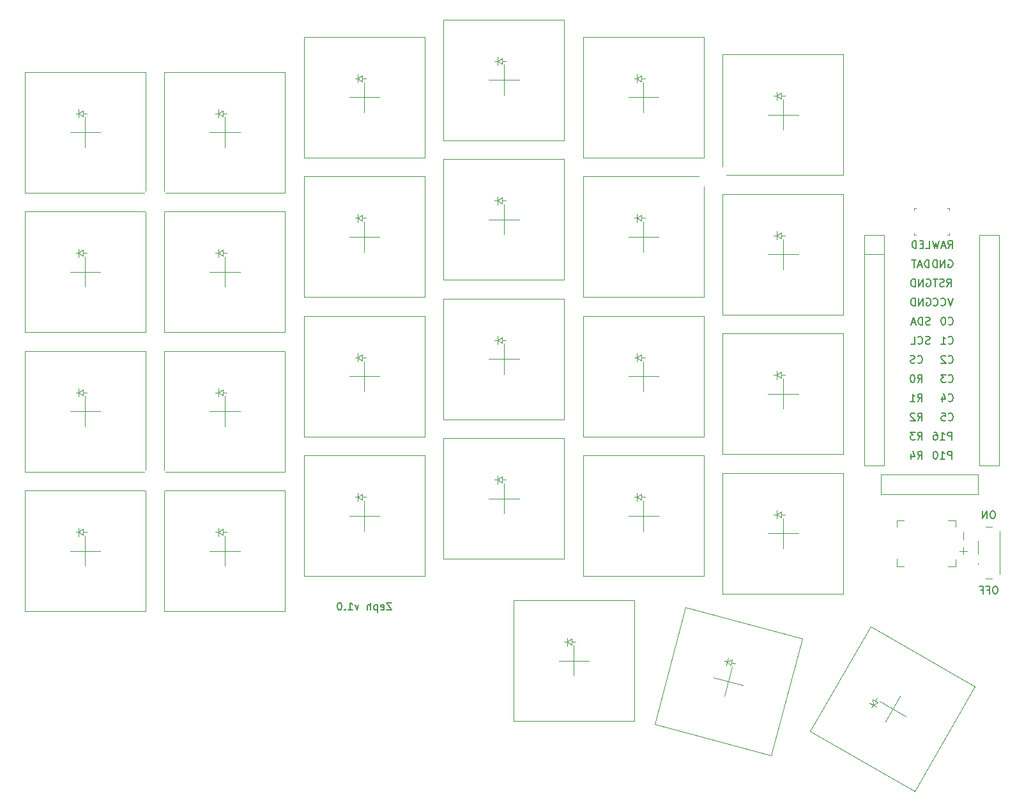
<source format=gbo>
G04 #@! TF.GenerationSoftware,KiCad,Pcbnew,8.0.8+1*
G04 #@! TF.CreationDate,2025-03-02T13:34:42+00:00*
G04 #@! TF.ProjectId,zeph_wireless,7a657068-5f77-4697-9265-6c6573732e6b,0.2*
G04 #@! TF.SameCoordinates,Original*
G04 #@! TF.FileFunction,Legend,Bot*
G04 #@! TF.FilePolarity,Positive*
%FSLAX46Y46*%
G04 Gerber Fmt 4.6, Leading zero omitted, Abs format (unit mm)*
G04 Created by KiCad (PCBNEW 8.0.8+1) date 2025-03-02 13:34:42*
%MOMM*%
%LPD*%
G01*
G04 APERTURE LIST*
%ADD10C,0.150000*%
%ADD11C,0.120000*%
%ADD12C,0.100000*%
%ADD13C,2.300000*%
%ADD14C,3.550000*%
%ADD15C,1.100000*%
%ADD16C,1.300000*%
%ADD17C,1.800000*%
%ADD18C,0.900000*%
%ADD19O,1.800000X1.800000*%
%ADD20C,1.000000*%
%ADD21C,0.850000*%
%ADD22O,1.850000X1.300000*%
G04 APERTURE END LIST*
D10*
X140619047Y-106854819D02*
X139952381Y-106854819D01*
X139952381Y-106854819D02*
X140619047Y-107854819D01*
X140619047Y-107854819D02*
X139952381Y-107854819D01*
X139190476Y-107807200D02*
X139285714Y-107854819D01*
X139285714Y-107854819D02*
X139476190Y-107854819D01*
X139476190Y-107854819D02*
X139571428Y-107807200D01*
X139571428Y-107807200D02*
X139619047Y-107711961D01*
X139619047Y-107711961D02*
X139619047Y-107331009D01*
X139619047Y-107331009D02*
X139571428Y-107235771D01*
X139571428Y-107235771D02*
X139476190Y-107188152D01*
X139476190Y-107188152D02*
X139285714Y-107188152D01*
X139285714Y-107188152D02*
X139190476Y-107235771D01*
X139190476Y-107235771D02*
X139142857Y-107331009D01*
X139142857Y-107331009D02*
X139142857Y-107426247D01*
X139142857Y-107426247D02*
X139619047Y-107521485D01*
X138714285Y-107188152D02*
X138714285Y-108188152D01*
X138714285Y-107235771D02*
X138619047Y-107188152D01*
X138619047Y-107188152D02*
X138428571Y-107188152D01*
X138428571Y-107188152D02*
X138333333Y-107235771D01*
X138333333Y-107235771D02*
X138285714Y-107283390D01*
X138285714Y-107283390D02*
X138238095Y-107378628D01*
X138238095Y-107378628D02*
X138238095Y-107664342D01*
X138238095Y-107664342D02*
X138285714Y-107759580D01*
X138285714Y-107759580D02*
X138333333Y-107807200D01*
X138333333Y-107807200D02*
X138428571Y-107854819D01*
X138428571Y-107854819D02*
X138619047Y-107854819D01*
X138619047Y-107854819D02*
X138714285Y-107807200D01*
X137809523Y-107854819D02*
X137809523Y-106854819D01*
X137380952Y-107854819D02*
X137380952Y-107331009D01*
X137380952Y-107331009D02*
X137428571Y-107235771D01*
X137428571Y-107235771D02*
X137523809Y-107188152D01*
X137523809Y-107188152D02*
X137666666Y-107188152D01*
X137666666Y-107188152D02*
X137761904Y-107235771D01*
X137761904Y-107235771D02*
X137809523Y-107283390D01*
X136238094Y-107188152D02*
X135999999Y-107854819D01*
X135999999Y-107854819D02*
X135761904Y-107188152D01*
X134857142Y-107854819D02*
X135428570Y-107854819D01*
X135142856Y-107854819D02*
X135142856Y-106854819D01*
X135142856Y-106854819D02*
X135238094Y-106997676D01*
X135238094Y-106997676D02*
X135333332Y-107092914D01*
X135333332Y-107092914D02*
X135428570Y-107140533D01*
X134428570Y-107759580D02*
X134380951Y-107807200D01*
X134380951Y-107807200D02*
X134428570Y-107854819D01*
X134428570Y-107854819D02*
X134476189Y-107807200D01*
X134476189Y-107807200D02*
X134428570Y-107759580D01*
X134428570Y-107759580D02*
X134428570Y-107854819D01*
X133761904Y-106854819D02*
X133666666Y-106854819D01*
X133666666Y-106854819D02*
X133571428Y-106902438D01*
X133571428Y-106902438D02*
X133523809Y-106950057D01*
X133523809Y-106950057D02*
X133476190Y-107045295D01*
X133476190Y-107045295D02*
X133428571Y-107235771D01*
X133428571Y-107235771D02*
X133428571Y-107473866D01*
X133428571Y-107473866D02*
X133476190Y-107664342D01*
X133476190Y-107664342D02*
X133523809Y-107759580D01*
X133523809Y-107759580D02*
X133571428Y-107807200D01*
X133571428Y-107807200D02*
X133666666Y-107854819D01*
X133666666Y-107854819D02*
X133761904Y-107854819D01*
X133761904Y-107854819D02*
X133857142Y-107807200D01*
X133857142Y-107807200D02*
X133904761Y-107759580D01*
X133904761Y-107759580D02*
X133952380Y-107664342D01*
X133952380Y-107664342D02*
X133999999Y-107473866D01*
X133999999Y-107473866D02*
X133999999Y-107235771D01*
X133999999Y-107235771D02*
X133952380Y-107045295D01*
X133952380Y-107045295D02*
X133904761Y-106950057D01*
X133904761Y-106950057D02*
X133857142Y-106902438D01*
X133857142Y-106902438D02*
X133761904Y-106854819D01*
X211396857Y-59874819D02*
X211873047Y-59874819D01*
X211873047Y-59874819D02*
X211873047Y-58874819D01*
X211063523Y-59351009D02*
X210730190Y-59351009D01*
X210587333Y-59874819D02*
X211063523Y-59874819D01*
X211063523Y-59874819D02*
X211063523Y-58874819D01*
X211063523Y-58874819D02*
X210587333Y-58874819D01*
X210158761Y-59874819D02*
X210158761Y-58874819D01*
X210158761Y-58874819D02*
X209920666Y-58874819D01*
X209920666Y-58874819D02*
X209777809Y-58922438D01*
X209777809Y-58922438D02*
X209682571Y-59017676D01*
X209682571Y-59017676D02*
X209634952Y-59112914D01*
X209634952Y-59112914D02*
X209587333Y-59303390D01*
X209587333Y-59303390D02*
X209587333Y-59446247D01*
X209587333Y-59446247D02*
X209634952Y-59636723D01*
X209634952Y-59636723D02*
X209682571Y-59731961D01*
X209682571Y-59731961D02*
X209777809Y-59827200D01*
X209777809Y-59827200D02*
X209920666Y-59874819D01*
X209920666Y-59874819D02*
X210158761Y-59874819D01*
X214344476Y-59874819D02*
X214677809Y-59398628D01*
X214915904Y-59874819D02*
X214915904Y-58874819D01*
X214915904Y-58874819D02*
X214534952Y-58874819D01*
X214534952Y-58874819D02*
X214439714Y-58922438D01*
X214439714Y-58922438D02*
X214392095Y-58970057D01*
X214392095Y-58970057D02*
X214344476Y-59065295D01*
X214344476Y-59065295D02*
X214344476Y-59208152D01*
X214344476Y-59208152D02*
X214392095Y-59303390D01*
X214392095Y-59303390D02*
X214439714Y-59351009D01*
X214439714Y-59351009D02*
X214534952Y-59398628D01*
X214534952Y-59398628D02*
X214915904Y-59398628D01*
X213963523Y-59589104D02*
X213487333Y-59589104D01*
X214058761Y-59874819D02*
X213725428Y-58874819D01*
X213725428Y-58874819D02*
X213392095Y-59874819D01*
X213153999Y-58874819D02*
X212915904Y-59874819D01*
X212915904Y-59874819D02*
X212725428Y-59160533D01*
X212725428Y-59160533D02*
X212534952Y-59874819D01*
X212534952Y-59874819D02*
X212296857Y-58874819D01*
X211825428Y-62414819D02*
X211825428Y-61414819D01*
X211825428Y-61414819D02*
X211587333Y-61414819D01*
X211587333Y-61414819D02*
X211444476Y-61462438D01*
X211444476Y-61462438D02*
X211349238Y-61557676D01*
X211349238Y-61557676D02*
X211301619Y-61652914D01*
X211301619Y-61652914D02*
X211254000Y-61843390D01*
X211254000Y-61843390D02*
X211254000Y-61986247D01*
X211254000Y-61986247D02*
X211301619Y-62176723D01*
X211301619Y-62176723D02*
X211349238Y-62271961D01*
X211349238Y-62271961D02*
X211444476Y-62367200D01*
X211444476Y-62367200D02*
X211587333Y-62414819D01*
X211587333Y-62414819D02*
X211825428Y-62414819D01*
X210873047Y-62129104D02*
X210396857Y-62129104D01*
X210968285Y-62414819D02*
X210634952Y-61414819D01*
X210634952Y-61414819D02*
X210301619Y-62414819D01*
X210111142Y-61414819D02*
X209539714Y-61414819D01*
X209825428Y-62414819D02*
X209825428Y-61414819D01*
X214415904Y-61462438D02*
X214511142Y-61414819D01*
X214511142Y-61414819D02*
X214653999Y-61414819D01*
X214653999Y-61414819D02*
X214796856Y-61462438D01*
X214796856Y-61462438D02*
X214892094Y-61557676D01*
X214892094Y-61557676D02*
X214939713Y-61652914D01*
X214939713Y-61652914D02*
X214987332Y-61843390D01*
X214987332Y-61843390D02*
X214987332Y-61986247D01*
X214987332Y-61986247D02*
X214939713Y-62176723D01*
X214939713Y-62176723D02*
X214892094Y-62271961D01*
X214892094Y-62271961D02*
X214796856Y-62367200D01*
X214796856Y-62367200D02*
X214653999Y-62414819D01*
X214653999Y-62414819D02*
X214558761Y-62414819D01*
X214558761Y-62414819D02*
X214415904Y-62367200D01*
X214415904Y-62367200D02*
X214368285Y-62319580D01*
X214368285Y-62319580D02*
X214368285Y-61986247D01*
X214368285Y-61986247D02*
X214558761Y-61986247D01*
X213939713Y-62414819D02*
X213939713Y-61414819D01*
X213939713Y-61414819D02*
X213368285Y-62414819D01*
X213368285Y-62414819D02*
X213368285Y-61414819D01*
X212892094Y-62414819D02*
X212892094Y-61414819D01*
X212892094Y-61414819D02*
X212653999Y-61414819D01*
X212653999Y-61414819D02*
X212511142Y-61462438D01*
X212511142Y-61462438D02*
X212415904Y-61557676D01*
X212415904Y-61557676D02*
X212368285Y-61652914D01*
X212368285Y-61652914D02*
X212320666Y-61843390D01*
X212320666Y-61843390D02*
X212320666Y-61986247D01*
X212320666Y-61986247D02*
X212368285Y-62176723D01*
X212368285Y-62176723D02*
X212415904Y-62271961D01*
X212415904Y-62271961D02*
X212511142Y-62367200D01*
X212511142Y-62367200D02*
X212653999Y-62414819D01*
X212653999Y-62414819D02*
X212892094Y-62414819D01*
X211515904Y-64002438D02*
X211611142Y-63954819D01*
X211611142Y-63954819D02*
X211753999Y-63954819D01*
X211753999Y-63954819D02*
X211896856Y-64002438D01*
X211896856Y-64002438D02*
X211992094Y-64097676D01*
X211992094Y-64097676D02*
X212039713Y-64192914D01*
X212039713Y-64192914D02*
X212087332Y-64383390D01*
X212087332Y-64383390D02*
X212087332Y-64526247D01*
X212087332Y-64526247D02*
X212039713Y-64716723D01*
X212039713Y-64716723D02*
X211992094Y-64811961D01*
X211992094Y-64811961D02*
X211896856Y-64907200D01*
X211896856Y-64907200D02*
X211753999Y-64954819D01*
X211753999Y-64954819D02*
X211658761Y-64954819D01*
X211658761Y-64954819D02*
X211515904Y-64907200D01*
X211515904Y-64907200D02*
X211468285Y-64859580D01*
X211468285Y-64859580D02*
X211468285Y-64526247D01*
X211468285Y-64526247D02*
X211658761Y-64526247D01*
X211039713Y-64954819D02*
X211039713Y-63954819D01*
X211039713Y-63954819D02*
X210468285Y-64954819D01*
X210468285Y-64954819D02*
X210468285Y-63954819D01*
X209992094Y-64954819D02*
X209992094Y-63954819D01*
X209992094Y-63954819D02*
X209753999Y-63954819D01*
X209753999Y-63954819D02*
X209611142Y-64002438D01*
X209611142Y-64002438D02*
X209515904Y-64097676D01*
X209515904Y-64097676D02*
X209468285Y-64192914D01*
X209468285Y-64192914D02*
X209420666Y-64383390D01*
X209420666Y-64383390D02*
X209420666Y-64526247D01*
X209420666Y-64526247D02*
X209468285Y-64716723D01*
X209468285Y-64716723D02*
X209515904Y-64811961D01*
X209515904Y-64811961D02*
X209611142Y-64907200D01*
X209611142Y-64907200D02*
X209753999Y-64954819D01*
X209753999Y-64954819D02*
X209992094Y-64954819D01*
X214201619Y-64954819D02*
X214534952Y-64478628D01*
X214773047Y-64954819D02*
X214773047Y-63954819D01*
X214773047Y-63954819D02*
X214392095Y-63954819D01*
X214392095Y-63954819D02*
X214296857Y-64002438D01*
X214296857Y-64002438D02*
X214249238Y-64050057D01*
X214249238Y-64050057D02*
X214201619Y-64145295D01*
X214201619Y-64145295D02*
X214201619Y-64288152D01*
X214201619Y-64288152D02*
X214249238Y-64383390D01*
X214249238Y-64383390D02*
X214296857Y-64431009D01*
X214296857Y-64431009D02*
X214392095Y-64478628D01*
X214392095Y-64478628D02*
X214773047Y-64478628D01*
X213820666Y-64907200D02*
X213677809Y-64954819D01*
X213677809Y-64954819D02*
X213439714Y-64954819D01*
X213439714Y-64954819D02*
X213344476Y-64907200D01*
X213344476Y-64907200D02*
X213296857Y-64859580D01*
X213296857Y-64859580D02*
X213249238Y-64764342D01*
X213249238Y-64764342D02*
X213249238Y-64669104D01*
X213249238Y-64669104D02*
X213296857Y-64573866D01*
X213296857Y-64573866D02*
X213344476Y-64526247D01*
X213344476Y-64526247D02*
X213439714Y-64478628D01*
X213439714Y-64478628D02*
X213630190Y-64431009D01*
X213630190Y-64431009D02*
X213725428Y-64383390D01*
X213725428Y-64383390D02*
X213773047Y-64335771D01*
X213773047Y-64335771D02*
X213820666Y-64240533D01*
X213820666Y-64240533D02*
X213820666Y-64145295D01*
X213820666Y-64145295D02*
X213773047Y-64050057D01*
X213773047Y-64050057D02*
X213725428Y-64002438D01*
X213725428Y-64002438D02*
X213630190Y-63954819D01*
X213630190Y-63954819D02*
X213392095Y-63954819D01*
X213392095Y-63954819D02*
X213249238Y-64002438D01*
X212963523Y-63954819D02*
X212392095Y-63954819D01*
X212677809Y-64954819D02*
X212677809Y-63954819D01*
X211515904Y-66542438D02*
X211611142Y-66494819D01*
X211611142Y-66494819D02*
X211753999Y-66494819D01*
X211753999Y-66494819D02*
X211896856Y-66542438D01*
X211896856Y-66542438D02*
X211992094Y-66637676D01*
X211992094Y-66637676D02*
X212039713Y-66732914D01*
X212039713Y-66732914D02*
X212087332Y-66923390D01*
X212087332Y-66923390D02*
X212087332Y-67066247D01*
X212087332Y-67066247D02*
X212039713Y-67256723D01*
X212039713Y-67256723D02*
X211992094Y-67351961D01*
X211992094Y-67351961D02*
X211896856Y-67447200D01*
X211896856Y-67447200D02*
X211753999Y-67494819D01*
X211753999Y-67494819D02*
X211658761Y-67494819D01*
X211658761Y-67494819D02*
X211515904Y-67447200D01*
X211515904Y-67447200D02*
X211468285Y-67399580D01*
X211468285Y-67399580D02*
X211468285Y-67066247D01*
X211468285Y-67066247D02*
X211658761Y-67066247D01*
X211039713Y-67494819D02*
X211039713Y-66494819D01*
X211039713Y-66494819D02*
X210468285Y-67494819D01*
X210468285Y-67494819D02*
X210468285Y-66494819D01*
X209992094Y-67494819D02*
X209992094Y-66494819D01*
X209992094Y-66494819D02*
X209753999Y-66494819D01*
X209753999Y-66494819D02*
X209611142Y-66542438D01*
X209611142Y-66542438D02*
X209515904Y-66637676D01*
X209515904Y-66637676D02*
X209468285Y-66732914D01*
X209468285Y-66732914D02*
X209420666Y-66923390D01*
X209420666Y-66923390D02*
X209420666Y-67066247D01*
X209420666Y-67066247D02*
X209468285Y-67256723D01*
X209468285Y-67256723D02*
X209515904Y-67351961D01*
X209515904Y-67351961D02*
X209611142Y-67447200D01*
X209611142Y-67447200D02*
X209753999Y-67494819D01*
X209753999Y-67494819D02*
X209992094Y-67494819D01*
X214987332Y-66494819D02*
X214653999Y-67494819D01*
X214653999Y-67494819D02*
X214320666Y-66494819D01*
X213415904Y-67399580D02*
X213463523Y-67447200D01*
X213463523Y-67447200D02*
X213606380Y-67494819D01*
X213606380Y-67494819D02*
X213701618Y-67494819D01*
X213701618Y-67494819D02*
X213844475Y-67447200D01*
X213844475Y-67447200D02*
X213939713Y-67351961D01*
X213939713Y-67351961D02*
X213987332Y-67256723D01*
X213987332Y-67256723D02*
X214034951Y-67066247D01*
X214034951Y-67066247D02*
X214034951Y-66923390D01*
X214034951Y-66923390D02*
X213987332Y-66732914D01*
X213987332Y-66732914D02*
X213939713Y-66637676D01*
X213939713Y-66637676D02*
X213844475Y-66542438D01*
X213844475Y-66542438D02*
X213701618Y-66494819D01*
X213701618Y-66494819D02*
X213606380Y-66494819D01*
X213606380Y-66494819D02*
X213463523Y-66542438D01*
X213463523Y-66542438D02*
X213415904Y-66590057D01*
X212415904Y-67399580D02*
X212463523Y-67447200D01*
X212463523Y-67447200D02*
X212606380Y-67494819D01*
X212606380Y-67494819D02*
X212701618Y-67494819D01*
X212701618Y-67494819D02*
X212844475Y-67447200D01*
X212844475Y-67447200D02*
X212939713Y-67351961D01*
X212939713Y-67351961D02*
X212987332Y-67256723D01*
X212987332Y-67256723D02*
X213034951Y-67066247D01*
X213034951Y-67066247D02*
X213034951Y-66923390D01*
X213034951Y-66923390D02*
X212987332Y-66732914D01*
X212987332Y-66732914D02*
X212939713Y-66637676D01*
X212939713Y-66637676D02*
X212844475Y-66542438D01*
X212844475Y-66542438D02*
X212701618Y-66494819D01*
X212701618Y-66494819D02*
X212606380Y-66494819D01*
X212606380Y-66494819D02*
X212463523Y-66542438D01*
X212463523Y-66542438D02*
X212415904Y-66590057D01*
X211968285Y-69987200D02*
X211825428Y-70034819D01*
X211825428Y-70034819D02*
X211587333Y-70034819D01*
X211587333Y-70034819D02*
X211492095Y-69987200D01*
X211492095Y-69987200D02*
X211444476Y-69939580D01*
X211444476Y-69939580D02*
X211396857Y-69844342D01*
X211396857Y-69844342D02*
X211396857Y-69749104D01*
X211396857Y-69749104D02*
X211444476Y-69653866D01*
X211444476Y-69653866D02*
X211492095Y-69606247D01*
X211492095Y-69606247D02*
X211587333Y-69558628D01*
X211587333Y-69558628D02*
X211777809Y-69511009D01*
X211777809Y-69511009D02*
X211873047Y-69463390D01*
X211873047Y-69463390D02*
X211920666Y-69415771D01*
X211920666Y-69415771D02*
X211968285Y-69320533D01*
X211968285Y-69320533D02*
X211968285Y-69225295D01*
X211968285Y-69225295D02*
X211920666Y-69130057D01*
X211920666Y-69130057D02*
X211873047Y-69082438D01*
X211873047Y-69082438D02*
X211777809Y-69034819D01*
X211777809Y-69034819D02*
X211539714Y-69034819D01*
X211539714Y-69034819D02*
X211396857Y-69082438D01*
X210968285Y-70034819D02*
X210968285Y-69034819D01*
X210968285Y-69034819D02*
X210730190Y-69034819D01*
X210730190Y-69034819D02*
X210587333Y-69082438D01*
X210587333Y-69082438D02*
X210492095Y-69177676D01*
X210492095Y-69177676D02*
X210444476Y-69272914D01*
X210444476Y-69272914D02*
X210396857Y-69463390D01*
X210396857Y-69463390D02*
X210396857Y-69606247D01*
X210396857Y-69606247D02*
X210444476Y-69796723D01*
X210444476Y-69796723D02*
X210492095Y-69891961D01*
X210492095Y-69891961D02*
X210587333Y-69987200D01*
X210587333Y-69987200D02*
X210730190Y-70034819D01*
X210730190Y-70034819D02*
X210968285Y-70034819D01*
X210015904Y-69749104D02*
X209539714Y-69749104D01*
X210111142Y-70034819D02*
X209777809Y-69034819D01*
X209777809Y-69034819D02*
X209444476Y-70034819D01*
X214410666Y-69939580D02*
X214458285Y-69987200D01*
X214458285Y-69987200D02*
X214601142Y-70034819D01*
X214601142Y-70034819D02*
X214696380Y-70034819D01*
X214696380Y-70034819D02*
X214839237Y-69987200D01*
X214839237Y-69987200D02*
X214934475Y-69891961D01*
X214934475Y-69891961D02*
X214982094Y-69796723D01*
X214982094Y-69796723D02*
X215029713Y-69606247D01*
X215029713Y-69606247D02*
X215029713Y-69463390D01*
X215029713Y-69463390D02*
X214982094Y-69272914D01*
X214982094Y-69272914D02*
X214934475Y-69177676D01*
X214934475Y-69177676D02*
X214839237Y-69082438D01*
X214839237Y-69082438D02*
X214696380Y-69034819D01*
X214696380Y-69034819D02*
X214601142Y-69034819D01*
X214601142Y-69034819D02*
X214458285Y-69082438D01*
X214458285Y-69082438D02*
X214410666Y-69130057D01*
X213791618Y-69034819D02*
X213696380Y-69034819D01*
X213696380Y-69034819D02*
X213601142Y-69082438D01*
X213601142Y-69082438D02*
X213553523Y-69130057D01*
X213553523Y-69130057D02*
X213505904Y-69225295D01*
X213505904Y-69225295D02*
X213458285Y-69415771D01*
X213458285Y-69415771D02*
X213458285Y-69653866D01*
X213458285Y-69653866D02*
X213505904Y-69844342D01*
X213505904Y-69844342D02*
X213553523Y-69939580D01*
X213553523Y-69939580D02*
X213601142Y-69987200D01*
X213601142Y-69987200D02*
X213696380Y-70034819D01*
X213696380Y-70034819D02*
X213791618Y-70034819D01*
X213791618Y-70034819D02*
X213886856Y-69987200D01*
X213886856Y-69987200D02*
X213934475Y-69939580D01*
X213934475Y-69939580D02*
X213982094Y-69844342D01*
X213982094Y-69844342D02*
X214029713Y-69653866D01*
X214029713Y-69653866D02*
X214029713Y-69415771D01*
X214029713Y-69415771D02*
X213982094Y-69225295D01*
X213982094Y-69225295D02*
X213934475Y-69130057D01*
X213934475Y-69130057D02*
X213886856Y-69082438D01*
X213886856Y-69082438D02*
X213791618Y-69034819D01*
X211944475Y-72527200D02*
X211801618Y-72574819D01*
X211801618Y-72574819D02*
X211563523Y-72574819D01*
X211563523Y-72574819D02*
X211468285Y-72527200D01*
X211468285Y-72527200D02*
X211420666Y-72479580D01*
X211420666Y-72479580D02*
X211373047Y-72384342D01*
X211373047Y-72384342D02*
X211373047Y-72289104D01*
X211373047Y-72289104D02*
X211420666Y-72193866D01*
X211420666Y-72193866D02*
X211468285Y-72146247D01*
X211468285Y-72146247D02*
X211563523Y-72098628D01*
X211563523Y-72098628D02*
X211753999Y-72051009D01*
X211753999Y-72051009D02*
X211849237Y-72003390D01*
X211849237Y-72003390D02*
X211896856Y-71955771D01*
X211896856Y-71955771D02*
X211944475Y-71860533D01*
X211944475Y-71860533D02*
X211944475Y-71765295D01*
X211944475Y-71765295D02*
X211896856Y-71670057D01*
X211896856Y-71670057D02*
X211849237Y-71622438D01*
X211849237Y-71622438D02*
X211753999Y-71574819D01*
X211753999Y-71574819D02*
X211515904Y-71574819D01*
X211515904Y-71574819D02*
X211373047Y-71622438D01*
X210373047Y-72479580D02*
X210420666Y-72527200D01*
X210420666Y-72527200D02*
X210563523Y-72574819D01*
X210563523Y-72574819D02*
X210658761Y-72574819D01*
X210658761Y-72574819D02*
X210801618Y-72527200D01*
X210801618Y-72527200D02*
X210896856Y-72431961D01*
X210896856Y-72431961D02*
X210944475Y-72336723D01*
X210944475Y-72336723D02*
X210992094Y-72146247D01*
X210992094Y-72146247D02*
X210992094Y-72003390D01*
X210992094Y-72003390D02*
X210944475Y-71812914D01*
X210944475Y-71812914D02*
X210896856Y-71717676D01*
X210896856Y-71717676D02*
X210801618Y-71622438D01*
X210801618Y-71622438D02*
X210658761Y-71574819D01*
X210658761Y-71574819D02*
X210563523Y-71574819D01*
X210563523Y-71574819D02*
X210420666Y-71622438D01*
X210420666Y-71622438D02*
X210373047Y-71670057D01*
X209468285Y-72574819D02*
X209944475Y-72574819D01*
X209944475Y-72574819D02*
X209944475Y-71574819D01*
X214410666Y-72479580D02*
X214458285Y-72527200D01*
X214458285Y-72527200D02*
X214601142Y-72574819D01*
X214601142Y-72574819D02*
X214696380Y-72574819D01*
X214696380Y-72574819D02*
X214839237Y-72527200D01*
X214839237Y-72527200D02*
X214934475Y-72431961D01*
X214934475Y-72431961D02*
X214982094Y-72336723D01*
X214982094Y-72336723D02*
X215029713Y-72146247D01*
X215029713Y-72146247D02*
X215029713Y-72003390D01*
X215029713Y-72003390D02*
X214982094Y-71812914D01*
X214982094Y-71812914D02*
X214934475Y-71717676D01*
X214934475Y-71717676D02*
X214839237Y-71622438D01*
X214839237Y-71622438D02*
X214696380Y-71574819D01*
X214696380Y-71574819D02*
X214601142Y-71574819D01*
X214601142Y-71574819D02*
X214458285Y-71622438D01*
X214458285Y-71622438D02*
X214410666Y-71670057D01*
X213458285Y-72574819D02*
X214029713Y-72574819D01*
X213743999Y-72574819D02*
X213743999Y-71574819D01*
X213743999Y-71574819D02*
X213839237Y-71717676D01*
X213839237Y-71717676D02*
X213934475Y-71812914D01*
X213934475Y-71812914D02*
X214029713Y-71860533D01*
X210330666Y-75019580D02*
X210378285Y-75067200D01*
X210378285Y-75067200D02*
X210521142Y-75114819D01*
X210521142Y-75114819D02*
X210616380Y-75114819D01*
X210616380Y-75114819D02*
X210759237Y-75067200D01*
X210759237Y-75067200D02*
X210854475Y-74971961D01*
X210854475Y-74971961D02*
X210902094Y-74876723D01*
X210902094Y-74876723D02*
X210949713Y-74686247D01*
X210949713Y-74686247D02*
X210949713Y-74543390D01*
X210949713Y-74543390D02*
X210902094Y-74352914D01*
X210902094Y-74352914D02*
X210854475Y-74257676D01*
X210854475Y-74257676D02*
X210759237Y-74162438D01*
X210759237Y-74162438D02*
X210616380Y-74114819D01*
X210616380Y-74114819D02*
X210521142Y-74114819D01*
X210521142Y-74114819D02*
X210378285Y-74162438D01*
X210378285Y-74162438D02*
X210330666Y-74210057D01*
X209949713Y-75067200D02*
X209806856Y-75114819D01*
X209806856Y-75114819D02*
X209568761Y-75114819D01*
X209568761Y-75114819D02*
X209473523Y-75067200D01*
X209473523Y-75067200D02*
X209425904Y-75019580D01*
X209425904Y-75019580D02*
X209378285Y-74924342D01*
X209378285Y-74924342D02*
X209378285Y-74829104D01*
X209378285Y-74829104D02*
X209425904Y-74733866D01*
X209425904Y-74733866D02*
X209473523Y-74686247D01*
X209473523Y-74686247D02*
X209568761Y-74638628D01*
X209568761Y-74638628D02*
X209759237Y-74591009D01*
X209759237Y-74591009D02*
X209854475Y-74543390D01*
X209854475Y-74543390D02*
X209902094Y-74495771D01*
X209902094Y-74495771D02*
X209949713Y-74400533D01*
X209949713Y-74400533D02*
X209949713Y-74305295D01*
X209949713Y-74305295D02*
X209902094Y-74210057D01*
X209902094Y-74210057D02*
X209854475Y-74162438D01*
X209854475Y-74162438D02*
X209759237Y-74114819D01*
X209759237Y-74114819D02*
X209521142Y-74114819D01*
X209521142Y-74114819D02*
X209378285Y-74162438D01*
X214410666Y-75019580D02*
X214458285Y-75067200D01*
X214458285Y-75067200D02*
X214601142Y-75114819D01*
X214601142Y-75114819D02*
X214696380Y-75114819D01*
X214696380Y-75114819D02*
X214839237Y-75067200D01*
X214839237Y-75067200D02*
X214934475Y-74971961D01*
X214934475Y-74971961D02*
X214982094Y-74876723D01*
X214982094Y-74876723D02*
X215029713Y-74686247D01*
X215029713Y-74686247D02*
X215029713Y-74543390D01*
X215029713Y-74543390D02*
X214982094Y-74352914D01*
X214982094Y-74352914D02*
X214934475Y-74257676D01*
X214934475Y-74257676D02*
X214839237Y-74162438D01*
X214839237Y-74162438D02*
X214696380Y-74114819D01*
X214696380Y-74114819D02*
X214601142Y-74114819D01*
X214601142Y-74114819D02*
X214458285Y-74162438D01*
X214458285Y-74162438D02*
X214410666Y-74210057D01*
X214029713Y-74210057D02*
X213982094Y-74162438D01*
X213982094Y-74162438D02*
X213886856Y-74114819D01*
X213886856Y-74114819D02*
X213648761Y-74114819D01*
X213648761Y-74114819D02*
X213553523Y-74162438D01*
X213553523Y-74162438D02*
X213505904Y-74210057D01*
X213505904Y-74210057D02*
X213458285Y-74305295D01*
X213458285Y-74305295D02*
X213458285Y-74400533D01*
X213458285Y-74400533D02*
X213505904Y-74543390D01*
X213505904Y-74543390D02*
X214077332Y-75114819D01*
X214077332Y-75114819D02*
X213458285Y-75114819D01*
X210330666Y-77654819D02*
X210663999Y-77178628D01*
X210902094Y-77654819D02*
X210902094Y-76654819D01*
X210902094Y-76654819D02*
X210521142Y-76654819D01*
X210521142Y-76654819D02*
X210425904Y-76702438D01*
X210425904Y-76702438D02*
X210378285Y-76750057D01*
X210378285Y-76750057D02*
X210330666Y-76845295D01*
X210330666Y-76845295D02*
X210330666Y-76988152D01*
X210330666Y-76988152D02*
X210378285Y-77083390D01*
X210378285Y-77083390D02*
X210425904Y-77131009D01*
X210425904Y-77131009D02*
X210521142Y-77178628D01*
X210521142Y-77178628D02*
X210902094Y-77178628D01*
X209711618Y-76654819D02*
X209616380Y-76654819D01*
X209616380Y-76654819D02*
X209521142Y-76702438D01*
X209521142Y-76702438D02*
X209473523Y-76750057D01*
X209473523Y-76750057D02*
X209425904Y-76845295D01*
X209425904Y-76845295D02*
X209378285Y-77035771D01*
X209378285Y-77035771D02*
X209378285Y-77273866D01*
X209378285Y-77273866D02*
X209425904Y-77464342D01*
X209425904Y-77464342D02*
X209473523Y-77559580D01*
X209473523Y-77559580D02*
X209521142Y-77607200D01*
X209521142Y-77607200D02*
X209616380Y-77654819D01*
X209616380Y-77654819D02*
X209711618Y-77654819D01*
X209711618Y-77654819D02*
X209806856Y-77607200D01*
X209806856Y-77607200D02*
X209854475Y-77559580D01*
X209854475Y-77559580D02*
X209902094Y-77464342D01*
X209902094Y-77464342D02*
X209949713Y-77273866D01*
X209949713Y-77273866D02*
X209949713Y-77035771D01*
X209949713Y-77035771D02*
X209902094Y-76845295D01*
X209902094Y-76845295D02*
X209854475Y-76750057D01*
X209854475Y-76750057D02*
X209806856Y-76702438D01*
X209806856Y-76702438D02*
X209711618Y-76654819D01*
X214410666Y-77559580D02*
X214458285Y-77607200D01*
X214458285Y-77607200D02*
X214601142Y-77654819D01*
X214601142Y-77654819D02*
X214696380Y-77654819D01*
X214696380Y-77654819D02*
X214839237Y-77607200D01*
X214839237Y-77607200D02*
X214934475Y-77511961D01*
X214934475Y-77511961D02*
X214982094Y-77416723D01*
X214982094Y-77416723D02*
X215029713Y-77226247D01*
X215029713Y-77226247D02*
X215029713Y-77083390D01*
X215029713Y-77083390D02*
X214982094Y-76892914D01*
X214982094Y-76892914D02*
X214934475Y-76797676D01*
X214934475Y-76797676D02*
X214839237Y-76702438D01*
X214839237Y-76702438D02*
X214696380Y-76654819D01*
X214696380Y-76654819D02*
X214601142Y-76654819D01*
X214601142Y-76654819D02*
X214458285Y-76702438D01*
X214458285Y-76702438D02*
X214410666Y-76750057D01*
X214077332Y-76654819D02*
X213458285Y-76654819D01*
X213458285Y-76654819D02*
X213791618Y-77035771D01*
X213791618Y-77035771D02*
X213648761Y-77035771D01*
X213648761Y-77035771D02*
X213553523Y-77083390D01*
X213553523Y-77083390D02*
X213505904Y-77131009D01*
X213505904Y-77131009D02*
X213458285Y-77226247D01*
X213458285Y-77226247D02*
X213458285Y-77464342D01*
X213458285Y-77464342D02*
X213505904Y-77559580D01*
X213505904Y-77559580D02*
X213553523Y-77607200D01*
X213553523Y-77607200D02*
X213648761Y-77654819D01*
X213648761Y-77654819D02*
X213934475Y-77654819D01*
X213934475Y-77654819D02*
X214029713Y-77607200D01*
X214029713Y-77607200D02*
X214077332Y-77559580D01*
X210330666Y-80194819D02*
X210663999Y-79718628D01*
X210902094Y-80194819D02*
X210902094Y-79194819D01*
X210902094Y-79194819D02*
X210521142Y-79194819D01*
X210521142Y-79194819D02*
X210425904Y-79242438D01*
X210425904Y-79242438D02*
X210378285Y-79290057D01*
X210378285Y-79290057D02*
X210330666Y-79385295D01*
X210330666Y-79385295D02*
X210330666Y-79528152D01*
X210330666Y-79528152D02*
X210378285Y-79623390D01*
X210378285Y-79623390D02*
X210425904Y-79671009D01*
X210425904Y-79671009D02*
X210521142Y-79718628D01*
X210521142Y-79718628D02*
X210902094Y-79718628D01*
X209378285Y-80194819D02*
X209949713Y-80194819D01*
X209663999Y-80194819D02*
X209663999Y-79194819D01*
X209663999Y-79194819D02*
X209759237Y-79337676D01*
X209759237Y-79337676D02*
X209854475Y-79432914D01*
X209854475Y-79432914D02*
X209949713Y-79480533D01*
X214410666Y-80099580D02*
X214458285Y-80147200D01*
X214458285Y-80147200D02*
X214601142Y-80194819D01*
X214601142Y-80194819D02*
X214696380Y-80194819D01*
X214696380Y-80194819D02*
X214839237Y-80147200D01*
X214839237Y-80147200D02*
X214934475Y-80051961D01*
X214934475Y-80051961D02*
X214982094Y-79956723D01*
X214982094Y-79956723D02*
X215029713Y-79766247D01*
X215029713Y-79766247D02*
X215029713Y-79623390D01*
X215029713Y-79623390D02*
X214982094Y-79432914D01*
X214982094Y-79432914D02*
X214934475Y-79337676D01*
X214934475Y-79337676D02*
X214839237Y-79242438D01*
X214839237Y-79242438D02*
X214696380Y-79194819D01*
X214696380Y-79194819D02*
X214601142Y-79194819D01*
X214601142Y-79194819D02*
X214458285Y-79242438D01*
X214458285Y-79242438D02*
X214410666Y-79290057D01*
X213553523Y-79528152D02*
X213553523Y-80194819D01*
X213791618Y-79147200D02*
X214029713Y-79861485D01*
X214029713Y-79861485D02*
X213410666Y-79861485D01*
X210330666Y-82734819D02*
X210663999Y-82258628D01*
X210902094Y-82734819D02*
X210902094Y-81734819D01*
X210902094Y-81734819D02*
X210521142Y-81734819D01*
X210521142Y-81734819D02*
X210425904Y-81782438D01*
X210425904Y-81782438D02*
X210378285Y-81830057D01*
X210378285Y-81830057D02*
X210330666Y-81925295D01*
X210330666Y-81925295D02*
X210330666Y-82068152D01*
X210330666Y-82068152D02*
X210378285Y-82163390D01*
X210378285Y-82163390D02*
X210425904Y-82211009D01*
X210425904Y-82211009D02*
X210521142Y-82258628D01*
X210521142Y-82258628D02*
X210902094Y-82258628D01*
X209949713Y-81830057D02*
X209902094Y-81782438D01*
X209902094Y-81782438D02*
X209806856Y-81734819D01*
X209806856Y-81734819D02*
X209568761Y-81734819D01*
X209568761Y-81734819D02*
X209473523Y-81782438D01*
X209473523Y-81782438D02*
X209425904Y-81830057D01*
X209425904Y-81830057D02*
X209378285Y-81925295D01*
X209378285Y-81925295D02*
X209378285Y-82020533D01*
X209378285Y-82020533D02*
X209425904Y-82163390D01*
X209425904Y-82163390D02*
X209997332Y-82734819D01*
X209997332Y-82734819D02*
X209378285Y-82734819D01*
X214410666Y-82639580D02*
X214458285Y-82687200D01*
X214458285Y-82687200D02*
X214601142Y-82734819D01*
X214601142Y-82734819D02*
X214696380Y-82734819D01*
X214696380Y-82734819D02*
X214839237Y-82687200D01*
X214839237Y-82687200D02*
X214934475Y-82591961D01*
X214934475Y-82591961D02*
X214982094Y-82496723D01*
X214982094Y-82496723D02*
X215029713Y-82306247D01*
X215029713Y-82306247D02*
X215029713Y-82163390D01*
X215029713Y-82163390D02*
X214982094Y-81972914D01*
X214982094Y-81972914D02*
X214934475Y-81877676D01*
X214934475Y-81877676D02*
X214839237Y-81782438D01*
X214839237Y-81782438D02*
X214696380Y-81734819D01*
X214696380Y-81734819D02*
X214601142Y-81734819D01*
X214601142Y-81734819D02*
X214458285Y-81782438D01*
X214458285Y-81782438D02*
X214410666Y-81830057D01*
X213505904Y-81734819D02*
X213982094Y-81734819D01*
X213982094Y-81734819D02*
X214029713Y-82211009D01*
X214029713Y-82211009D02*
X213982094Y-82163390D01*
X213982094Y-82163390D02*
X213886856Y-82115771D01*
X213886856Y-82115771D02*
X213648761Y-82115771D01*
X213648761Y-82115771D02*
X213553523Y-82163390D01*
X213553523Y-82163390D02*
X213505904Y-82211009D01*
X213505904Y-82211009D02*
X213458285Y-82306247D01*
X213458285Y-82306247D02*
X213458285Y-82544342D01*
X213458285Y-82544342D02*
X213505904Y-82639580D01*
X213505904Y-82639580D02*
X213553523Y-82687200D01*
X213553523Y-82687200D02*
X213648761Y-82734819D01*
X213648761Y-82734819D02*
X213886856Y-82734819D01*
X213886856Y-82734819D02*
X213982094Y-82687200D01*
X213982094Y-82687200D02*
X214029713Y-82639580D01*
X210330666Y-85274819D02*
X210663999Y-84798628D01*
X210902094Y-85274819D02*
X210902094Y-84274819D01*
X210902094Y-84274819D02*
X210521142Y-84274819D01*
X210521142Y-84274819D02*
X210425904Y-84322438D01*
X210425904Y-84322438D02*
X210378285Y-84370057D01*
X210378285Y-84370057D02*
X210330666Y-84465295D01*
X210330666Y-84465295D02*
X210330666Y-84608152D01*
X210330666Y-84608152D02*
X210378285Y-84703390D01*
X210378285Y-84703390D02*
X210425904Y-84751009D01*
X210425904Y-84751009D02*
X210521142Y-84798628D01*
X210521142Y-84798628D02*
X210902094Y-84798628D01*
X209997332Y-84274819D02*
X209378285Y-84274819D01*
X209378285Y-84274819D02*
X209711618Y-84655771D01*
X209711618Y-84655771D02*
X209568761Y-84655771D01*
X209568761Y-84655771D02*
X209473523Y-84703390D01*
X209473523Y-84703390D02*
X209425904Y-84751009D01*
X209425904Y-84751009D02*
X209378285Y-84846247D01*
X209378285Y-84846247D02*
X209378285Y-85084342D01*
X209378285Y-85084342D02*
X209425904Y-85179580D01*
X209425904Y-85179580D02*
X209473523Y-85227200D01*
X209473523Y-85227200D02*
X209568761Y-85274819D01*
X209568761Y-85274819D02*
X209854475Y-85274819D01*
X209854475Y-85274819D02*
X209949713Y-85227200D01*
X209949713Y-85227200D02*
X209997332Y-85179580D01*
X214868285Y-85274819D02*
X214868285Y-84274819D01*
X214868285Y-84274819D02*
X214487333Y-84274819D01*
X214487333Y-84274819D02*
X214392095Y-84322438D01*
X214392095Y-84322438D02*
X214344476Y-84370057D01*
X214344476Y-84370057D02*
X214296857Y-84465295D01*
X214296857Y-84465295D02*
X214296857Y-84608152D01*
X214296857Y-84608152D02*
X214344476Y-84703390D01*
X214344476Y-84703390D02*
X214392095Y-84751009D01*
X214392095Y-84751009D02*
X214487333Y-84798628D01*
X214487333Y-84798628D02*
X214868285Y-84798628D01*
X213344476Y-85274819D02*
X213915904Y-85274819D01*
X213630190Y-85274819D02*
X213630190Y-84274819D01*
X213630190Y-84274819D02*
X213725428Y-84417676D01*
X213725428Y-84417676D02*
X213820666Y-84512914D01*
X213820666Y-84512914D02*
X213915904Y-84560533D01*
X212487333Y-84274819D02*
X212677809Y-84274819D01*
X212677809Y-84274819D02*
X212773047Y-84322438D01*
X212773047Y-84322438D02*
X212820666Y-84370057D01*
X212820666Y-84370057D02*
X212915904Y-84512914D01*
X212915904Y-84512914D02*
X212963523Y-84703390D01*
X212963523Y-84703390D02*
X212963523Y-85084342D01*
X212963523Y-85084342D02*
X212915904Y-85179580D01*
X212915904Y-85179580D02*
X212868285Y-85227200D01*
X212868285Y-85227200D02*
X212773047Y-85274819D01*
X212773047Y-85274819D02*
X212582571Y-85274819D01*
X212582571Y-85274819D02*
X212487333Y-85227200D01*
X212487333Y-85227200D02*
X212439714Y-85179580D01*
X212439714Y-85179580D02*
X212392095Y-85084342D01*
X212392095Y-85084342D02*
X212392095Y-84846247D01*
X212392095Y-84846247D02*
X212439714Y-84751009D01*
X212439714Y-84751009D02*
X212487333Y-84703390D01*
X212487333Y-84703390D02*
X212582571Y-84655771D01*
X212582571Y-84655771D02*
X212773047Y-84655771D01*
X212773047Y-84655771D02*
X212868285Y-84703390D01*
X212868285Y-84703390D02*
X212915904Y-84751009D01*
X212915904Y-84751009D02*
X212963523Y-84846247D01*
X210330666Y-87814819D02*
X210663999Y-87338628D01*
X210902094Y-87814819D02*
X210902094Y-86814819D01*
X210902094Y-86814819D02*
X210521142Y-86814819D01*
X210521142Y-86814819D02*
X210425904Y-86862438D01*
X210425904Y-86862438D02*
X210378285Y-86910057D01*
X210378285Y-86910057D02*
X210330666Y-87005295D01*
X210330666Y-87005295D02*
X210330666Y-87148152D01*
X210330666Y-87148152D02*
X210378285Y-87243390D01*
X210378285Y-87243390D02*
X210425904Y-87291009D01*
X210425904Y-87291009D02*
X210521142Y-87338628D01*
X210521142Y-87338628D02*
X210902094Y-87338628D01*
X209473523Y-87148152D02*
X209473523Y-87814819D01*
X209711618Y-86767200D02*
X209949713Y-87481485D01*
X209949713Y-87481485D02*
X209330666Y-87481485D01*
X214868285Y-87814819D02*
X214868285Y-86814819D01*
X214868285Y-86814819D02*
X214487333Y-86814819D01*
X214487333Y-86814819D02*
X214392095Y-86862438D01*
X214392095Y-86862438D02*
X214344476Y-86910057D01*
X214344476Y-86910057D02*
X214296857Y-87005295D01*
X214296857Y-87005295D02*
X214296857Y-87148152D01*
X214296857Y-87148152D02*
X214344476Y-87243390D01*
X214344476Y-87243390D02*
X214392095Y-87291009D01*
X214392095Y-87291009D02*
X214487333Y-87338628D01*
X214487333Y-87338628D02*
X214868285Y-87338628D01*
X213344476Y-87814819D02*
X213915904Y-87814819D01*
X213630190Y-87814819D02*
X213630190Y-86814819D01*
X213630190Y-86814819D02*
X213725428Y-86957676D01*
X213725428Y-86957676D02*
X213820666Y-87052914D01*
X213820666Y-87052914D02*
X213915904Y-87100533D01*
X212725428Y-86814819D02*
X212630190Y-86814819D01*
X212630190Y-86814819D02*
X212534952Y-86862438D01*
X212534952Y-86862438D02*
X212487333Y-86910057D01*
X212487333Y-86910057D02*
X212439714Y-87005295D01*
X212439714Y-87005295D02*
X212392095Y-87195771D01*
X212392095Y-87195771D02*
X212392095Y-87433866D01*
X212392095Y-87433866D02*
X212439714Y-87624342D01*
X212439714Y-87624342D02*
X212487333Y-87719580D01*
X212487333Y-87719580D02*
X212534952Y-87767200D01*
X212534952Y-87767200D02*
X212630190Y-87814819D01*
X212630190Y-87814819D02*
X212725428Y-87814819D01*
X212725428Y-87814819D02*
X212820666Y-87767200D01*
X212820666Y-87767200D02*
X212868285Y-87719580D01*
X212868285Y-87719580D02*
X212915904Y-87624342D01*
X212915904Y-87624342D02*
X212963523Y-87433866D01*
X212963523Y-87433866D02*
X212963523Y-87195771D01*
X212963523Y-87195771D02*
X212915904Y-87005295D01*
X212915904Y-87005295D02*
X212868285Y-86910057D01*
X212868285Y-86910057D02*
X212820666Y-86862438D01*
X212820666Y-86862438D02*
X212725428Y-86814819D01*
X220369047Y-94704819D02*
X220178571Y-94704819D01*
X220178571Y-94704819D02*
X220083333Y-94752438D01*
X220083333Y-94752438D02*
X219988095Y-94847676D01*
X219988095Y-94847676D02*
X219940476Y-95038152D01*
X219940476Y-95038152D02*
X219940476Y-95371485D01*
X219940476Y-95371485D02*
X219988095Y-95561961D01*
X219988095Y-95561961D02*
X220083333Y-95657200D01*
X220083333Y-95657200D02*
X220178571Y-95704819D01*
X220178571Y-95704819D02*
X220369047Y-95704819D01*
X220369047Y-95704819D02*
X220464285Y-95657200D01*
X220464285Y-95657200D02*
X220559523Y-95561961D01*
X220559523Y-95561961D02*
X220607142Y-95371485D01*
X220607142Y-95371485D02*
X220607142Y-95038152D01*
X220607142Y-95038152D02*
X220559523Y-94847676D01*
X220559523Y-94847676D02*
X220464285Y-94752438D01*
X220464285Y-94752438D02*
X220369047Y-94704819D01*
X219511904Y-95704819D02*
X219511904Y-94704819D01*
X219511904Y-94704819D02*
X218940476Y-95704819D01*
X218940476Y-95704819D02*
X218940476Y-94704819D01*
X220702380Y-104704819D02*
X220511904Y-104704819D01*
X220511904Y-104704819D02*
X220416666Y-104752438D01*
X220416666Y-104752438D02*
X220321428Y-104847676D01*
X220321428Y-104847676D02*
X220273809Y-105038152D01*
X220273809Y-105038152D02*
X220273809Y-105371485D01*
X220273809Y-105371485D02*
X220321428Y-105561961D01*
X220321428Y-105561961D02*
X220416666Y-105657200D01*
X220416666Y-105657200D02*
X220511904Y-105704819D01*
X220511904Y-105704819D02*
X220702380Y-105704819D01*
X220702380Y-105704819D02*
X220797618Y-105657200D01*
X220797618Y-105657200D02*
X220892856Y-105561961D01*
X220892856Y-105561961D02*
X220940475Y-105371485D01*
X220940475Y-105371485D02*
X220940475Y-105038152D01*
X220940475Y-105038152D02*
X220892856Y-104847676D01*
X220892856Y-104847676D02*
X220797618Y-104752438D01*
X220797618Y-104752438D02*
X220702380Y-104704819D01*
X219511904Y-105181009D02*
X219845237Y-105181009D01*
X219845237Y-105704819D02*
X219845237Y-104704819D01*
X219845237Y-104704819D02*
X219369047Y-104704819D01*
X218654761Y-105181009D02*
X218988094Y-105181009D01*
X218988094Y-105704819D02*
X218988094Y-104704819D01*
X218988094Y-104704819D02*
X218511904Y-104704819D01*
D11*
X92000000Y-92000000D02*
X108000000Y-92000000D01*
X108000000Y-108000000D01*
X92000000Y-108000000D01*
X92000000Y-92000000D01*
X98000000Y-100000000D02*
X102000000Y-100000000D01*
X100000000Y-98000000D02*
X100000000Y-102000000D01*
X92000000Y-73500000D02*
X108000000Y-73500000D01*
X108000000Y-89500000D01*
X92000000Y-89500000D01*
X92000000Y-73500000D01*
X98000000Y-81500000D02*
X102000000Y-81500000D01*
X100000000Y-79500000D02*
X100000000Y-83500000D01*
X92000000Y-55000000D02*
X108000000Y-55000000D01*
X108000000Y-71000000D01*
X92000000Y-71000000D01*
X92000000Y-55000000D01*
X98000000Y-63000000D02*
X102000000Y-63000000D01*
X100000000Y-61000000D02*
X100000000Y-65000000D01*
X92000000Y-36500000D02*
X108000000Y-36500000D01*
X108000000Y-52500000D01*
X92000000Y-52500000D01*
X92000000Y-36500000D01*
X98000000Y-44500000D02*
X102000000Y-44500000D01*
X100000000Y-42500000D02*
X100000000Y-46500000D01*
X110500000Y-92000000D02*
X126500000Y-92000000D01*
X126500000Y-108000000D01*
X110500000Y-108000000D01*
X110500000Y-92000000D01*
X116500000Y-100000000D02*
X120500000Y-100000000D01*
X118500000Y-98000000D02*
X118500000Y-102000000D01*
X110500000Y-73500000D02*
X126500000Y-73500000D01*
X126500000Y-89500000D01*
X110500000Y-89500000D01*
X110500000Y-73500000D01*
X116500000Y-81500000D02*
X120500000Y-81500000D01*
X118500000Y-79500000D02*
X118500000Y-83500000D01*
X110500000Y-55000000D02*
X126500000Y-55000000D01*
X126500000Y-71000000D01*
X110500000Y-71000000D01*
X110500000Y-55000000D01*
X116500000Y-63000000D02*
X120500000Y-63000000D01*
X118500000Y-61000000D02*
X118500000Y-65000000D01*
X110500000Y-36500000D02*
X126500000Y-36500000D01*
X126500000Y-52500000D01*
X110500000Y-52500000D01*
X110500000Y-36500000D01*
X116500000Y-44500000D02*
X120500000Y-44500000D01*
X118500000Y-42500000D02*
X118500000Y-46500000D01*
X129000000Y-87375000D02*
X145000000Y-87375000D01*
X145000000Y-103375000D01*
X129000000Y-103375000D01*
X129000000Y-87375000D01*
X135000000Y-95375000D02*
X139000000Y-95375000D01*
X137000000Y-93375000D02*
X137000000Y-97375000D01*
X129000000Y-68875000D02*
X145000000Y-68875000D01*
X145000000Y-84875000D01*
X129000000Y-84875000D01*
X129000000Y-68875000D01*
X135000000Y-76875000D02*
X139000000Y-76875000D01*
X137000000Y-74875000D02*
X137000000Y-78875000D01*
X129000000Y-50375000D02*
X145000000Y-50375000D01*
X145000000Y-66375000D01*
X129000000Y-66375000D01*
X129000000Y-50375000D01*
X135000000Y-58375000D02*
X139000000Y-58375000D01*
X137000000Y-56375000D02*
X137000000Y-60375000D01*
X129000000Y-31875000D02*
X145000000Y-31875000D01*
X145000000Y-47875000D01*
X129000000Y-47875000D01*
X129000000Y-31875000D01*
X135000000Y-39875000D02*
X139000000Y-39875000D01*
X137000000Y-37875000D02*
X137000000Y-41875000D01*
X147500000Y-85062500D02*
X163500000Y-85062500D01*
X163500000Y-101062500D01*
X147500000Y-101062500D01*
X147500000Y-85062500D01*
X153500000Y-93062500D02*
X157500000Y-93062500D01*
X155500000Y-91062500D02*
X155500000Y-95062500D01*
X147500000Y-66562500D02*
X163500000Y-66562500D01*
X163500000Y-82562500D01*
X147500000Y-82562500D01*
X147500000Y-66562500D01*
X153500000Y-74562500D02*
X157500000Y-74562500D01*
X155500000Y-72562500D02*
X155500000Y-76562500D01*
X147500000Y-48062500D02*
X163500000Y-48062500D01*
X163500000Y-64062500D01*
X147500000Y-64062500D01*
X147500000Y-48062500D01*
X153500000Y-56062500D02*
X157500000Y-56062500D01*
X155500000Y-54062500D02*
X155500000Y-58062500D01*
X147500000Y-29562500D02*
X163500000Y-29562500D01*
X163500000Y-45562500D01*
X147500000Y-45562500D01*
X147500000Y-29562500D01*
X153500000Y-37562500D02*
X157500000Y-37562500D01*
X155500000Y-35562500D02*
X155500000Y-39562500D01*
X166000000Y-87375000D02*
X182000000Y-87375000D01*
X182000000Y-103375000D01*
X166000000Y-103375000D01*
X166000000Y-87375000D01*
X172000000Y-95375000D02*
X176000000Y-95375000D01*
X174000000Y-93375000D02*
X174000000Y-97375000D01*
X166000000Y-68875000D02*
X182000000Y-68875000D01*
X182000000Y-84875000D01*
X166000000Y-84875000D01*
X166000000Y-68875000D01*
X172000000Y-76875000D02*
X176000000Y-76875000D01*
X174000000Y-74875000D02*
X174000000Y-78875000D01*
X166000000Y-50375000D02*
X182000000Y-50375000D01*
X182000000Y-66375000D01*
X166000000Y-66375000D01*
X166000000Y-50375000D01*
X172000000Y-58375000D02*
X176000000Y-58375000D01*
X174000000Y-56375000D02*
X174000000Y-60375000D01*
X166000000Y-31875000D02*
X182000000Y-31875000D01*
X182000000Y-47875000D01*
X166000000Y-47875000D01*
X166000000Y-31875000D01*
X172000000Y-39875000D02*
X176000000Y-39875000D01*
X174000000Y-37875000D02*
X174000000Y-41875000D01*
X184500000Y-89687500D02*
X200500000Y-89687500D01*
X200500000Y-105687500D01*
X184500000Y-105687500D01*
X184500000Y-89687500D01*
X190500000Y-97687500D02*
X194500000Y-97687500D01*
X192500000Y-95687500D02*
X192500000Y-99687500D01*
X184500000Y-71187500D02*
X200500000Y-71187500D01*
X200500000Y-87187500D01*
X184500000Y-87187500D01*
X184500000Y-71187500D01*
X190500000Y-79187500D02*
X194500000Y-79187500D01*
X192500000Y-77187500D02*
X192500000Y-81187500D01*
X184500000Y-52687500D02*
X200500000Y-52687500D01*
X200500000Y-68687500D01*
X184500000Y-68687500D01*
X184500000Y-52687500D01*
X190500000Y-60687500D02*
X194500000Y-60687500D01*
X192500000Y-58687500D02*
X192500000Y-62687500D01*
X184500000Y-34187500D02*
X200500000Y-34187500D01*
X200500000Y-50187500D01*
X184500000Y-50187500D01*
X184500000Y-34187500D01*
X190500000Y-42187500D02*
X194500000Y-42187500D01*
X192500000Y-40187500D02*
X192500000Y-44187500D01*
X156750000Y-106562500D02*
X172750000Y-106562500D01*
X172750000Y-122562500D01*
X156750000Y-122562500D01*
X156750000Y-106562500D01*
X162750000Y-114562500D02*
X166750000Y-114562500D01*
X164750000Y-112562500D02*
X164750000Y-116562500D01*
X195047959Y-111655646D02*
X190906854Y-127110459D01*
X175452041Y-122969354D01*
X179593146Y-107514541D01*
X195047959Y-111655646D01*
X183318148Y-116794862D02*
X187181852Y-117830138D01*
X185767638Y-115380648D02*
X184732362Y-119244352D01*
X217942046Y-118019045D02*
X209942046Y-131875451D01*
X196085640Y-123875451D01*
X204085640Y-110019045D01*
X217942046Y-118019045D01*
X206013843Y-122679299D02*
X208013843Y-119215197D01*
X205281792Y-119947248D02*
X208745894Y-121947248D01*
D12*
X99750000Y-97500000D02*
X100250000Y-97500000D01*
X99750000Y-97900000D02*
X99150000Y-97500000D01*
X99750000Y-97100000D02*
X99750000Y-97900000D01*
X99150000Y-97500000D02*
X99750000Y-97100000D01*
X99150000Y-97500000D02*
X99150000Y-98050000D01*
X99150000Y-97500000D02*
X99150000Y-96950000D01*
X98750000Y-97500000D02*
X99150000Y-97500000D01*
X99750000Y-79000000D02*
X100250000Y-79000000D01*
X99750000Y-79400000D02*
X99150000Y-79000000D01*
X99750000Y-78600000D02*
X99750000Y-79400000D01*
X99150000Y-79000000D02*
X99750000Y-78600000D01*
X99150000Y-79000000D02*
X99150000Y-79550000D01*
X99150000Y-79000000D02*
X99150000Y-78450000D01*
X98750000Y-79000000D02*
X99150000Y-79000000D01*
X99750000Y-60500000D02*
X100250000Y-60500000D01*
X99750000Y-60900000D02*
X99150000Y-60500000D01*
X99750000Y-60100000D02*
X99750000Y-60900000D01*
X99150000Y-60500000D02*
X99750000Y-60100000D01*
X99150000Y-60500000D02*
X99150000Y-61050000D01*
X99150000Y-60500000D02*
X99150000Y-59950000D01*
X98750000Y-60500000D02*
X99150000Y-60500000D01*
X99750000Y-42000000D02*
X100250000Y-42000000D01*
X99750000Y-42400000D02*
X99150000Y-42000000D01*
X99750000Y-41600000D02*
X99750000Y-42400000D01*
X99150000Y-42000000D02*
X99750000Y-41600000D01*
X99150000Y-42000000D02*
X99150000Y-42550000D01*
X99150000Y-42000000D02*
X99150000Y-41450000D01*
X98750000Y-42000000D02*
X99150000Y-42000000D01*
X118250000Y-97500000D02*
X118750000Y-97500000D01*
X118250000Y-97900000D02*
X117650000Y-97500000D01*
X118250000Y-97100000D02*
X118250000Y-97900000D01*
X117650000Y-97500000D02*
X118250000Y-97100000D01*
X117650000Y-97500000D02*
X117650000Y-98050000D01*
X117650000Y-97500000D02*
X117650000Y-96950000D01*
X117250000Y-97500000D02*
X117650000Y-97500000D01*
X118250000Y-79000000D02*
X118750000Y-79000000D01*
X118250000Y-79400000D02*
X117650000Y-79000000D01*
X118250000Y-78600000D02*
X118250000Y-79400000D01*
X117650000Y-79000000D02*
X118250000Y-78600000D01*
X117650000Y-79000000D02*
X117650000Y-79550000D01*
X117650000Y-79000000D02*
X117650000Y-78450000D01*
X117250000Y-79000000D02*
X117650000Y-79000000D01*
X118250000Y-60500000D02*
X118750000Y-60500000D01*
X118250000Y-60900000D02*
X117650000Y-60500000D01*
X118250000Y-60100000D02*
X118250000Y-60900000D01*
X117650000Y-60500000D02*
X118250000Y-60100000D01*
X117650000Y-60500000D02*
X117650000Y-61050000D01*
X117650000Y-60500000D02*
X117650000Y-59950000D01*
X117250000Y-60500000D02*
X117650000Y-60500000D01*
X118250000Y-42000000D02*
X118750000Y-42000000D01*
X118250000Y-42400000D02*
X117650000Y-42000000D01*
X118250000Y-41600000D02*
X118250000Y-42400000D01*
X117650000Y-42000000D02*
X118250000Y-41600000D01*
X117650000Y-42000000D02*
X117650000Y-42550000D01*
X117650000Y-42000000D02*
X117650000Y-41450000D01*
X117250000Y-42000000D02*
X117650000Y-42000000D01*
X136750000Y-92875000D02*
X137250000Y-92875000D01*
X136750000Y-93275000D02*
X136150000Y-92875000D01*
X136750000Y-92475000D02*
X136750000Y-93275000D01*
X136150000Y-92875000D02*
X136750000Y-92475000D01*
X136150000Y-92875000D02*
X136150000Y-93425000D01*
X136150000Y-92875000D02*
X136150000Y-92325000D01*
X135750000Y-92875000D02*
X136150000Y-92875000D01*
X136750000Y-74375000D02*
X137250000Y-74375000D01*
X136750000Y-74775000D02*
X136150000Y-74375000D01*
X136750000Y-73975000D02*
X136750000Y-74775000D01*
X136150000Y-74375000D02*
X136750000Y-73975000D01*
X136150000Y-74375000D02*
X136150000Y-74925000D01*
X136150000Y-74375000D02*
X136150000Y-73825000D01*
X135750000Y-74375000D02*
X136150000Y-74375000D01*
X136750000Y-55875000D02*
X137250000Y-55875000D01*
X136750000Y-56275000D02*
X136150000Y-55875000D01*
X136750000Y-55475000D02*
X136750000Y-56275000D01*
X136150000Y-55875000D02*
X136750000Y-55475000D01*
X136150000Y-55875000D02*
X136150000Y-56425000D01*
X136150000Y-55875000D02*
X136150000Y-55325000D01*
X135750000Y-55875000D02*
X136150000Y-55875000D01*
X136750000Y-37375000D02*
X137250000Y-37375000D01*
X136750000Y-37775000D02*
X136150000Y-37375000D01*
X136750000Y-36975000D02*
X136750000Y-37775000D01*
X136150000Y-37375000D02*
X136750000Y-36975000D01*
X136150000Y-37375000D02*
X136150000Y-37925000D01*
X136150000Y-37375000D02*
X136150000Y-36825000D01*
X135750000Y-37375000D02*
X136150000Y-37375000D01*
X155250000Y-90562500D02*
X155750000Y-90562500D01*
X155250000Y-90962500D02*
X154650000Y-90562500D01*
X155250000Y-90162500D02*
X155250000Y-90962500D01*
X154650000Y-90562500D02*
X155250000Y-90162500D01*
X154650000Y-90562500D02*
X154650000Y-91112500D01*
X154650000Y-90562500D02*
X154650000Y-90012500D01*
X154250000Y-90562500D02*
X154650000Y-90562500D01*
X155250000Y-72062500D02*
X155750000Y-72062500D01*
X155250000Y-72462500D02*
X154650000Y-72062500D01*
X155250000Y-71662500D02*
X155250000Y-72462500D01*
X154650000Y-72062500D02*
X155250000Y-71662500D01*
X154650000Y-72062500D02*
X154650000Y-72612500D01*
X154650000Y-72062500D02*
X154650000Y-71512500D01*
X154250000Y-72062500D02*
X154650000Y-72062500D01*
X155250000Y-53562500D02*
X155750000Y-53562500D01*
X155250000Y-53962500D02*
X154650000Y-53562500D01*
X155250000Y-53162500D02*
X155250000Y-53962500D01*
X154650000Y-53562500D02*
X155250000Y-53162500D01*
X154650000Y-53562500D02*
X154650000Y-54112500D01*
X154650000Y-53562500D02*
X154650000Y-53012500D01*
X154250000Y-53562500D02*
X154650000Y-53562500D01*
X155250000Y-35062500D02*
X155750000Y-35062500D01*
X155250000Y-35462500D02*
X154650000Y-35062500D01*
X155250000Y-34662500D02*
X155250000Y-35462500D01*
X154650000Y-35062500D02*
X155250000Y-34662500D01*
X154650000Y-35062500D02*
X154650000Y-35612500D01*
X154650000Y-35062500D02*
X154650000Y-34512500D01*
X154250000Y-35062500D02*
X154650000Y-35062500D01*
X173750000Y-92875000D02*
X174250000Y-92875000D01*
X173750000Y-93275000D02*
X173150000Y-92875000D01*
X173750000Y-92475000D02*
X173750000Y-93275000D01*
X173150000Y-92875000D02*
X173750000Y-92475000D01*
X173150000Y-92875000D02*
X173150000Y-93425000D01*
X173150000Y-92875000D02*
X173150000Y-92325000D01*
X172750000Y-92875000D02*
X173150000Y-92875000D01*
X173750000Y-74375000D02*
X174250000Y-74375000D01*
X173750000Y-74775000D02*
X173150000Y-74375000D01*
X173750000Y-73975000D02*
X173750000Y-74775000D01*
X173150000Y-74375000D02*
X173750000Y-73975000D01*
X173150000Y-74375000D02*
X173150000Y-74925000D01*
X173150000Y-74375000D02*
X173150000Y-73825000D01*
X172750000Y-74375000D02*
X173150000Y-74375000D01*
X173750000Y-55875000D02*
X174250000Y-55875000D01*
X173750000Y-56275000D02*
X173150000Y-55875000D01*
X173750000Y-55475000D02*
X173750000Y-56275000D01*
X173150000Y-55875000D02*
X173750000Y-55475000D01*
X173150000Y-55875000D02*
X173150000Y-56425000D01*
X173150000Y-55875000D02*
X173150000Y-55325000D01*
X172750000Y-55875000D02*
X173150000Y-55875000D01*
X173750000Y-37375000D02*
X174250000Y-37375000D01*
X173750000Y-37775000D02*
X173150000Y-37375000D01*
X173750000Y-36975000D02*
X173750000Y-37775000D01*
X173150000Y-37375000D02*
X173750000Y-36975000D01*
X173150000Y-37375000D02*
X173150000Y-37925000D01*
X173150000Y-37375000D02*
X173150000Y-36825000D01*
X172750000Y-37375000D02*
X173150000Y-37375000D01*
X192250000Y-95187500D02*
X192750000Y-95187500D01*
X192250000Y-95587500D02*
X191650000Y-95187500D01*
X192250000Y-94787500D02*
X192250000Y-95587500D01*
X191650000Y-95187500D02*
X192250000Y-94787500D01*
X191650000Y-95187500D02*
X191650000Y-95737500D01*
X191650000Y-95187500D02*
X191650000Y-94637500D01*
X191250000Y-95187500D02*
X191650000Y-95187500D01*
X192250000Y-76687500D02*
X192750000Y-76687500D01*
X192250000Y-77087500D02*
X191650000Y-76687500D01*
X192250000Y-76287500D02*
X192250000Y-77087500D01*
X191650000Y-76687500D02*
X192250000Y-76287500D01*
X191650000Y-76687500D02*
X191650000Y-77237500D01*
X191650000Y-76687500D02*
X191650000Y-76137500D01*
X191250000Y-76687500D02*
X191650000Y-76687500D01*
X192250000Y-58187500D02*
X192750000Y-58187500D01*
X192250000Y-58587500D02*
X191650000Y-58187500D01*
X192250000Y-57787500D02*
X192250000Y-58587500D01*
X191650000Y-58187500D02*
X192250000Y-57787500D01*
X191650000Y-58187500D02*
X191650000Y-58737500D01*
X191650000Y-58187500D02*
X191650000Y-57637500D01*
X191250000Y-58187500D02*
X191650000Y-58187500D01*
X192250000Y-39687500D02*
X192750000Y-39687500D01*
X192250000Y-40087500D02*
X191650000Y-39687500D01*
X192250000Y-39287500D02*
X192250000Y-40087500D01*
X191650000Y-39687500D02*
X192250000Y-39287500D01*
X191650000Y-39687500D02*
X191650000Y-40237500D01*
X191650000Y-39687500D02*
X191650000Y-39137500D01*
X191250000Y-39687500D02*
X191650000Y-39687500D01*
X164500000Y-112062500D02*
X165000000Y-112062500D01*
X164500000Y-112462500D02*
X163900000Y-112062500D01*
X164500000Y-111662500D02*
X164500000Y-112462500D01*
X163900000Y-112062500D02*
X164500000Y-111662500D01*
X163900000Y-112062500D02*
X163900000Y-112612500D01*
X163900000Y-112062500D02*
X163900000Y-111512500D01*
X163500000Y-112062500D02*
X163900000Y-112062500D01*
X185655566Y-114832981D02*
X186138529Y-114962390D01*
X185552039Y-115219351D02*
X185076011Y-114677689D01*
X185759094Y-114446610D02*
X185552039Y-115219351D01*
X185076011Y-114677689D02*
X185759094Y-114446610D01*
X185076011Y-114677689D02*
X184933660Y-115208949D01*
X185076011Y-114677689D02*
X185218361Y-114146430D01*
X184689641Y-114574162D02*
X185076011Y-114677689D01*
X204723779Y-119913755D02*
X204973779Y-119480742D01*
X205070189Y-120113755D02*
X204423779Y-120433370D01*
X204377369Y-119713755D02*
X205070189Y-120113755D01*
X204423779Y-120433370D02*
X204377369Y-119713755D01*
X204423779Y-120433370D02*
X204900093Y-120708370D01*
X204423779Y-120433370D02*
X203947465Y-120158370D01*
X204223779Y-120779780D02*
X204423779Y-120433370D01*
D11*
X205914000Y-58090000D02*
X203254000Y-58090000D01*
X205914000Y-58090000D02*
X205914000Y-88690000D01*
X205914000Y-88690000D02*
X203254000Y-88690000D01*
X203254000Y-58090000D02*
X203254000Y-88690000D01*
X221154000Y-58090000D02*
X218494000Y-58090000D01*
X221154000Y-58090000D02*
X221154000Y-88690000D01*
X221154000Y-88690000D02*
X218494000Y-88690000D01*
X218494000Y-58090000D02*
X218494000Y-88690000D01*
X203254000Y-60690000D02*
X205914000Y-60690000D01*
X218307000Y-89870000D02*
X218307000Y-92530000D01*
X218307000Y-89870000D02*
X205487000Y-89870000D01*
X218307000Y-92530000D02*
X205487000Y-92530000D01*
X205487000Y-89870000D02*
X205487000Y-92530000D01*
X218325000Y-101650000D02*
X218325000Y-101850000D01*
X220165000Y-103700000D02*
X219375000Y-103700000D01*
X219375000Y-96800000D02*
X220165000Y-96800000D01*
X218325000Y-98650000D02*
X218325000Y-100350000D01*
X221175000Y-97400000D02*
X221175000Y-103100000D01*
D12*
X209854000Y-54847500D02*
X209854000Y-54597500D01*
X209854000Y-57847500D02*
X209854000Y-58097500D01*
X210104000Y-54597500D02*
X209854000Y-54597500D01*
X210104000Y-58097500D02*
X209854000Y-58097500D01*
X214304000Y-54597500D02*
X214554000Y-54597500D01*
X214304000Y-58097500D02*
X214554000Y-58097500D01*
X214554000Y-54847500D02*
X214554000Y-54597500D01*
X214554000Y-57847500D02*
X214554000Y-58097500D01*
X216400000Y-97500000D02*
X216400000Y-98500000D01*
X216400000Y-100500000D02*
X216400000Y-99500000D01*
X215900000Y-100000000D02*
X216900000Y-100000000D01*
D11*
X207540000Y-101060000D02*
X207540000Y-102060000D01*
X207540000Y-102060000D02*
X208540000Y-102060000D01*
X207540000Y-96860000D02*
X207540000Y-95940000D01*
X207540000Y-95940000D02*
X208540000Y-95940000D01*
X215360000Y-101140000D02*
X215360000Y-102060000D01*
X215360000Y-102060000D02*
X214360000Y-102060000D01*
X215360000Y-96860000D02*
X215360000Y-95940000D01*
X215360000Y-95940000D02*
X214360000Y-95940000D01*
%LPC*%
D13*
X204927000Y-100463500D03*
X218969000Y-108757500D03*
D14*
X109250000Y-53750000D03*
X109250000Y-90750000D03*
X183218000Y-50298500D03*
X151157000Y-107615000D03*
X196724595Y-115006748D03*
G36*
G01*
X101675000Y-103650000D02*
X101675000Y-101650000D01*
G75*
G02*
X101725000Y-101600000I50000J0D01*
G01*
X103275000Y-101600000D01*
G75*
G02*
X103325000Y-101650000I0J-50000D01*
G01*
X103325000Y-103650000D01*
G75*
G02*
X103275000Y-103700000I-50000J0D01*
G01*
X101725000Y-103700000D01*
G75*
G02*
X101675000Y-103650000I0J50000D01*
G01*
G37*
G36*
G01*
X96675000Y-103650000D02*
X96675000Y-101650000D01*
G75*
G02*
X96725000Y-101600000I50000J0D01*
G01*
X98275000Y-101600000D01*
G75*
G02*
X98325000Y-101650000I0J-50000D01*
G01*
X98325000Y-103650000D01*
G75*
G02*
X98275000Y-103700000I-50000J0D01*
G01*
X96725000Y-103700000D01*
G75*
G02*
X96675000Y-103650000I0J50000D01*
G01*
G37*
G36*
G01*
X105300000Y-95000000D02*
X105300000Y-93000000D01*
G75*
G02*
X105350000Y-92950000I50000J0D01*
G01*
X107350000Y-92950000D01*
G75*
G02*
X107400000Y-93000000I0J-50000D01*
G01*
X107400000Y-95000000D01*
G75*
G02*
X107350000Y-95050000I-50000J0D01*
G01*
X105350000Y-95050000D01*
G75*
G02*
X105300000Y-95000000I0J50000D01*
G01*
G37*
G36*
G01*
X105300000Y-107000000D02*
X105300000Y-105000000D01*
G75*
G02*
X105350000Y-104950000I50000J0D01*
G01*
X107350000Y-104950000D01*
G75*
G02*
X107400000Y-105000000I0J-50000D01*
G01*
X107400000Y-107000000D01*
G75*
G02*
X107350000Y-107050000I-50000J0D01*
G01*
X105350000Y-107050000D01*
G75*
G02*
X105300000Y-107000000I0J50000D01*
G01*
G37*
G36*
G01*
X92600000Y-95000000D02*
X92600000Y-93000000D01*
G75*
G02*
X92650000Y-92950000I50000J0D01*
G01*
X94650000Y-92950000D01*
G75*
G02*
X94700000Y-93000000I0J-50000D01*
G01*
X94700000Y-95000000D01*
G75*
G02*
X94650000Y-95050000I-50000J0D01*
G01*
X92650000Y-95050000D01*
G75*
G02*
X92600000Y-95000000I0J50000D01*
G01*
G37*
G36*
G01*
X92600000Y-107000000D02*
X92600000Y-105000000D01*
G75*
G02*
X92650000Y-104950000I50000J0D01*
G01*
X94650000Y-104950000D01*
G75*
G02*
X94700000Y-105000000I0J-50000D01*
G01*
X94700000Y-107000000D01*
G75*
G02*
X94650000Y-107050000I-50000J0D01*
G01*
X92650000Y-107050000D01*
G75*
G02*
X92600000Y-107000000I0J50000D01*
G01*
G37*
D15*
X94200000Y-102750000D03*
D16*
X94219000Y-97227000D03*
X105800000Y-97250000D03*
D15*
X105819000Y-102727000D03*
G36*
G01*
X101675000Y-85150000D02*
X101675000Y-83150000D01*
G75*
G02*
X101725000Y-83100000I50000J0D01*
G01*
X103275000Y-83100000D01*
G75*
G02*
X103325000Y-83150000I0J-50000D01*
G01*
X103325000Y-85150000D01*
G75*
G02*
X103275000Y-85200000I-50000J0D01*
G01*
X101725000Y-85200000D01*
G75*
G02*
X101675000Y-85150000I0J50000D01*
G01*
G37*
G36*
G01*
X96675000Y-85150000D02*
X96675000Y-83150000D01*
G75*
G02*
X96725000Y-83100000I50000J0D01*
G01*
X98275000Y-83100000D01*
G75*
G02*
X98325000Y-83150000I0J-50000D01*
G01*
X98325000Y-85150000D01*
G75*
G02*
X98275000Y-85200000I-50000J0D01*
G01*
X96725000Y-85200000D01*
G75*
G02*
X96675000Y-85150000I0J50000D01*
G01*
G37*
G36*
G01*
X105300000Y-76500000D02*
X105300000Y-74500000D01*
G75*
G02*
X105350000Y-74450000I50000J0D01*
G01*
X107350000Y-74450000D01*
G75*
G02*
X107400000Y-74500000I0J-50000D01*
G01*
X107400000Y-76500000D01*
G75*
G02*
X107350000Y-76550000I-50000J0D01*
G01*
X105350000Y-76550000D01*
G75*
G02*
X105300000Y-76500000I0J50000D01*
G01*
G37*
G36*
G01*
X105300000Y-88500000D02*
X105300000Y-86500000D01*
G75*
G02*
X105350000Y-86450000I50000J0D01*
G01*
X107350000Y-86450000D01*
G75*
G02*
X107400000Y-86500000I0J-50000D01*
G01*
X107400000Y-88500000D01*
G75*
G02*
X107350000Y-88550000I-50000J0D01*
G01*
X105350000Y-88550000D01*
G75*
G02*
X105300000Y-88500000I0J50000D01*
G01*
G37*
G36*
G01*
X92600000Y-76500000D02*
X92600000Y-74500000D01*
G75*
G02*
X92650000Y-74450000I50000J0D01*
G01*
X94650000Y-74450000D01*
G75*
G02*
X94700000Y-74500000I0J-50000D01*
G01*
X94700000Y-76500000D01*
G75*
G02*
X94650000Y-76550000I-50000J0D01*
G01*
X92650000Y-76550000D01*
G75*
G02*
X92600000Y-76500000I0J50000D01*
G01*
G37*
G36*
G01*
X92600000Y-88500000D02*
X92600000Y-86500000D01*
G75*
G02*
X92650000Y-86450000I50000J0D01*
G01*
X94650000Y-86450000D01*
G75*
G02*
X94700000Y-86500000I0J-50000D01*
G01*
X94700000Y-88500000D01*
G75*
G02*
X94650000Y-88550000I-50000J0D01*
G01*
X92650000Y-88550000D01*
G75*
G02*
X92600000Y-88500000I0J50000D01*
G01*
G37*
X94200000Y-84250000D03*
D16*
X94219000Y-78727000D03*
X105800000Y-78750000D03*
D15*
X105819000Y-84227000D03*
G36*
G01*
X101675000Y-66650000D02*
X101675000Y-64650000D01*
G75*
G02*
X101725000Y-64600000I50000J0D01*
G01*
X103275000Y-64600000D01*
G75*
G02*
X103325000Y-64650000I0J-50000D01*
G01*
X103325000Y-66650000D01*
G75*
G02*
X103275000Y-66700000I-50000J0D01*
G01*
X101725000Y-66700000D01*
G75*
G02*
X101675000Y-66650000I0J50000D01*
G01*
G37*
G36*
G01*
X96675000Y-66650000D02*
X96675000Y-64650000D01*
G75*
G02*
X96725000Y-64600000I50000J0D01*
G01*
X98275000Y-64600000D01*
G75*
G02*
X98325000Y-64650000I0J-50000D01*
G01*
X98325000Y-66650000D01*
G75*
G02*
X98275000Y-66700000I-50000J0D01*
G01*
X96725000Y-66700000D01*
G75*
G02*
X96675000Y-66650000I0J50000D01*
G01*
G37*
G36*
G01*
X105300000Y-58000000D02*
X105300000Y-56000000D01*
G75*
G02*
X105350000Y-55950000I50000J0D01*
G01*
X107350000Y-55950000D01*
G75*
G02*
X107400000Y-56000000I0J-50000D01*
G01*
X107400000Y-58000000D01*
G75*
G02*
X107350000Y-58050000I-50000J0D01*
G01*
X105350000Y-58050000D01*
G75*
G02*
X105300000Y-58000000I0J50000D01*
G01*
G37*
G36*
G01*
X105300000Y-70000000D02*
X105300000Y-68000000D01*
G75*
G02*
X105350000Y-67950000I50000J0D01*
G01*
X107350000Y-67950000D01*
G75*
G02*
X107400000Y-68000000I0J-50000D01*
G01*
X107400000Y-70000000D01*
G75*
G02*
X107350000Y-70050000I-50000J0D01*
G01*
X105350000Y-70050000D01*
G75*
G02*
X105300000Y-70000000I0J50000D01*
G01*
G37*
G36*
G01*
X92600000Y-58000000D02*
X92600000Y-56000000D01*
G75*
G02*
X92650000Y-55950000I50000J0D01*
G01*
X94650000Y-55950000D01*
G75*
G02*
X94700000Y-56000000I0J-50000D01*
G01*
X94700000Y-58000000D01*
G75*
G02*
X94650000Y-58050000I-50000J0D01*
G01*
X92650000Y-58050000D01*
G75*
G02*
X92600000Y-58000000I0J50000D01*
G01*
G37*
G36*
G01*
X92600000Y-70000000D02*
X92600000Y-68000000D01*
G75*
G02*
X92650000Y-67950000I50000J0D01*
G01*
X94650000Y-67950000D01*
G75*
G02*
X94700000Y-68000000I0J-50000D01*
G01*
X94700000Y-70000000D01*
G75*
G02*
X94650000Y-70050000I-50000J0D01*
G01*
X92650000Y-70050000D01*
G75*
G02*
X92600000Y-70000000I0J50000D01*
G01*
G37*
X94200000Y-65750000D03*
D16*
X94219000Y-60227000D03*
X105800000Y-60250000D03*
D15*
X105819000Y-65727000D03*
G36*
G01*
X101675000Y-48150000D02*
X101675000Y-46150000D01*
G75*
G02*
X101725000Y-46100000I50000J0D01*
G01*
X103275000Y-46100000D01*
G75*
G02*
X103325000Y-46150000I0J-50000D01*
G01*
X103325000Y-48150000D01*
G75*
G02*
X103275000Y-48200000I-50000J0D01*
G01*
X101725000Y-48200000D01*
G75*
G02*
X101675000Y-48150000I0J50000D01*
G01*
G37*
G36*
G01*
X96675000Y-48150000D02*
X96675000Y-46150000D01*
G75*
G02*
X96725000Y-46100000I50000J0D01*
G01*
X98275000Y-46100000D01*
G75*
G02*
X98325000Y-46150000I0J-50000D01*
G01*
X98325000Y-48150000D01*
G75*
G02*
X98275000Y-48200000I-50000J0D01*
G01*
X96725000Y-48200000D01*
G75*
G02*
X96675000Y-48150000I0J50000D01*
G01*
G37*
G36*
G01*
X105300000Y-39500000D02*
X105300000Y-37500000D01*
G75*
G02*
X105350000Y-37450000I50000J0D01*
G01*
X107350000Y-37450000D01*
G75*
G02*
X107400000Y-37500000I0J-50000D01*
G01*
X107400000Y-39500000D01*
G75*
G02*
X107350000Y-39550000I-50000J0D01*
G01*
X105350000Y-39550000D01*
G75*
G02*
X105300000Y-39500000I0J50000D01*
G01*
G37*
G36*
G01*
X105300000Y-51500000D02*
X105300000Y-49500000D01*
G75*
G02*
X105350000Y-49450000I50000J0D01*
G01*
X107350000Y-49450000D01*
G75*
G02*
X107400000Y-49500000I0J-50000D01*
G01*
X107400000Y-51500000D01*
G75*
G02*
X107350000Y-51550000I-50000J0D01*
G01*
X105350000Y-51550000D01*
G75*
G02*
X105300000Y-51500000I0J50000D01*
G01*
G37*
G36*
G01*
X92600000Y-39500000D02*
X92600000Y-37500000D01*
G75*
G02*
X92650000Y-37450000I50000J0D01*
G01*
X94650000Y-37450000D01*
G75*
G02*
X94700000Y-37500000I0J-50000D01*
G01*
X94700000Y-39500000D01*
G75*
G02*
X94650000Y-39550000I-50000J0D01*
G01*
X92650000Y-39550000D01*
G75*
G02*
X92600000Y-39500000I0J50000D01*
G01*
G37*
G36*
G01*
X92600000Y-51500000D02*
X92600000Y-49500000D01*
G75*
G02*
X92650000Y-49450000I50000J0D01*
G01*
X94650000Y-49450000D01*
G75*
G02*
X94700000Y-49500000I0J-50000D01*
G01*
X94700000Y-51500000D01*
G75*
G02*
X94650000Y-51550000I-50000J0D01*
G01*
X92650000Y-51550000D01*
G75*
G02*
X92600000Y-51500000I0J50000D01*
G01*
G37*
X94200000Y-47250000D03*
D16*
X94219000Y-41727000D03*
X105800000Y-41750000D03*
D15*
X105819000Y-47227000D03*
G36*
G01*
X120175000Y-103650000D02*
X120175000Y-101650000D01*
G75*
G02*
X120225000Y-101600000I50000J0D01*
G01*
X121775000Y-101600000D01*
G75*
G02*
X121825000Y-101650000I0J-50000D01*
G01*
X121825000Y-103650000D01*
G75*
G02*
X121775000Y-103700000I-50000J0D01*
G01*
X120225000Y-103700000D01*
G75*
G02*
X120175000Y-103650000I0J50000D01*
G01*
G37*
G36*
G01*
X115175000Y-103650000D02*
X115175000Y-101650000D01*
G75*
G02*
X115225000Y-101600000I50000J0D01*
G01*
X116775000Y-101600000D01*
G75*
G02*
X116825000Y-101650000I0J-50000D01*
G01*
X116825000Y-103650000D01*
G75*
G02*
X116775000Y-103700000I-50000J0D01*
G01*
X115225000Y-103700000D01*
G75*
G02*
X115175000Y-103650000I0J50000D01*
G01*
G37*
G36*
G01*
X123800000Y-95000000D02*
X123800000Y-93000000D01*
G75*
G02*
X123850000Y-92950000I50000J0D01*
G01*
X125850000Y-92950000D01*
G75*
G02*
X125900000Y-93000000I0J-50000D01*
G01*
X125900000Y-95000000D01*
G75*
G02*
X125850000Y-95050000I-50000J0D01*
G01*
X123850000Y-95050000D01*
G75*
G02*
X123800000Y-95000000I0J50000D01*
G01*
G37*
G36*
G01*
X123800000Y-107000000D02*
X123800000Y-105000000D01*
G75*
G02*
X123850000Y-104950000I50000J0D01*
G01*
X125850000Y-104950000D01*
G75*
G02*
X125900000Y-105000000I0J-50000D01*
G01*
X125900000Y-107000000D01*
G75*
G02*
X125850000Y-107050000I-50000J0D01*
G01*
X123850000Y-107050000D01*
G75*
G02*
X123800000Y-107000000I0J50000D01*
G01*
G37*
G36*
G01*
X111100000Y-95000000D02*
X111100000Y-93000000D01*
G75*
G02*
X111150000Y-92950000I50000J0D01*
G01*
X113150000Y-92950000D01*
G75*
G02*
X113200000Y-93000000I0J-50000D01*
G01*
X113200000Y-95000000D01*
G75*
G02*
X113150000Y-95050000I-50000J0D01*
G01*
X111150000Y-95050000D01*
G75*
G02*
X111100000Y-95000000I0J50000D01*
G01*
G37*
G36*
G01*
X111100000Y-107000000D02*
X111100000Y-105000000D01*
G75*
G02*
X111150000Y-104950000I50000J0D01*
G01*
X113150000Y-104950000D01*
G75*
G02*
X113200000Y-105000000I0J-50000D01*
G01*
X113200000Y-107000000D01*
G75*
G02*
X113150000Y-107050000I-50000J0D01*
G01*
X111150000Y-107050000D01*
G75*
G02*
X111100000Y-107000000I0J50000D01*
G01*
G37*
X112700000Y-102750000D03*
D16*
X112719000Y-97227000D03*
X124300000Y-97250000D03*
D15*
X124319000Y-102727000D03*
G36*
G01*
X120175000Y-85150000D02*
X120175000Y-83150000D01*
G75*
G02*
X120225000Y-83100000I50000J0D01*
G01*
X121775000Y-83100000D01*
G75*
G02*
X121825000Y-83150000I0J-50000D01*
G01*
X121825000Y-85150000D01*
G75*
G02*
X121775000Y-85200000I-50000J0D01*
G01*
X120225000Y-85200000D01*
G75*
G02*
X120175000Y-85150000I0J50000D01*
G01*
G37*
G36*
G01*
X115175000Y-85150000D02*
X115175000Y-83150000D01*
G75*
G02*
X115225000Y-83100000I50000J0D01*
G01*
X116775000Y-83100000D01*
G75*
G02*
X116825000Y-83150000I0J-50000D01*
G01*
X116825000Y-85150000D01*
G75*
G02*
X116775000Y-85200000I-50000J0D01*
G01*
X115225000Y-85200000D01*
G75*
G02*
X115175000Y-85150000I0J50000D01*
G01*
G37*
G36*
G01*
X123800000Y-76500000D02*
X123800000Y-74500000D01*
G75*
G02*
X123850000Y-74450000I50000J0D01*
G01*
X125850000Y-74450000D01*
G75*
G02*
X125900000Y-74500000I0J-50000D01*
G01*
X125900000Y-76500000D01*
G75*
G02*
X125850000Y-76550000I-50000J0D01*
G01*
X123850000Y-76550000D01*
G75*
G02*
X123800000Y-76500000I0J50000D01*
G01*
G37*
G36*
G01*
X123800000Y-88500000D02*
X123800000Y-86500000D01*
G75*
G02*
X123850000Y-86450000I50000J0D01*
G01*
X125850000Y-86450000D01*
G75*
G02*
X125900000Y-86500000I0J-50000D01*
G01*
X125900000Y-88500000D01*
G75*
G02*
X125850000Y-88550000I-50000J0D01*
G01*
X123850000Y-88550000D01*
G75*
G02*
X123800000Y-88500000I0J50000D01*
G01*
G37*
G36*
G01*
X111100000Y-76500000D02*
X111100000Y-74500000D01*
G75*
G02*
X111150000Y-74450000I50000J0D01*
G01*
X113150000Y-74450000D01*
G75*
G02*
X113200000Y-74500000I0J-50000D01*
G01*
X113200000Y-76500000D01*
G75*
G02*
X113150000Y-76550000I-50000J0D01*
G01*
X111150000Y-76550000D01*
G75*
G02*
X111100000Y-76500000I0J50000D01*
G01*
G37*
G36*
G01*
X111100000Y-88500000D02*
X111100000Y-86500000D01*
G75*
G02*
X111150000Y-86450000I50000J0D01*
G01*
X113150000Y-86450000D01*
G75*
G02*
X113200000Y-86500000I0J-50000D01*
G01*
X113200000Y-88500000D01*
G75*
G02*
X113150000Y-88550000I-50000J0D01*
G01*
X111150000Y-88550000D01*
G75*
G02*
X111100000Y-88500000I0J50000D01*
G01*
G37*
X112700000Y-84250000D03*
D16*
X112719000Y-78727000D03*
X124300000Y-78750000D03*
D15*
X124319000Y-84227000D03*
G36*
G01*
X120175000Y-66650000D02*
X120175000Y-64650000D01*
G75*
G02*
X120225000Y-64600000I50000J0D01*
G01*
X121775000Y-64600000D01*
G75*
G02*
X121825000Y-64650000I0J-50000D01*
G01*
X121825000Y-66650000D01*
G75*
G02*
X121775000Y-66700000I-50000J0D01*
G01*
X120225000Y-66700000D01*
G75*
G02*
X120175000Y-66650000I0J50000D01*
G01*
G37*
G36*
G01*
X115175000Y-66650000D02*
X115175000Y-64650000D01*
G75*
G02*
X115225000Y-64600000I50000J0D01*
G01*
X116775000Y-64600000D01*
G75*
G02*
X116825000Y-64650000I0J-50000D01*
G01*
X116825000Y-66650000D01*
G75*
G02*
X116775000Y-66700000I-50000J0D01*
G01*
X115225000Y-66700000D01*
G75*
G02*
X115175000Y-66650000I0J50000D01*
G01*
G37*
G36*
G01*
X123800000Y-58000000D02*
X123800000Y-56000000D01*
G75*
G02*
X123850000Y-55950000I50000J0D01*
G01*
X125850000Y-55950000D01*
G75*
G02*
X125900000Y-56000000I0J-50000D01*
G01*
X125900000Y-58000000D01*
G75*
G02*
X125850000Y-58050000I-50000J0D01*
G01*
X123850000Y-58050000D01*
G75*
G02*
X123800000Y-58000000I0J50000D01*
G01*
G37*
G36*
G01*
X123800000Y-70000000D02*
X123800000Y-68000000D01*
G75*
G02*
X123850000Y-67950000I50000J0D01*
G01*
X125850000Y-67950000D01*
G75*
G02*
X125900000Y-68000000I0J-50000D01*
G01*
X125900000Y-70000000D01*
G75*
G02*
X125850000Y-70050000I-50000J0D01*
G01*
X123850000Y-70050000D01*
G75*
G02*
X123800000Y-70000000I0J50000D01*
G01*
G37*
G36*
G01*
X111100000Y-58000000D02*
X111100000Y-56000000D01*
G75*
G02*
X111150000Y-55950000I50000J0D01*
G01*
X113150000Y-55950000D01*
G75*
G02*
X113200000Y-56000000I0J-50000D01*
G01*
X113200000Y-58000000D01*
G75*
G02*
X113150000Y-58050000I-50000J0D01*
G01*
X111150000Y-58050000D01*
G75*
G02*
X111100000Y-58000000I0J50000D01*
G01*
G37*
G36*
G01*
X111100000Y-70000000D02*
X111100000Y-68000000D01*
G75*
G02*
X111150000Y-67950000I50000J0D01*
G01*
X113150000Y-67950000D01*
G75*
G02*
X113200000Y-68000000I0J-50000D01*
G01*
X113200000Y-70000000D01*
G75*
G02*
X113150000Y-70050000I-50000J0D01*
G01*
X111150000Y-70050000D01*
G75*
G02*
X111100000Y-70000000I0J50000D01*
G01*
G37*
X112700000Y-65750000D03*
D16*
X112719000Y-60227000D03*
X124300000Y-60250000D03*
D15*
X124319000Y-65727000D03*
G36*
G01*
X120175000Y-48150000D02*
X120175000Y-46150000D01*
G75*
G02*
X120225000Y-46100000I50000J0D01*
G01*
X121775000Y-46100000D01*
G75*
G02*
X121825000Y-46150000I0J-50000D01*
G01*
X121825000Y-48150000D01*
G75*
G02*
X121775000Y-48200000I-50000J0D01*
G01*
X120225000Y-48200000D01*
G75*
G02*
X120175000Y-48150000I0J50000D01*
G01*
G37*
G36*
G01*
X115175000Y-48150000D02*
X115175000Y-46150000D01*
G75*
G02*
X115225000Y-46100000I50000J0D01*
G01*
X116775000Y-46100000D01*
G75*
G02*
X116825000Y-46150000I0J-50000D01*
G01*
X116825000Y-48150000D01*
G75*
G02*
X116775000Y-48200000I-50000J0D01*
G01*
X115225000Y-48200000D01*
G75*
G02*
X115175000Y-48150000I0J50000D01*
G01*
G37*
G36*
G01*
X123800000Y-39500000D02*
X123800000Y-37500000D01*
G75*
G02*
X123850000Y-37450000I50000J0D01*
G01*
X125850000Y-37450000D01*
G75*
G02*
X125900000Y-37500000I0J-50000D01*
G01*
X125900000Y-39500000D01*
G75*
G02*
X125850000Y-39550000I-50000J0D01*
G01*
X123850000Y-39550000D01*
G75*
G02*
X123800000Y-39500000I0J50000D01*
G01*
G37*
G36*
G01*
X123800000Y-51500000D02*
X123800000Y-49500000D01*
G75*
G02*
X123850000Y-49450000I50000J0D01*
G01*
X125850000Y-49450000D01*
G75*
G02*
X125900000Y-49500000I0J-50000D01*
G01*
X125900000Y-51500000D01*
G75*
G02*
X125850000Y-51550000I-50000J0D01*
G01*
X123850000Y-51550000D01*
G75*
G02*
X123800000Y-51500000I0J50000D01*
G01*
G37*
G36*
G01*
X111100000Y-39500000D02*
X111100000Y-37500000D01*
G75*
G02*
X111150000Y-37450000I50000J0D01*
G01*
X113150000Y-37450000D01*
G75*
G02*
X113200000Y-37500000I0J-50000D01*
G01*
X113200000Y-39500000D01*
G75*
G02*
X113150000Y-39550000I-50000J0D01*
G01*
X111150000Y-39550000D01*
G75*
G02*
X111100000Y-39500000I0J50000D01*
G01*
G37*
G36*
G01*
X111100000Y-51500000D02*
X111100000Y-49500000D01*
G75*
G02*
X111150000Y-49450000I50000J0D01*
G01*
X113150000Y-49450000D01*
G75*
G02*
X113200000Y-49500000I0J-50000D01*
G01*
X113200000Y-51500000D01*
G75*
G02*
X113150000Y-51550000I-50000J0D01*
G01*
X111150000Y-51550000D01*
G75*
G02*
X111100000Y-51500000I0J50000D01*
G01*
G37*
X112700000Y-47250000D03*
D16*
X112719000Y-41727000D03*
X124300000Y-41750000D03*
D15*
X124319000Y-47227000D03*
G36*
G01*
X138675000Y-99025000D02*
X138675000Y-97025000D01*
G75*
G02*
X138725000Y-96975000I50000J0D01*
G01*
X140275000Y-96975000D01*
G75*
G02*
X140325000Y-97025000I0J-50000D01*
G01*
X140325000Y-99025000D01*
G75*
G02*
X140275000Y-99075000I-50000J0D01*
G01*
X138725000Y-99075000D01*
G75*
G02*
X138675000Y-99025000I0J50000D01*
G01*
G37*
G36*
G01*
X133675000Y-99025000D02*
X133675000Y-97025000D01*
G75*
G02*
X133725000Y-96975000I50000J0D01*
G01*
X135275000Y-96975000D01*
G75*
G02*
X135325000Y-97025000I0J-50000D01*
G01*
X135325000Y-99025000D01*
G75*
G02*
X135275000Y-99075000I-50000J0D01*
G01*
X133725000Y-99075000D01*
G75*
G02*
X133675000Y-99025000I0J50000D01*
G01*
G37*
G36*
G01*
X142300000Y-90375000D02*
X142300000Y-88375000D01*
G75*
G02*
X142350000Y-88325000I50000J0D01*
G01*
X144350000Y-88325000D01*
G75*
G02*
X144400000Y-88375000I0J-50000D01*
G01*
X144400000Y-90375000D01*
G75*
G02*
X144350000Y-90425000I-50000J0D01*
G01*
X142350000Y-90425000D01*
G75*
G02*
X142300000Y-90375000I0J50000D01*
G01*
G37*
G36*
G01*
X142300000Y-102375000D02*
X142300000Y-100375000D01*
G75*
G02*
X142350000Y-100325000I50000J0D01*
G01*
X144350000Y-100325000D01*
G75*
G02*
X144400000Y-100375000I0J-50000D01*
G01*
X144400000Y-102375000D01*
G75*
G02*
X144350000Y-102425000I-50000J0D01*
G01*
X142350000Y-102425000D01*
G75*
G02*
X142300000Y-102375000I0J50000D01*
G01*
G37*
G36*
G01*
X129600000Y-90375000D02*
X129600000Y-88375000D01*
G75*
G02*
X129650000Y-88325000I50000J0D01*
G01*
X131650000Y-88325000D01*
G75*
G02*
X131700000Y-88375000I0J-50000D01*
G01*
X131700000Y-90375000D01*
G75*
G02*
X131650000Y-90425000I-50000J0D01*
G01*
X129650000Y-90425000D01*
G75*
G02*
X129600000Y-90375000I0J50000D01*
G01*
G37*
G36*
G01*
X129600000Y-102375000D02*
X129600000Y-100375000D01*
G75*
G02*
X129650000Y-100325000I50000J0D01*
G01*
X131650000Y-100325000D01*
G75*
G02*
X131700000Y-100375000I0J-50000D01*
G01*
X131700000Y-102375000D01*
G75*
G02*
X131650000Y-102425000I-50000J0D01*
G01*
X129650000Y-102425000D01*
G75*
G02*
X129600000Y-102375000I0J50000D01*
G01*
G37*
X131200000Y-98125000D03*
D16*
X131219000Y-92602000D03*
X142800000Y-92625000D03*
D15*
X142819000Y-98102000D03*
G36*
G01*
X138675000Y-80525000D02*
X138675000Y-78525000D01*
G75*
G02*
X138725000Y-78475000I50000J0D01*
G01*
X140275000Y-78475000D01*
G75*
G02*
X140325000Y-78525000I0J-50000D01*
G01*
X140325000Y-80525000D01*
G75*
G02*
X140275000Y-80575000I-50000J0D01*
G01*
X138725000Y-80575000D01*
G75*
G02*
X138675000Y-80525000I0J50000D01*
G01*
G37*
G36*
G01*
X133675000Y-80525000D02*
X133675000Y-78525000D01*
G75*
G02*
X133725000Y-78475000I50000J0D01*
G01*
X135275000Y-78475000D01*
G75*
G02*
X135325000Y-78525000I0J-50000D01*
G01*
X135325000Y-80525000D01*
G75*
G02*
X135275000Y-80575000I-50000J0D01*
G01*
X133725000Y-80575000D01*
G75*
G02*
X133675000Y-80525000I0J50000D01*
G01*
G37*
G36*
G01*
X142300000Y-71875000D02*
X142300000Y-69875000D01*
G75*
G02*
X142350000Y-69825000I50000J0D01*
G01*
X144350000Y-69825000D01*
G75*
G02*
X144400000Y-69875000I0J-50000D01*
G01*
X144400000Y-71875000D01*
G75*
G02*
X144350000Y-71925000I-50000J0D01*
G01*
X142350000Y-71925000D01*
G75*
G02*
X142300000Y-71875000I0J50000D01*
G01*
G37*
G36*
G01*
X142300000Y-83875000D02*
X142300000Y-81875000D01*
G75*
G02*
X142350000Y-81825000I50000J0D01*
G01*
X144350000Y-81825000D01*
G75*
G02*
X144400000Y-81875000I0J-50000D01*
G01*
X144400000Y-83875000D01*
G75*
G02*
X144350000Y-83925000I-50000J0D01*
G01*
X142350000Y-83925000D01*
G75*
G02*
X142300000Y-83875000I0J50000D01*
G01*
G37*
G36*
G01*
X129600000Y-71875000D02*
X129600000Y-69875000D01*
G75*
G02*
X129650000Y-69825000I50000J0D01*
G01*
X131650000Y-69825000D01*
G75*
G02*
X131700000Y-69875000I0J-50000D01*
G01*
X131700000Y-71875000D01*
G75*
G02*
X131650000Y-71925000I-50000J0D01*
G01*
X129650000Y-71925000D01*
G75*
G02*
X129600000Y-71875000I0J50000D01*
G01*
G37*
G36*
G01*
X129600000Y-83875000D02*
X129600000Y-81875000D01*
G75*
G02*
X129650000Y-81825000I50000J0D01*
G01*
X131650000Y-81825000D01*
G75*
G02*
X131700000Y-81875000I0J-50000D01*
G01*
X131700000Y-83875000D01*
G75*
G02*
X131650000Y-83925000I-50000J0D01*
G01*
X129650000Y-83925000D01*
G75*
G02*
X129600000Y-83875000I0J50000D01*
G01*
G37*
X131200000Y-79625000D03*
D16*
X131219000Y-74102000D03*
X142800000Y-74125000D03*
D15*
X142819000Y-79602000D03*
G36*
G01*
X138675000Y-62025000D02*
X138675000Y-60025000D01*
G75*
G02*
X138725000Y-59975000I50000J0D01*
G01*
X140275000Y-59975000D01*
G75*
G02*
X140325000Y-60025000I0J-50000D01*
G01*
X140325000Y-62025000D01*
G75*
G02*
X140275000Y-62075000I-50000J0D01*
G01*
X138725000Y-62075000D01*
G75*
G02*
X138675000Y-62025000I0J50000D01*
G01*
G37*
G36*
G01*
X133675000Y-62025000D02*
X133675000Y-60025000D01*
G75*
G02*
X133725000Y-59975000I50000J0D01*
G01*
X135275000Y-59975000D01*
G75*
G02*
X135325000Y-60025000I0J-50000D01*
G01*
X135325000Y-62025000D01*
G75*
G02*
X135275000Y-62075000I-50000J0D01*
G01*
X133725000Y-62075000D01*
G75*
G02*
X133675000Y-62025000I0J50000D01*
G01*
G37*
G36*
G01*
X142300000Y-53375000D02*
X142300000Y-51375000D01*
G75*
G02*
X142350000Y-51325000I50000J0D01*
G01*
X144350000Y-51325000D01*
G75*
G02*
X144400000Y-51375000I0J-50000D01*
G01*
X144400000Y-53375000D01*
G75*
G02*
X144350000Y-53425000I-50000J0D01*
G01*
X142350000Y-53425000D01*
G75*
G02*
X142300000Y-53375000I0J50000D01*
G01*
G37*
G36*
G01*
X142300000Y-65375000D02*
X142300000Y-63375000D01*
G75*
G02*
X142350000Y-63325000I50000J0D01*
G01*
X144350000Y-63325000D01*
G75*
G02*
X144400000Y-63375000I0J-50000D01*
G01*
X144400000Y-65375000D01*
G75*
G02*
X144350000Y-65425000I-50000J0D01*
G01*
X142350000Y-65425000D01*
G75*
G02*
X142300000Y-65375000I0J50000D01*
G01*
G37*
G36*
G01*
X129600000Y-53375000D02*
X129600000Y-51375000D01*
G75*
G02*
X129650000Y-51325000I50000J0D01*
G01*
X131650000Y-51325000D01*
G75*
G02*
X131700000Y-51375000I0J-50000D01*
G01*
X131700000Y-53375000D01*
G75*
G02*
X131650000Y-53425000I-50000J0D01*
G01*
X129650000Y-53425000D01*
G75*
G02*
X129600000Y-53375000I0J50000D01*
G01*
G37*
G36*
G01*
X129600000Y-65375000D02*
X129600000Y-63375000D01*
G75*
G02*
X129650000Y-63325000I50000J0D01*
G01*
X131650000Y-63325000D01*
G75*
G02*
X131700000Y-63375000I0J-50000D01*
G01*
X131700000Y-65375000D01*
G75*
G02*
X131650000Y-65425000I-50000J0D01*
G01*
X129650000Y-65425000D01*
G75*
G02*
X129600000Y-65375000I0J50000D01*
G01*
G37*
X131200000Y-61125000D03*
D16*
X131219000Y-55602000D03*
X142800000Y-55625000D03*
D15*
X142819000Y-61102000D03*
G36*
G01*
X138675000Y-43525000D02*
X138675000Y-41525000D01*
G75*
G02*
X138725000Y-41475000I50000J0D01*
G01*
X140275000Y-41475000D01*
G75*
G02*
X140325000Y-41525000I0J-50000D01*
G01*
X140325000Y-43525000D01*
G75*
G02*
X140275000Y-43575000I-50000J0D01*
G01*
X138725000Y-43575000D01*
G75*
G02*
X138675000Y-43525000I0J50000D01*
G01*
G37*
G36*
G01*
X133675000Y-43525000D02*
X133675000Y-41525000D01*
G75*
G02*
X133725000Y-41475000I50000J0D01*
G01*
X135275000Y-41475000D01*
G75*
G02*
X135325000Y-41525000I0J-50000D01*
G01*
X135325000Y-43525000D01*
G75*
G02*
X135275000Y-43575000I-50000J0D01*
G01*
X133725000Y-43575000D01*
G75*
G02*
X133675000Y-43525000I0J50000D01*
G01*
G37*
G36*
G01*
X142300000Y-34875000D02*
X142300000Y-32875000D01*
G75*
G02*
X142350000Y-32825000I50000J0D01*
G01*
X144350000Y-32825000D01*
G75*
G02*
X144400000Y-32875000I0J-50000D01*
G01*
X144400000Y-34875000D01*
G75*
G02*
X144350000Y-34925000I-50000J0D01*
G01*
X142350000Y-34925000D01*
G75*
G02*
X142300000Y-34875000I0J50000D01*
G01*
G37*
G36*
G01*
X142300000Y-46875000D02*
X142300000Y-44875000D01*
G75*
G02*
X142350000Y-44825000I50000J0D01*
G01*
X144350000Y-44825000D01*
G75*
G02*
X144400000Y-44875000I0J-50000D01*
G01*
X144400000Y-46875000D01*
G75*
G02*
X144350000Y-46925000I-50000J0D01*
G01*
X142350000Y-46925000D01*
G75*
G02*
X142300000Y-46875000I0J50000D01*
G01*
G37*
G36*
G01*
X129600000Y-34875000D02*
X129600000Y-32875000D01*
G75*
G02*
X129650000Y-32825000I50000J0D01*
G01*
X131650000Y-32825000D01*
G75*
G02*
X131700000Y-32875000I0J-50000D01*
G01*
X131700000Y-34875000D01*
G75*
G02*
X131650000Y-34925000I-50000J0D01*
G01*
X129650000Y-34925000D01*
G75*
G02*
X129600000Y-34875000I0J50000D01*
G01*
G37*
G36*
G01*
X129600000Y-46875000D02*
X129600000Y-44875000D01*
G75*
G02*
X129650000Y-44825000I50000J0D01*
G01*
X131650000Y-44825000D01*
G75*
G02*
X131700000Y-44875000I0J-50000D01*
G01*
X131700000Y-46875000D01*
G75*
G02*
X131650000Y-46925000I-50000J0D01*
G01*
X129650000Y-46925000D01*
G75*
G02*
X129600000Y-46875000I0J50000D01*
G01*
G37*
X131200000Y-42625000D03*
D16*
X131219000Y-37102000D03*
X142800000Y-37125000D03*
D15*
X142819000Y-42602000D03*
G36*
G01*
X157175000Y-96712500D02*
X157175000Y-94712500D01*
G75*
G02*
X157225000Y-94662500I50000J0D01*
G01*
X158775000Y-94662500D01*
G75*
G02*
X158825000Y-94712500I0J-50000D01*
G01*
X158825000Y-96712500D01*
G75*
G02*
X158775000Y-96762500I-50000J0D01*
G01*
X157225000Y-96762500D01*
G75*
G02*
X157175000Y-96712500I0J50000D01*
G01*
G37*
G36*
G01*
X152175000Y-96712500D02*
X152175000Y-94712500D01*
G75*
G02*
X152225000Y-94662500I50000J0D01*
G01*
X153775000Y-94662500D01*
G75*
G02*
X153825000Y-94712500I0J-50000D01*
G01*
X153825000Y-96712500D01*
G75*
G02*
X153775000Y-96762500I-50000J0D01*
G01*
X152225000Y-96762500D01*
G75*
G02*
X152175000Y-96712500I0J50000D01*
G01*
G37*
G36*
G01*
X160800000Y-88062500D02*
X160800000Y-86062500D01*
G75*
G02*
X160850000Y-86012500I50000J0D01*
G01*
X162850000Y-86012500D01*
G75*
G02*
X162900000Y-86062500I0J-50000D01*
G01*
X162900000Y-88062500D01*
G75*
G02*
X162850000Y-88112500I-50000J0D01*
G01*
X160850000Y-88112500D01*
G75*
G02*
X160800000Y-88062500I0J50000D01*
G01*
G37*
G36*
G01*
X160800000Y-100062500D02*
X160800000Y-98062500D01*
G75*
G02*
X160850000Y-98012500I50000J0D01*
G01*
X162850000Y-98012500D01*
G75*
G02*
X162900000Y-98062500I0J-50000D01*
G01*
X162900000Y-100062500D01*
G75*
G02*
X162850000Y-100112500I-50000J0D01*
G01*
X160850000Y-100112500D01*
G75*
G02*
X160800000Y-100062500I0J50000D01*
G01*
G37*
G36*
G01*
X148100000Y-88062500D02*
X148100000Y-86062500D01*
G75*
G02*
X148150000Y-86012500I50000J0D01*
G01*
X150150000Y-86012500D01*
G75*
G02*
X150200000Y-86062500I0J-50000D01*
G01*
X150200000Y-88062500D01*
G75*
G02*
X150150000Y-88112500I-50000J0D01*
G01*
X148150000Y-88112500D01*
G75*
G02*
X148100000Y-88062500I0J50000D01*
G01*
G37*
G36*
G01*
X148100000Y-100062500D02*
X148100000Y-98062500D01*
G75*
G02*
X148150000Y-98012500I50000J0D01*
G01*
X150150000Y-98012500D01*
G75*
G02*
X150200000Y-98062500I0J-50000D01*
G01*
X150200000Y-100062500D01*
G75*
G02*
X150150000Y-100112500I-50000J0D01*
G01*
X148150000Y-100112500D01*
G75*
G02*
X148100000Y-100062500I0J50000D01*
G01*
G37*
X149700000Y-95812500D03*
D16*
X149719000Y-90289500D03*
X161300000Y-90312500D03*
D15*
X161319000Y-95789500D03*
G36*
G01*
X157175000Y-78212500D02*
X157175000Y-76212500D01*
G75*
G02*
X157225000Y-76162500I50000J0D01*
G01*
X158775000Y-76162500D01*
G75*
G02*
X158825000Y-76212500I0J-50000D01*
G01*
X158825000Y-78212500D01*
G75*
G02*
X158775000Y-78262500I-50000J0D01*
G01*
X157225000Y-78262500D01*
G75*
G02*
X157175000Y-78212500I0J50000D01*
G01*
G37*
G36*
G01*
X152175000Y-78212500D02*
X152175000Y-76212500D01*
G75*
G02*
X152225000Y-76162500I50000J0D01*
G01*
X153775000Y-76162500D01*
G75*
G02*
X153825000Y-76212500I0J-50000D01*
G01*
X153825000Y-78212500D01*
G75*
G02*
X153775000Y-78262500I-50000J0D01*
G01*
X152225000Y-78262500D01*
G75*
G02*
X152175000Y-78212500I0J50000D01*
G01*
G37*
G36*
G01*
X160800000Y-69562500D02*
X160800000Y-67562500D01*
G75*
G02*
X160850000Y-67512500I50000J0D01*
G01*
X162850000Y-67512500D01*
G75*
G02*
X162900000Y-67562500I0J-50000D01*
G01*
X162900000Y-69562500D01*
G75*
G02*
X162850000Y-69612500I-50000J0D01*
G01*
X160850000Y-69612500D01*
G75*
G02*
X160800000Y-69562500I0J50000D01*
G01*
G37*
G36*
G01*
X160800000Y-81562500D02*
X160800000Y-79562500D01*
G75*
G02*
X160850000Y-79512500I50000J0D01*
G01*
X162850000Y-79512500D01*
G75*
G02*
X162900000Y-79562500I0J-50000D01*
G01*
X162900000Y-81562500D01*
G75*
G02*
X162850000Y-81612500I-50000J0D01*
G01*
X160850000Y-81612500D01*
G75*
G02*
X160800000Y-81562500I0J50000D01*
G01*
G37*
G36*
G01*
X148100000Y-69562500D02*
X148100000Y-67562500D01*
G75*
G02*
X148150000Y-67512500I50000J0D01*
G01*
X150150000Y-67512500D01*
G75*
G02*
X150200000Y-67562500I0J-50000D01*
G01*
X150200000Y-69562500D01*
G75*
G02*
X150150000Y-69612500I-50000J0D01*
G01*
X148150000Y-69612500D01*
G75*
G02*
X148100000Y-69562500I0J50000D01*
G01*
G37*
G36*
G01*
X148100000Y-81562500D02*
X148100000Y-79562500D01*
G75*
G02*
X148150000Y-79512500I50000J0D01*
G01*
X150150000Y-79512500D01*
G75*
G02*
X150200000Y-79562500I0J-50000D01*
G01*
X150200000Y-81562500D01*
G75*
G02*
X150150000Y-81612500I-50000J0D01*
G01*
X148150000Y-81612500D01*
G75*
G02*
X148100000Y-81562500I0J50000D01*
G01*
G37*
X149700000Y-77312500D03*
D16*
X149719000Y-71789500D03*
X161300000Y-71812500D03*
D15*
X161319000Y-77289500D03*
G36*
G01*
X157175000Y-59712500D02*
X157175000Y-57712500D01*
G75*
G02*
X157225000Y-57662500I50000J0D01*
G01*
X158775000Y-57662500D01*
G75*
G02*
X158825000Y-57712500I0J-50000D01*
G01*
X158825000Y-59712500D01*
G75*
G02*
X158775000Y-59762500I-50000J0D01*
G01*
X157225000Y-59762500D01*
G75*
G02*
X157175000Y-59712500I0J50000D01*
G01*
G37*
G36*
G01*
X152175000Y-59712500D02*
X152175000Y-57712500D01*
G75*
G02*
X152225000Y-57662500I50000J0D01*
G01*
X153775000Y-57662500D01*
G75*
G02*
X153825000Y-57712500I0J-50000D01*
G01*
X153825000Y-59712500D01*
G75*
G02*
X153775000Y-59762500I-50000J0D01*
G01*
X152225000Y-59762500D01*
G75*
G02*
X152175000Y-59712500I0J50000D01*
G01*
G37*
G36*
G01*
X160800000Y-51062500D02*
X160800000Y-49062500D01*
G75*
G02*
X160850000Y-49012500I50000J0D01*
G01*
X162850000Y-49012500D01*
G75*
G02*
X162900000Y-49062500I0J-50000D01*
G01*
X162900000Y-51062500D01*
G75*
G02*
X162850000Y-51112500I-50000J0D01*
G01*
X160850000Y-51112500D01*
G75*
G02*
X160800000Y-51062500I0J50000D01*
G01*
G37*
G36*
G01*
X160800000Y-63062500D02*
X160800000Y-61062500D01*
G75*
G02*
X160850000Y-61012500I50000J0D01*
G01*
X162850000Y-61012500D01*
G75*
G02*
X162900000Y-61062500I0J-50000D01*
G01*
X162900000Y-63062500D01*
G75*
G02*
X162850000Y-63112500I-50000J0D01*
G01*
X160850000Y-63112500D01*
G75*
G02*
X160800000Y-63062500I0J50000D01*
G01*
G37*
G36*
G01*
X148100000Y-51062500D02*
X148100000Y-49062500D01*
G75*
G02*
X148150000Y-49012500I50000J0D01*
G01*
X150150000Y-49012500D01*
G75*
G02*
X150200000Y-49062500I0J-50000D01*
G01*
X150200000Y-51062500D01*
G75*
G02*
X150150000Y-51112500I-50000J0D01*
G01*
X148150000Y-51112500D01*
G75*
G02*
X148100000Y-51062500I0J50000D01*
G01*
G37*
G36*
G01*
X148100000Y-63062500D02*
X148100000Y-61062500D01*
G75*
G02*
X148150000Y-61012500I50000J0D01*
G01*
X150150000Y-61012500D01*
G75*
G02*
X150200000Y-61062500I0J-50000D01*
G01*
X150200000Y-63062500D01*
G75*
G02*
X150150000Y-63112500I-50000J0D01*
G01*
X148150000Y-63112500D01*
G75*
G02*
X148100000Y-63062500I0J50000D01*
G01*
G37*
X149700000Y-58812500D03*
D16*
X149719000Y-53289500D03*
X161300000Y-53312500D03*
D15*
X161319000Y-58789500D03*
G36*
G01*
X157175000Y-41212500D02*
X157175000Y-39212500D01*
G75*
G02*
X157225000Y-39162500I50000J0D01*
G01*
X158775000Y-39162500D01*
G75*
G02*
X158825000Y-39212500I0J-50000D01*
G01*
X158825000Y-41212500D01*
G75*
G02*
X158775000Y-41262500I-50000J0D01*
G01*
X157225000Y-41262500D01*
G75*
G02*
X157175000Y-41212500I0J50000D01*
G01*
G37*
G36*
G01*
X152175000Y-41212500D02*
X152175000Y-39212500D01*
G75*
G02*
X152225000Y-39162500I50000J0D01*
G01*
X153775000Y-39162500D01*
G75*
G02*
X153825000Y-39212500I0J-50000D01*
G01*
X153825000Y-41212500D01*
G75*
G02*
X153775000Y-41262500I-50000J0D01*
G01*
X152225000Y-41262500D01*
G75*
G02*
X152175000Y-41212500I0J50000D01*
G01*
G37*
G36*
G01*
X160800000Y-32562500D02*
X160800000Y-30562500D01*
G75*
G02*
X160850000Y-30512500I50000J0D01*
G01*
X162850000Y-30512500D01*
G75*
G02*
X162900000Y-30562500I0J-50000D01*
G01*
X162900000Y-32562500D01*
G75*
G02*
X162850000Y-32612500I-50000J0D01*
G01*
X160850000Y-32612500D01*
G75*
G02*
X160800000Y-32562500I0J50000D01*
G01*
G37*
G36*
G01*
X160800000Y-44562500D02*
X160800000Y-42562500D01*
G75*
G02*
X160850000Y-42512500I50000J0D01*
G01*
X162850000Y-42512500D01*
G75*
G02*
X162900000Y-42562500I0J-50000D01*
G01*
X162900000Y-44562500D01*
G75*
G02*
X162850000Y-44612500I-50000J0D01*
G01*
X160850000Y-44612500D01*
G75*
G02*
X160800000Y-44562500I0J50000D01*
G01*
G37*
G36*
G01*
X148100000Y-32562500D02*
X148100000Y-30562500D01*
G75*
G02*
X148150000Y-30512500I50000J0D01*
G01*
X150150000Y-30512500D01*
G75*
G02*
X150200000Y-30562500I0J-50000D01*
G01*
X150200000Y-32562500D01*
G75*
G02*
X150150000Y-32612500I-50000J0D01*
G01*
X148150000Y-32612500D01*
G75*
G02*
X148100000Y-32562500I0J50000D01*
G01*
G37*
G36*
G01*
X148100000Y-44562500D02*
X148100000Y-42562500D01*
G75*
G02*
X148150000Y-42512500I50000J0D01*
G01*
X150150000Y-42512500D01*
G75*
G02*
X150200000Y-42562500I0J-50000D01*
G01*
X150200000Y-44562500D01*
G75*
G02*
X150150000Y-44612500I-50000J0D01*
G01*
X148150000Y-44612500D01*
G75*
G02*
X148100000Y-44562500I0J50000D01*
G01*
G37*
X149700000Y-40312500D03*
D16*
X149719000Y-34789500D03*
X161300000Y-34812500D03*
D15*
X161319000Y-40289500D03*
G36*
G01*
X175675000Y-99025000D02*
X175675000Y-97025000D01*
G75*
G02*
X175725000Y-96975000I50000J0D01*
G01*
X177275000Y-96975000D01*
G75*
G02*
X177325000Y-97025000I0J-50000D01*
G01*
X177325000Y-99025000D01*
G75*
G02*
X177275000Y-99075000I-50000J0D01*
G01*
X175725000Y-99075000D01*
G75*
G02*
X175675000Y-99025000I0J50000D01*
G01*
G37*
G36*
G01*
X170675000Y-99025000D02*
X170675000Y-97025000D01*
G75*
G02*
X170725000Y-96975000I50000J0D01*
G01*
X172275000Y-96975000D01*
G75*
G02*
X172325000Y-97025000I0J-50000D01*
G01*
X172325000Y-99025000D01*
G75*
G02*
X172275000Y-99075000I-50000J0D01*
G01*
X170725000Y-99075000D01*
G75*
G02*
X170675000Y-99025000I0J50000D01*
G01*
G37*
G36*
G01*
X179300000Y-90375000D02*
X179300000Y-88375000D01*
G75*
G02*
X179350000Y-88325000I50000J0D01*
G01*
X181350000Y-88325000D01*
G75*
G02*
X181400000Y-88375000I0J-50000D01*
G01*
X181400000Y-90375000D01*
G75*
G02*
X181350000Y-90425000I-50000J0D01*
G01*
X179350000Y-90425000D01*
G75*
G02*
X179300000Y-90375000I0J50000D01*
G01*
G37*
G36*
G01*
X179300000Y-102375000D02*
X179300000Y-100375000D01*
G75*
G02*
X179350000Y-100325000I50000J0D01*
G01*
X181350000Y-100325000D01*
G75*
G02*
X181400000Y-100375000I0J-50000D01*
G01*
X181400000Y-102375000D01*
G75*
G02*
X181350000Y-102425000I-50000J0D01*
G01*
X179350000Y-102425000D01*
G75*
G02*
X179300000Y-102375000I0J50000D01*
G01*
G37*
G36*
G01*
X166600000Y-90375000D02*
X166600000Y-88375000D01*
G75*
G02*
X166650000Y-88325000I50000J0D01*
G01*
X168650000Y-88325000D01*
G75*
G02*
X168700000Y-88375000I0J-50000D01*
G01*
X168700000Y-90375000D01*
G75*
G02*
X168650000Y-90425000I-50000J0D01*
G01*
X166650000Y-90425000D01*
G75*
G02*
X166600000Y-90375000I0J50000D01*
G01*
G37*
G36*
G01*
X166600000Y-102375000D02*
X166600000Y-100375000D01*
G75*
G02*
X166650000Y-100325000I50000J0D01*
G01*
X168650000Y-100325000D01*
G75*
G02*
X168700000Y-100375000I0J-50000D01*
G01*
X168700000Y-102375000D01*
G75*
G02*
X168650000Y-102425000I-50000J0D01*
G01*
X166650000Y-102425000D01*
G75*
G02*
X166600000Y-102375000I0J50000D01*
G01*
G37*
X168200000Y-98125000D03*
D16*
X168219000Y-92602000D03*
X179800000Y-92625000D03*
D15*
X179819000Y-98102000D03*
G36*
G01*
X175675000Y-80525000D02*
X175675000Y-78525000D01*
G75*
G02*
X175725000Y-78475000I50000J0D01*
G01*
X177275000Y-78475000D01*
G75*
G02*
X177325000Y-78525000I0J-50000D01*
G01*
X177325000Y-80525000D01*
G75*
G02*
X177275000Y-80575000I-50000J0D01*
G01*
X175725000Y-80575000D01*
G75*
G02*
X175675000Y-80525000I0J50000D01*
G01*
G37*
G36*
G01*
X170675000Y-80525000D02*
X170675000Y-78525000D01*
G75*
G02*
X170725000Y-78475000I50000J0D01*
G01*
X172275000Y-78475000D01*
G75*
G02*
X172325000Y-78525000I0J-50000D01*
G01*
X172325000Y-80525000D01*
G75*
G02*
X172275000Y-80575000I-50000J0D01*
G01*
X170725000Y-80575000D01*
G75*
G02*
X170675000Y-80525000I0J50000D01*
G01*
G37*
G36*
G01*
X179300000Y-71875000D02*
X179300000Y-69875000D01*
G75*
G02*
X179350000Y-69825000I50000J0D01*
G01*
X181350000Y-69825000D01*
G75*
G02*
X181400000Y-69875000I0J-50000D01*
G01*
X181400000Y-71875000D01*
G75*
G02*
X181350000Y-71925000I-50000J0D01*
G01*
X179350000Y-71925000D01*
G75*
G02*
X179300000Y-71875000I0J50000D01*
G01*
G37*
G36*
G01*
X179300000Y-83875000D02*
X179300000Y-81875000D01*
G75*
G02*
X179350000Y-81825000I50000J0D01*
G01*
X181350000Y-81825000D01*
G75*
G02*
X181400000Y-81875000I0J-50000D01*
G01*
X181400000Y-83875000D01*
G75*
G02*
X181350000Y-83925000I-50000J0D01*
G01*
X179350000Y-83925000D01*
G75*
G02*
X179300000Y-83875000I0J50000D01*
G01*
G37*
G36*
G01*
X166600000Y-71875000D02*
X166600000Y-69875000D01*
G75*
G02*
X166650000Y-69825000I50000J0D01*
G01*
X168650000Y-69825000D01*
G75*
G02*
X168700000Y-69875000I0J-50000D01*
G01*
X168700000Y-71875000D01*
G75*
G02*
X168650000Y-71925000I-50000J0D01*
G01*
X166650000Y-71925000D01*
G75*
G02*
X166600000Y-71875000I0J50000D01*
G01*
G37*
G36*
G01*
X166600000Y-83875000D02*
X166600000Y-81875000D01*
G75*
G02*
X166650000Y-81825000I50000J0D01*
G01*
X168650000Y-81825000D01*
G75*
G02*
X168700000Y-81875000I0J-50000D01*
G01*
X168700000Y-83875000D01*
G75*
G02*
X168650000Y-83925000I-50000J0D01*
G01*
X166650000Y-83925000D01*
G75*
G02*
X166600000Y-83875000I0J50000D01*
G01*
G37*
X168200000Y-79625000D03*
D16*
X168219000Y-74102000D03*
X179800000Y-74125000D03*
D15*
X179819000Y-79602000D03*
G36*
G01*
X175675000Y-62025000D02*
X175675000Y-60025000D01*
G75*
G02*
X175725000Y-59975000I50000J0D01*
G01*
X177275000Y-59975000D01*
G75*
G02*
X177325000Y-60025000I0J-50000D01*
G01*
X177325000Y-62025000D01*
G75*
G02*
X177275000Y-62075000I-50000J0D01*
G01*
X175725000Y-62075000D01*
G75*
G02*
X175675000Y-62025000I0J50000D01*
G01*
G37*
G36*
G01*
X170675000Y-62025000D02*
X170675000Y-60025000D01*
G75*
G02*
X170725000Y-59975000I50000J0D01*
G01*
X172275000Y-59975000D01*
G75*
G02*
X172325000Y-60025000I0J-50000D01*
G01*
X172325000Y-62025000D01*
G75*
G02*
X172275000Y-62075000I-50000J0D01*
G01*
X170725000Y-62075000D01*
G75*
G02*
X170675000Y-62025000I0J50000D01*
G01*
G37*
G36*
G01*
X179300000Y-53375000D02*
X179300000Y-51375000D01*
G75*
G02*
X179350000Y-51325000I50000J0D01*
G01*
X181350000Y-51325000D01*
G75*
G02*
X181400000Y-51375000I0J-50000D01*
G01*
X181400000Y-53375000D01*
G75*
G02*
X181350000Y-53425000I-50000J0D01*
G01*
X179350000Y-53425000D01*
G75*
G02*
X179300000Y-53375000I0J50000D01*
G01*
G37*
G36*
G01*
X179300000Y-65375000D02*
X179300000Y-63375000D01*
G75*
G02*
X179350000Y-63325000I50000J0D01*
G01*
X181350000Y-63325000D01*
G75*
G02*
X181400000Y-63375000I0J-50000D01*
G01*
X181400000Y-65375000D01*
G75*
G02*
X181350000Y-65425000I-50000J0D01*
G01*
X179350000Y-65425000D01*
G75*
G02*
X179300000Y-65375000I0J50000D01*
G01*
G37*
G36*
G01*
X166600000Y-53375000D02*
X166600000Y-51375000D01*
G75*
G02*
X166650000Y-51325000I50000J0D01*
G01*
X168650000Y-51325000D01*
G75*
G02*
X168700000Y-51375000I0J-50000D01*
G01*
X168700000Y-53375000D01*
G75*
G02*
X168650000Y-53425000I-50000J0D01*
G01*
X166650000Y-53425000D01*
G75*
G02*
X166600000Y-53375000I0J50000D01*
G01*
G37*
G36*
G01*
X166600000Y-65375000D02*
X166600000Y-63375000D01*
G75*
G02*
X166650000Y-63325000I50000J0D01*
G01*
X168650000Y-63325000D01*
G75*
G02*
X168700000Y-63375000I0J-50000D01*
G01*
X168700000Y-65375000D01*
G75*
G02*
X168650000Y-65425000I-50000J0D01*
G01*
X166650000Y-65425000D01*
G75*
G02*
X166600000Y-65375000I0J50000D01*
G01*
G37*
X168200000Y-61125000D03*
D16*
X168219000Y-55602000D03*
X179800000Y-55625000D03*
D15*
X179819000Y-61102000D03*
G36*
G01*
X175675000Y-43525000D02*
X175675000Y-41525000D01*
G75*
G02*
X175725000Y-41475000I50000J0D01*
G01*
X177275000Y-41475000D01*
G75*
G02*
X177325000Y-41525000I0J-50000D01*
G01*
X177325000Y-43525000D01*
G75*
G02*
X177275000Y-43575000I-50000J0D01*
G01*
X175725000Y-43575000D01*
G75*
G02*
X175675000Y-43525000I0J50000D01*
G01*
G37*
G36*
G01*
X170675000Y-43525000D02*
X170675000Y-41525000D01*
G75*
G02*
X170725000Y-41475000I50000J0D01*
G01*
X172275000Y-41475000D01*
G75*
G02*
X172325000Y-41525000I0J-50000D01*
G01*
X172325000Y-43525000D01*
G75*
G02*
X172275000Y-43575000I-50000J0D01*
G01*
X170725000Y-43575000D01*
G75*
G02*
X170675000Y-43525000I0J50000D01*
G01*
G37*
G36*
G01*
X179300000Y-34875000D02*
X179300000Y-32875000D01*
G75*
G02*
X179350000Y-32825000I50000J0D01*
G01*
X181350000Y-32825000D01*
G75*
G02*
X181400000Y-32875000I0J-50000D01*
G01*
X181400000Y-34875000D01*
G75*
G02*
X181350000Y-34925000I-50000J0D01*
G01*
X179350000Y-34925000D01*
G75*
G02*
X179300000Y-34875000I0J50000D01*
G01*
G37*
G36*
G01*
X179300000Y-46875000D02*
X179300000Y-44875000D01*
G75*
G02*
X179350000Y-44825000I50000J0D01*
G01*
X181350000Y-44825000D01*
G75*
G02*
X181400000Y-44875000I0J-50000D01*
G01*
X181400000Y-46875000D01*
G75*
G02*
X181350000Y-46925000I-50000J0D01*
G01*
X179350000Y-46925000D01*
G75*
G02*
X179300000Y-46875000I0J50000D01*
G01*
G37*
G36*
G01*
X166600000Y-34875000D02*
X166600000Y-32875000D01*
G75*
G02*
X166650000Y-32825000I50000J0D01*
G01*
X168650000Y-32825000D01*
G75*
G02*
X168700000Y-32875000I0J-50000D01*
G01*
X168700000Y-34875000D01*
G75*
G02*
X168650000Y-34925000I-50000J0D01*
G01*
X166650000Y-34925000D01*
G75*
G02*
X166600000Y-34875000I0J50000D01*
G01*
G37*
G36*
G01*
X166600000Y-46875000D02*
X166600000Y-44875000D01*
G75*
G02*
X166650000Y-44825000I50000J0D01*
G01*
X168650000Y-44825000D01*
G75*
G02*
X168700000Y-44875000I0J-50000D01*
G01*
X168700000Y-46875000D01*
G75*
G02*
X168650000Y-46925000I-50000J0D01*
G01*
X166650000Y-46925000D01*
G75*
G02*
X166600000Y-46875000I0J50000D01*
G01*
G37*
X168200000Y-42625000D03*
D16*
X168219000Y-37102000D03*
X179800000Y-37125000D03*
D15*
X179819000Y-42602000D03*
G36*
G01*
X194175000Y-101337500D02*
X194175000Y-99337500D01*
G75*
G02*
X194225000Y-99287500I50000J0D01*
G01*
X195775000Y-99287500D01*
G75*
G02*
X195825000Y-99337500I0J-50000D01*
G01*
X195825000Y-101337500D01*
G75*
G02*
X195775000Y-101387500I-50000J0D01*
G01*
X194225000Y-101387500D01*
G75*
G02*
X194175000Y-101337500I0J50000D01*
G01*
G37*
G36*
G01*
X189175000Y-101337500D02*
X189175000Y-99337500D01*
G75*
G02*
X189225000Y-99287500I50000J0D01*
G01*
X190775000Y-99287500D01*
G75*
G02*
X190825000Y-99337500I0J-50000D01*
G01*
X190825000Y-101337500D01*
G75*
G02*
X190775000Y-101387500I-50000J0D01*
G01*
X189225000Y-101387500D01*
G75*
G02*
X189175000Y-101337500I0J50000D01*
G01*
G37*
G36*
G01*
X197800000Y-92687500D02*
X197800000Y-90687500D01*
G75*
G02*
X197850000Y-90637500I50000J0D01*
G01*
X199850000Y-90637500D01*
G75*
G02*
X199900000Y-90687500I0J-50000D01*
G01*
X199900000Y-92687500D01*
G75*
G02*
X199850000Y-92737500I-50000J0D01*
G01*
X197850000Y-92737500D01*
G75*
G02*
X197800000Y-92687500I0J50000D01*
G01*
G37*
G36*
G01*
X197800000Y-104687500D02*
X197800000Y-102687500D01*
G75*
G02*
X197850000Y-102637500I50000J0D01*
G01*
X199850000Y-102637500D01*
G75*
G02*
X199900000Y-102687500I0J-50000D01*
G01*
X199900000Y-104687500D01*
G75*
G02*
X199850000Y-104737500I-50000J0D01*
G01*
X197850000Y-104737500D01*
G75*
G02*
X197800000Y-104687500I0J50000D01*
G01*
G37*
G36*
G01*
X185100000Y-92687500D02*
X185100000Y-90687500D01*
G75*
G02*
X185150000Y-90637500I50000J0D01*
G01*
X187150000Y-90637500D01*
G75*
G02*
X187200000Y-90687500I0J-50000D01*
G01*
X187200000Y-92687500D01*
G75*
G02*
X187150000Y-92737500I-50000J0D01*
G01*
X185150000Y-92737500D01*
G75*
G02*
X185100000Y-92687500I0J50000D01*
G01*
G37*
G36*
G01*
X185100000Y-104687500D02*
X185100000Y-102687500D01*
G75*
G02*
X185150000Y-102637500I50000J0D01*
G01*
X187150000Y-102637500D01*
G75*
G02*
X187200000Y-102687500I0J-50000D01*
G01*
X187200000Y-104687500D01*
G75*
G02*
X187150000Y-104737500I-50000J0D01*
G01*
X185150000Y-104737500D01*
G75*
G02*
X185100000Y-104687500I0J50000D01*
G01*
G37*
X186700000Y-100437500D03*
D16*
X186719000Y-94914500D03*
X198300000Y-94937500D03*
D15*
X198319000Y-100414500D03*
G36*
G01*
X194175000Y-82837500D02*
X194175000Y-80837500D01*
G75*
G02*
X194225000Y-80787500I50000J0D01*
G01*
X195775000Y-80787500D01*
G75*
G02*
X195825000Y-80837500I0J-50000D01*
G01*
X195825000Y-82837500D01*
G75*
G02*
X195775000Y-82887500I-50000J0D01*
G01*
X194225000Y-82887500D01*
G75*
G02*
X194175000Y-82837500I0J50000D01*
G01*
G37*
G36*
G01*
X189175000Y-82837500D02*
X189175000Y-80837500D01*
G75*
G02*
X189225000Y-80787500I50000J0D01*
G01*
X190775000Y-80787500D01*
G75*
G02*
X190825000Y-80837500I0J-50000D01*
G01*
X190825000Y-82837500D01*
G75*
G02*
X190775000Y-82887500I-50000J0D01*
G01*
X189225000Y-82887500D01*
G75*
G02*
X189175000Y-82837500I0J50000D01*
G01*
G37*
G36*
G01*
X197800000Y-74187500D02*
X197800000Y-72187500D01*
G75*
G02*
X197850000Y-72137500I50000J0D01*
G01*
X199850000Y-72137500D01*
G75*
G02*
X199900000Y-72187500I0J-50000D01*
G01*
X199900000Y-74187500D01*
G75*
G02*
X199850000Y-74237500I-50000J0D01*
G01*
X197850000Y-74237500D01*
G75*
G02*
X197800000Y-74187500I0J50000D01*
G01*
G37*
G36*
G01*
X197800000Y-86187500D02*
X197800000Y-84187500D01*
G75*
G02*
X197850000Y-84137500I50000J0D01*
G01*
X199850000Y-84137500D01*
G75*
G02*
X199900000Y-84187500I0J-50000D01*
G01*
X199900000Y-86187500D01*
G75*
G02*
X199850000Y-86237500I-50000J0D01*
G01*
X197850000Y-86237500D01*
G75*
G02*
X197800000Y-86187500I0J50000D01*
G01*
G37*
G36*
G01*
X185100000Y-74187500D02*
X185100000Y-72187500D01*
G75*
G02*
X185150000Y-72137500I50000J0D01*
G01*
X187150000Y-72137500D01*
G75*
G02*
X187200000Y-72187500I0J-50000D01*
G01*
X187200000Y-74187500D01*
G75*
G02*
X187150000Y-74237500I-50000J0D01*
G01*
X185150000Y-74237500D01*
G75*
G02*
X185100000Y-74187500I0J50000D01*
G01*
G37*
G36*
G01*
X185100000Y-86187500D02*
X185100000Y-84187500D01*
G75*
G02*
X185150000Y-84137500I50000J0D01*
G01*
X187150000Y-84137500D01*
G75*
G02*
X187200000Y-84187500I0J-50000D01*
G01*
X187200000Y-86187500D01*
G75*
G02*
X187150000Y-86237500I-50000J0D01*
G01*
X185150000Y-86237500D01*
G75*
G02*
X185100000Y-86187500I0J50000D01*
G01*
G37*
X186700000Y-81937500D03*
D16*
X186719000Y-76414500D03*
X198300000Y-76437500D03*
D15*
X198319000Y-81914500D03*
G36*
G01*
X194175000Y-64337500D02*
X194175000Y-62337500D01*
G75*
G02*
X194225000Y-62287500I50000J0D01*
G01*
X195775000Y-62287500D01*
G75*
G02*
X195825000Y-62337500I0J-50000D01*
G01*
X195825000Y-64337500D01*
G75*
G02*
X195775000Y-64387500I-50000J0D01*
G01*
X194225000Y-64387500D01*
G75*
G02*
X194175000Y-64337500I0J50000D01*
G01*
G37*
G36*
G01*
X189175000Y-64337500D02*
X189175000Y-62337500D01*
G75*
G02*
X189225000Y-62287500I50000J0D01*
G01*
X190775000Y-62287500D01*
G75*
G02*
X190825000Y-62337500I0J-50000D01*
G01*
X190825000Y-64337500D01*
G75*
G02*
X190775000Y-64387500I-50000J0D01*
G01*
X189225000Y-64387500D01*
G75*
G02*
X189175000Y-64337500I0J50000D01*
G01*
G37*
G36*
G01*
X197800000Y-55687500D02*
X197800000Y-53687500D01*
G75*
G02*
X197850000Y-53637500I50000J0D01*
G01*
X199850000Y-53637500D01*
G75*
G02*
X199900000Y-53687500I0J-50000D01*
G01*
X199900000Y-55687500D01*
G75*
G02*
X199850000Y-55737500I-50000J0D01*
G01*
X197850000Y-55737500D01*
G75*
G02*
X197800000Y-55687500I0J50000D01*
G01*
G37*
G36*
G01*
X197800000Y-67687500D02*
X197800000Y-65687500D01*
G75*
G02*
X197850000Y-65637500I50000J0D01*
G01*
X199850000Y-65637500D01*
G75*
G02*
X199900000Y-65687500I0J-50000D01*
G01*
X199900000Y-67687500D01*
G75*
G02*
X199850000Y-67737500I-50000J0D01*
G01*
X197850000Y-67737500D01*
G75*
G02*
X197800000Y-67687500I0J50000D01*
G01*
G37*
G36*
G01*
X185100000Y-55687500D02*
X185100000Y-53687500D01*
G75*
G02*
X185150000Y-53637500I50000J0D01*
G01*
X187150000Y-53637500D01*
G75*
G02*
X187200000Y-53687500I0J-50000D01*
G01*
X187200000Y-55687500D01*
G75*
G02*
X187150000Y-55737500I-50000J0D01*
G01*
X185150000Y-55737500D01*
G75*
G02*
X185100000Y-55687500I0J50000D01*
G01*
G37*
G36*
G01*
X185100000Y-67687500D02*
X185100000Y-65687500D01*
G75*
G02*
X185150000Y-65637500I50000J0D01*
G01*
X187150000Y-65637500D01*
G75*
G02*
X187200000Y-65687500I0J-50000D01*
G01*
X187200000Y-67687500D01*
G75*
G02*
X187150000Y-67737500I-50000J0D01*
G01*
X185150000Y-67737500D01*
G75*
G02*
X185100000Y-67687500I0J50000D01*
G01*
G37*
X186700000Y-63437500D03*
D16*
X186719000Y-57914500D03*
X198300000Y-57937500D03*
D15*
X198319000Y-63414500D03*
G36*
G01*
X194175000Y-45837500D02*
X194175000Y-43837500D01*
G75*
G02*
X194225000Y-43787500I50000J0D01*
G01*
X195775000Y-43787500D01*
G75*
G02*
X195825000Y-43837500I0J-50000D01*
G01*
X195825000Y-45837500D01*
G75*
G02*
X195775000Y-45887500I-50000J0D01*
G01*
X194225000Y-45887500D01*
G75*
G02*
X194175000Y-45837500I0J50000D01*
G01*
G37*
G36*
G01*
X189175000Y-45837500D02*
X189175000Y-43837500D01*
G75*
G02*
X189225000Y-43787500I50000J0D01*
G01*
X190775000Y-43787500D01*
G75*
G02*
X190825000Y-43837500I0J-50000D01*
G01*
X190825000Y-45837500D01*
G75*
G02*
X190775000Y-45887500I-50000J0D01*
G01*
X189225000Y-45887500D01*
G75*
G02*
X189175000Y-45837500I0J50000D01*
G01*
G37*
G36*
G01*
X197800000Y-37187500D02*
X197800000Y-35187500D01*
G75*
G02*
X197850000Y-35137500I50000J0D01*
G01*
X199850000Y-35137500D01*
G75*
G02*
X199900000Y-35187500I0J-50000D01*
G01*
X199900000Y-37187500D01*
G75*
G02*
X199850000Y-37237500I-50000J0D01*
G01*
X197850000Y-37237500D01*
G75*
G02*
X197800000Y-37187500I0J50000D01*
G01*
G37*
G36*
G01*
X197800000Y-49187500D02*
X197800000Y-47187500D01*
G75*
G02*
X197850000Y-47137500I50000J0D01*
G01*
X199850000Y-47137500D01*
G75*
G02*
X199900000Y-47187500I0J-50000D01*
G01*
X199900000Y-49187500D01*
G75*
G02*
X199850000Y-49237500I-50000J0D01*
G01*
X197850000Y-49237500D01*
G75*
G02*
X197800000Y-49187500I0J50000D01*
G01*
G37*
G36*
G01*
X185100000Y-37187500D02*
X185100000Y-35187500D01*
G75*
G02*
X185150000Y-35137500I50000J0D01*
G01*
X187150000Y-35137500D01*
G75*
G02*
X187200000Y-35187500I0J-50000D01*
G01*
X187200000Y-37187500D01*
G75*
G02*
X187150000Y-37237500I-50000J0D01*
G01*
X185150000Y-37237500D01*
G75*
G02*
X185100000Y-37187500I0J50000D01*
G01*
G37*
G36*
G01*
X185100000Y-49187500D02*
X185100000Y-47187500D01*
G75*
G02*
X185150000Y-47137500I50000J0D01*
G01*
X187150000Y-47137500D01*
G75*
G02*
X187200000Y-47187500I0J-50000D01*
G01*
X187200000Y-49187500D01*
G75*
G02*
X187150000Y-49237500I-50000J0D01*
G01*
X185150000Y-49237500D01*
G75*
G02*
X185100000Y-49187500I0J50000D01*
G01*
G37*
X186700000Y-44937500D03*
D16*
X186719000Y-39414500D03*
X198300000Y-39437500D03*
D15*
X198319000Y-44914500D03*
G36*
G01*
X166425000Y-118212500D02*
X166425000Y-116212500D01*
G75*
G02*
X166475000Y-116162500I50000J0D01*
G01*
X168025000Y-116162500D01*
G75*
G02*
X168075000Y-116212500I0J-50000D01*
G01*
X168075000Y-118212500D01*
G75*
G02*
X168025000Y-118262500I-50000J0D01*
G01*
X166475000Y-118262500D01*
G75*
G02*
X166425000Y-118212500I0J50000D01*
G01*
G37*
G36*
G01*
X161425000Y-118212500D02*
X161425000Y-116212500D01*
G75*
G02*
X161475000Y-116162500I50000J0D01*
G01*
X163025000Y-116162500D01*
G75*
G02*
X163075000Y-116212500I0J-50000D01*
G01*
X163075000Y-118212500D01*
G75*
G02*
X163025000Y-118262500I-50000J0D01*
G01*
X161475000Y-118262500D01*
G75*
G02*
X161425000Y-118212500I0J50000D01*
G01*
G37*
G36*
G01*
X170050000Y-109562500D02*
X170050000Y-107562500D01*
G75*
G02*
X170100000Y-107512500I50000J0D01*
G01*
X172100000Y-107512500D01*
G75*
G02*
X172150000Y-107562500I0J-50000D01*
G01*
X172150000Y-109562500D01*
G75*
G02*
X172100000Y-109612500I-50000J0D01*
G01*
X170100000Y-109612500D01*
G75*
G02*
X170050000Y-109562500I0J50000D01*
G01*
G37*
G36*
G01*
X170050000Y-121562500D02*
X170050000Y-119562500D01*
G75*
G02*
X170100000Y-119512500I50000J0D01*
G01*
X172100000Y-119512500D01*
G75*
G02*
X172150000Y-119562500I0J-50000D01*
G01*
X172150000Y-121562500D01*
G75*
G02*
X172100000Y-121612500I-50000J0D01*
G01*
X170100000Y-121612500D01*
G75*
G02*
X170050000Y-121562500I0J50000D01*
G01*
G37*
G36*
G01*
X157350000Y-109562500D02*
X157350000Y-107562500D01*
G75*
G02*
X157400000Y-107512500I50000J0D01*
G01*
X159400000Y-107512500D01*
G75*
G02*
X159450000Y-107562500I0J-50000D01*
G01*
X159450000Y-109562500D01*
G75*
G02*
X159400000Y-109612500I-50000J0D01*
G01*
X157400000Y-109612500D01*
G75*
G02*
X157350000Y-109562500I0J50000D01*
G01*
G37*
G36*
G01*
X157350000Y-121562500D02*
X157350000Y-119562500D01*
G75*
G02*
X157400000Y-119512500I50000J0D01*
G01*
X159400000Y-119512500D01*
G75*
G02*
X159450000Y-119562500I0J-50000D01*
G01*
X159450000Y-121562500D01*
G75*
G02*
X159400000Y-121612500I-50000J0D01*
G01*
X157400000Y-121612500D01*
G75*
G02*
X157350000Y-121562500I0J50000D01*
G01*
G37*
X158950000Y-117312500D03*
D16*
X158969000Y-111789500D03*
X170550000Y-111812500D03*
D15*
X170569000Y-117289500D03*
G36*
G01*
X185923236Y-121271651D02*
X186440875Y-119339799D01*
G75*
G02*
X186502112Y-119304444I48296J-12941D01*
G01*
X187999297Y-119705614D01*
G75*
G02*
X188034652Y-119766851I-12941J-48296D01*
G01*
X187517013Y-121698703D01*
G75*
G02*
X187455776Y-121734058I-48296J12941D01*
G01*
X185958591Y-121332888D01*
G75*
G02*
X185923236Y-121271651I12941J48296D01*
G01*
G37*
G36*
G01*
X181093607Y-119977556D02*
X181611246Y-118045704D01*
G75*
G02*
X181672483Y-118010349I48296J-12941D01*
G01*
X183169668Y-118411519D01*
G75*
G02*
X183205023Y-118472756I-12941J-48296D01*
G01*
X182687384Y-120404608D01*
G75*
G02*
X182626147Y-120439963I-48296J12941D01*
G01*
X181128962Y-120038793D01*
G75*
G02*
X181093607Y-119977556I12941J48296D01*
G01*
G37*
G36*
G01*
X191663502Y-113854612D02*
X192181140Y-111922760D01*
G75*
G02*
X192242377Y-111887405I48296J-12941D01*
G01*
X194174229Y-112405043D01*
G75*
G02*
X194209584Y-112466280I-12941J-48296D01*
G01*
X193691946Y-114398132D01*
G75*
G02*
X193630709Y-114433487I-48296J12941D01*
G01*
X191698857Y-113915849D01*
G75*
G02*
X191663502Y-113854612I12941J48296D01*
G01*
G37*
G36*
G01*
X188557674Y-125445722D02*
X189075312Y-123513870D01*
G75*
G02*
X189136549Y-123478515I48296J-12941D01*
G01*
X191068401Y-123996153D01*
G75*
G02*
X191103756Y-124057390I-12941J-48296D01*
G01*
X190586118Y-125989242D01*
G75*
G02*
X190524881Y-126024597I-48296J12941D01*
G01*
X188593029Y-125506959D01*
G75*
G02*
X188557674Y-125445722I12941J48296D01*
G01*
G37*
G36*
G01*
X179396244Y-110567610D02*
X179913882Y-108635758D01*
G75*
G02*
X179975119Y-108600403I48296J-12941D01*
G01*
X181906971Y-109118041D01*
G75*
G02*
X181942326Y-109179278I-12941J-48296D01*
G01*
X181424688Y-111111130D01*
G75*
G02*
X181363451Y-111146485I-48296J12941D01*
G01*
X179431599Y-110628847D01*
G75*
G02*
X179396244Y-110567610I12941J48296D01*
G01*
G37*
G36*
G01*
X176290416Y-122158720D02*
X176808054Y-120226868D01*
G75*
G02*
X176869291Y-120191513I48296J-12941D01*
G01*
X178801143Y-120709151D01*
G75*
G02*
X178836498Y-120770388I-12941J-48296D01*
G01*
X178318860Y-122702240D01*
G75*
G02*
X178257623Y-122737595I-48296J12941D01*
G01*
X176325771Y-122219957D01*
G75*
G02*
X176290416Y-122158720I12941J48296D01*
G01*
G37*
X178935878Y-118467646D03*
D16*
X180383688Y-113137755D03*
X191564122Y-116157354D03*
D15*
X190164923Y-121452648D03*
G36*
G01*
X211012335Y-121321655D02*
X209280285Y-120321655D01*
G75*
G02*
X209261984Y-120253354I25000J43301D01*
G01*
X210036984Y-118911014D01*
G75*
G02*
X210105285Y-118892713I43301J-25000D01*
G01*
X211837335Y-119892713D01*
G75*
G02*
X211855636Y-119961014I-25000J-43301D01*
G01*
X211080636Y-121303354D01*
G75*
G02*
X211012335Y-121321655I-43301J25000D01*
G01*
G37*
G36*
G01*
X208512335Y-125651783D02*
X206780285Y-124651783D01*
G75*
G02*
X206761984Y-124583482I25000J43301D01*
G01*
X207536984Y-123241142D01*
G75*
G02*
X207605285Y-123222841I43301J-25000D01*
G01*
X209337335Y-124222841D01*
G75*
G02*
X209355636Y-124291142I-25000J-43301D01*
G01*
X208580636Y-125633482D01*
G75*
G02*
X208512335Y-125651783I-43301J25000D01*
G01*
G37*
G36*
G01*
X205333716Y-113857313D02*
X203601666Y-112857313D01*
G75*
G02*
X203583365Y-112789012I25000J43301D01*
G01*
X204583365Y-111056962D01*
G75*
G02*
X204651666Y-111038661I43301J-25000D01*
G01*
X206383716Y-112038661D01*
G75*
G02*
X206402017Y-112106962I-25000J-43301D01*
G01*
X205402017Y-113839012D01*
G75*
G02*
X205333716Y-113857313I-43301J25000D01*
G01*
G37*
G36*
G01*
X215726020Y-119857313D02*
X213993970Y-118857313D01*
G75*
G02*
X213975669Y-118789012I25000J43301D01*
G01*
X214975669Y-117056962D01*
G75*
G02*
X215043970Y-117038661I43301J-25000D01*
G01*
X216776020Y-118038661D01*
G75*
G02*
X216794321Y-118106962I-25000J-43301D01*
G01*
X215794321Y-119839012D01*
G75*
G02*
X215726020Y-119857313I-43301J25000D01*
G01*
G37*
G36*
G01*
X198983716Y-124855835D02*
X197251666Y-123855835D01*
G75*
G02*
X197233365Y-123787534I25000J43301D01*
G01*
X198233365Y-122055484D01*
G75*
G02*
X198301666Y-122037183I43301J-25000D01*
G01*
X200033716Y-123037183D01*
G75*
G02*
X200052017Y-123105484I-25000J-43301D01*
G01*
X199052017Y-124837534D01*
G75*
G02*
X198983716Y-124855835I-43301J25000D01*
G01*
G37*
G36*
G01*
X209376020Y-130855835D02*
X207643970Y-129855835D01*
G75*
G02*
X207625669Y-129787534I25000J43301D01*
G01*
X208625669Y-128055484D01*
G75*
G02*
X208693970Y-128037183I43301J-25000D01*
G01*
X210426020Y-129037183D01*
G75*
G02*
X210444321Y-129105484I-25000J-43301D01*
G01*
X209444321Y-130837534D01*
G75*
G02*
X209376020Y-130855835I-43301J25000D01*
G01*
G37*
X206495413Y-127345195D03*
D16*
X201721855Y-124567241D03*
X207532273Y-114549301D03*
D15*
X212284994Y-117271346D03*
G36*
G01*
X100650000Y-98100000D02*
X100650000Y-96900000D01*
G75*
G02*
X100700000Y-96850000I50000J0D01*
G01*
X101600000Y-96850000D01*
G75*
G02*
X101650000Y-96900000I0J-50000D01*
G01*
X101650000Y-98100000D01*
G75*
G02*
X101600000Y-98150000I-50000J0D01*
G01*
X100700000Y-98150000D01*
G75*
G02*
X100650000Y-98100000I0J50000D01*
G01*
G37*
G36*
G01*
X97350000Y-98100000D02*
X97350000Y-96900000D01*
G75*
G02*
X97400000Y-96850000I50000J0D01*
G01*
X98300000Y-96850000D01*
G75*
G02*
X98350000Y-96900000I0J-50000D01*
G01*
X98350000Y-98100000D01*
G75*
G02*
X98300000Y-98150000I-50000J0D01*
G01*
X97400000Y-98150000D01*
G75*
G02*
X97350000Y-98100000I0J50000D01*
G01*
G37*
G36*
G01*
X100650000Y-79600000D02*
X100650000Y-78400000D01*
G75*
G02*
X100700000Y-78350000I50000J0D01*
G01*
X101600000Y-78350000D01*
G75*
G02*
X101650000Y-78400000I0J-50000D01*
G01*
X101650000Y-79600000D01*
G75*
G02*
X101600000Y-79650000I-50000J0D01*
G01*
X100700000Y-79650000D01*
G75*
G02*
X100650000Y-79600000I0J50000D01*
G01*
G37*
G36*
G01*
X97350000Y-79600000D02*
X97350000Y-78400000D01*
G75*
G02*
X97400000Y-78350000I50000J0D01*
G01*
X98300000Y-78350000D01*
G75*
G02*
X98350000Y-78400000I0J-50000D01*
G01*
X98350000Y-79600000D01*
G75*
G02*
X98300000Y-79650000I-50000J0D01*
G01*
X97400000Y-79650000D01*
G75*
G02*
X97350000Y-79600000I0J50000D01*
G01*
G37*
G36*
G01*
X100650000Y-61100000D02*
X100650000Y-59900000D01*
G75*
G02*
X100700000Y-59850000I50000J0D01*
G01*
X101600000Y-59850000D01*
G75*
G02*
X101650000Y-59900000I0J-50000D01*
G01*
X101650000Y-61100000D01*
G75*
G02*
X101600000Y-61150000I-50000J0D01*
G01*
X100700000Y-61150000D01*
G75*
G02*
X100650000Y-61100000I0J50000D01*
G01*
G37*
G36*
G01*
X97350000Y-61100000D02*
X97350000Y-59900000D01*
G75*
G02*
X97400000Y-59850000I50000J0D01*
G01*
X98300000Y-59850000D01*
G75*
G02*
X98350000Y-59900000I0J-50000D01*
G01*
X98350000Y-61100000D01*
G75*
G02*
X98300000Y-61150000I-50000J0D01*
G01*
X97400000Y-61150000D01*
G75*
G02*
X97350000Y-61100000I0J50000D01*
G01*
G37*
G36*
G01*
X100650000Y-42600000D02*
X100650000Y-41400000D01*
G75*
G02*
X100700000Y-41350000I50000J0D01*
G01*
X101600000Y-41350000D01*
G75*
G02*
X101650000Y-41400000I0J-50000D01*
G01*
X101650000Y-42600000D01*
G75*
G02*
X101600000Y-42650000I-50000J0D01*
G01*
X100700000Y-42650000D01*
G75*
G02*
X100650000Y-42600000I0J50000D01*
G01*
G37*
G36*
G01*
X97350000Y-42600000D02*
X97350000Y-41400000D01*
G75*
G02*
X97400000Y-41350000I50000J0D01*
G01*
X98300000Y-41350000D01*
G75*
G02*
X98350000Y-41400000I0J-50000D01*
G01*
X98350000Y-42600000D01*
G75*
G02*
X98300000Y-42650000I-50000J0D01*
G01*
X97400000Y-42650000D01*
G75*
G02*
X97350000Y-42600000I0J50000D01*
G01*
G37*
G36*
G01*
X119150000Y-98100000D02*
X119150000Y-96900000D01*
G75*
G02*
X119200000Y-96850000I50000J0D01*
G01*
X120100000Y-96850000D01*
G75*
G02*
X120150000Y-96900000I0J-50000D01*
G01*
X120150000Y-98100000D01*
G75*
G02*
X120100000Y-98150000I-50000J0D01*
G01*
X119200000Y-98150000D01*
G75*
G02*
X119150000Y-98100000I0J50000D01*
G01*
G37*
G36*
G01*
X115850000Y-98100000D02*
X115850000Y-96900000D01*
G75*
G02*
X115900000Y-96850000I50000J0D01*
G01*
X116800000Y-96850000D01*
G75*
G02*
X116850000Y-96900000I0J-50000D01*
G01*
X116850000Y-98100000D01*
G75*
G02*
X116800000Y-98150000I-50000J0D01*
G01*
X115900000Y-98150000D01*
G75*
G02*
X115850000Y-98100000I0J50000D01*
G01*
G37*
G36*
G01*
X119150000Y-79600000D02*
X119150000Y-78400000D01*
G75*
G02*
X119200000Y-78350000I50000J0D01*
G01*
X120100000Y-78350000D01*
G75*
G02*
X120150000Y-78400000I0J-50000D01*
G01*
X120150000Y-79600000D01*
G75*
G02*
X120100000Y-79650000I-50000J0D01*
G01*
X119200000Y-79650000D01*
G75*
G02*
X119150000Y-79600000I0J50000D01*
G01*
G37*
G36*
G01*
X115850000Y-79600000D02*
X115850000Y-78400000D01*
G75*
G02*
X115900000Y-78350000I50000J0D01*
G01*
X116800000Y-78350000D01*
G75*
G02*
X116850000Y-78400000I0J-50000D01*
G01*
X116850000Y-79600000D01*
G75*
G02*
X116800000Y-79650000I-50000J0D01*
G01*
X115900000Y-79650000D01*
G75*
G02*
X115850000Y-79600000I0J50000D01*
G01*
G37*
G36*
G01*
X119150000Y-61100000D02*
X119150000Y-59900000D01*
G75*
G02*
X119200000Y-59850000I50000J0D01*
G01*
X120100000Y-59850000D01*
G75*
G02*
X120150000Y-59900000I0J-50000D01*
G01*
X120150000Y-61100000D01*
G75*
G02*
X120100000Y-61150000I-50000J0D01*
G01*
X119200000Y-61150000D01*
G75*
G02*
X119150000Y-61100000I0J50000D01*
G01*
G37*
G36*
G01*
X115850000Y-61100000D02*
X115850000Y-59900000D01*
G75*
G02*
X115900000Y-59850000I50000J0D01*
G01*
X116800000Y-59850000D01*
G75*
G02*
X116850000Y-59900000I0J-50000D01*
G01*
X116850000Y-61100000D01*
G75*
G02*
X116800000Y-61150000I-50000J0D01*
G01*
X115900000Y-61150000D01*
G75*
G02*
X115850000Y-61100000I0J50000D01*
G01*
G37*
G36*
G01*
X119150000Y-42600000D02*
X119150000Y-41400000D01*
G75*
G02*
X119200000Y-41350000I50000J0D01*
G01*
X120100000Y-41350000D01*
G75*
G02*
X120150000Y-41400000I0J-50000D01*
G01*
X120150000Y-42600000D01*
G75*
G02*
X120100000Y-42650000I-50000J0D01*
G01*
X119200000Y-42650000D01*
G75*
G02*
X119150000Y-42600000I0J50000D01*
G01*
G37*
G36*
G01*
X115850000Y-42600000D02*
X115850000Y-41400000D01*
G75*
G02*
X115900000Y-41350000I50000J0D01*
G01*
X116800000Y-41350000D01*
G75*
G02*
X116850000Y-41400000I0J-50000D01*
G01*
X116850000Y-42600000D01*
G75*
G02*
X116800000Y-42650000I-50000J0D01*
G01*
X115900000Y-42650000D01*
G75*
G02*
X115850000Y-42600000I0J50000D01*
G01*
G37*
G36*
G01*
X137650000Y-93475000D02*
X137650000Y-92275000D01*
G75*
G02*
X137700000Y-92225000I50000J0D01*
G01*
X138600000Y-92225000D01*
G75*
G02*
X138650000Y-92275000I0J-50000D01*
G01*
X138650000Y-93475000D01*
G75*
G02*
X138600000Y-93525000I-50000J0D01*
G01*
X137700000Y-93525000D01*
G75*
G02*
X137650000Y-93475000I0J50000D01*
G01*
G37*
G36*
G01*
X134350000Y-93475000D02*
X134350000Y-92275000D01*
G75*
G02*
X134400000Y-92225000I50000J0D01*
G01*
X135300000Y-92225000D01*
G75*
G02*
X135350000Y-92275000I0J-50000D01*
G01*
X135350000Y-93475000D01*
G75*
G02*
X135300000Y-93525000I-50000J0D01*
G01*
X134400000Y-93525000D01*
G75*
G02*
X134350000Y-93475000I0J50000D01*
G01*
G37*
G36*
G01*
X137650000Y-74975000D02*
X137650000Y-73775000D01*
G75*
G02*
X137700000Y-73725000I50000J0D01*
G01*
X138600000Y-73725000D01*
G75*
G02*
X138650000Y-73775000I0J-50000D01*
G01*
X138650000Y-74975000D01*
G75*
G02*
X138600000Y-75025000I-50000J0D01*
G01*
X137700000Y-75025000D01*
G75*
G02*
X137650000Y-74975000I0J50000D01*
G01*
G37*
G36*
G01*
X134350000Y-74975000D02*
X134350000Y-73775000D01*
G75*
G02*
X134400000Y-73725000I50000J0D01*
G01*
X135300000Y-73725000D01*
G75*
G02*
X135350000Y-73775000I0J-50000D01*
G01*
X135350000Y-74975000D01*
G75*
G02*
X135300000Y-75025000I-50000J0D01*
G01*
X134400000Y-75025000D01*
G75*
G02*
X134350000Y-74975000I0J50000D01*
G01*
G37*
G36*
G01*
X137650000Y-56475000D02*
X137650000Y-55275000D01*
G75*
G02*
X137700000Y-55225000I50000J0D01*
G01*
X138600000Y-55225000D01*
G75*
G02*
X138650000Y-55275000I0J-50000D01*
G01*
X138650000Y-56475000D01*
G75*
G02*
X138600000Y-56525000I-50000J0D01*
G01*
X137700000Y-56525000D01*
G75*
G02*
X137650000Y-56475000I0J50000D01*
G01*
G37*
G36*
G01*
X134350000Y-56475000D02*
X134350000Y-55275000D01*
G75*
G02*
X134400000Y-55225000I50000J0D01*
G01*
X135300000Y-55225000D01*
G75*
G02*
X135350000Y-55275000I0J-50000D01*
G01*
X135350000Y-56475000D01*
G75*
G02*
X135300000Y-56525000I-50000J0D01*
G01*
X134400000Y-56525000D01*
G75*
G02*
X134350000Y-56475000I0J50000D01*
G01*
G37*
G36*
G01*
X137650000Y-37975000D02*
X137650000Y-36775000D01*
G75*
G02*
X137700000Y-36725000I50000J0D01*
G01*
X138600000Y-36725000D01*
G75*
G02*
X138650000Y-36775000I0J-50000D01*
G01*
X138650000Y-37975000D01*
G75*
G02*
X138600000Y-38025000I-50000J0D01*
G01*
X137700000Y-38025000D01*
G75*
G02*
X137650000Y-37975000I0J50000D01*
G01*
G37*
G36*
G01*
X134350000Y-37975000D02*
X134350000Y-36775000D01*
G75*
G02*
X134400000Y-36725000I50000J0D01*
G01*
X135300000Y-36725000D01*
G75*
G02*
X135350000Y-36775000I0J-50000D01*
G01*
X135350000Y-37975000D01*
G75*
G02*
X135300000Y-38025000I-50000J0D01*
G01*
X134400000Y-38025000D01*
G75*
G02*
X134350000Y-37975000I0J50000D01*
G01*
G37*
G36*
G01*
X156150000Y-91162500D02*
X156150000Y-89962500D01*
G75*
G02*
X156200000Y-89912500I50000J0D01*
G01*
X157100000Y-89912500D01*
G75*
G02*
X157150000Y-89962500I0J-50000D01*
G01*
X157150000Y-91162500D01*
G75*
G02*
X157100000Y-91212500I-50000J0D01*
G01*
X156200000Y-91212500D01*
G75*
G02*
X156150000Y-91162500I0J50000D01*
G01*
G37*
G36*
G01*
X152850000Y-91162500D02*
X152850000Y-89962500D01*
G75*
G02*
X152900000Y-89912500I50000J0D01*
G01*
X153800000Y-89912500D01*
G75*
G02*
X153850000Y-89962500I0J-50000D01*
G01*
X153850000Y-91162500D01*
G75*
G02*
X153800000Y-91212500I-50000J0D01*
G01*
X152900000Y-91212500D01*
G75*
G02*
X152850000Y-91162500I0J50000D01*
G01*
G37*
G36*
G01*
X156150000Y-72662500D02*
X156150000Y-71462500D01*
G75*
G02*
X156200000Y-71412500I50000J0D01*
G01*
X157100000Y-71412500D01*
G75*
G02*
X157150000Y-71462500I0J-50000D01*
G01*
X157150000Y-72662500D01*
G75*
G02*
X157100000Y-72712500I-50000J0D01*
G01*
X156200000Y-72712500D01*
G75*
G02*
X156150000Y-72662500I0J50000D01*
G01*
G37*
G36*
G01*
X152850000Y-72662500D02*
X152850000Y-71462500D01*
G75*
G02*
X152900000Y-71412500I50000J0D01*
G01*
X153800000Y-71412500D01*
G75*
G02*
X153850000Y-71462500I0J-50000D01*
G01*
X153850000Y-72662500D01*
G75*
G02*
X153800000Y-72712500I-50000J0D01*
G01*
X152900000Y-72712500D01*
G75*
G02*
X152850000Y-72662500I0J50000D01*
G01*
G37*
G36*
G01*
X156150000Y-54162500D02*
X156150000Y-52962500D01*
G75*
G02*
X156200000Y-52912500I50000J0D01*
G01*
X157100000Y-52912500D01*
G75*
G02*
X157150000Y-52962500I0J-50000D01*
G01*
X157150000Y-54162500D01*
G75*
G02*
X157100000Y-54212500I-50000J0D01*
G01*
X156200000Y-54212500D01*
G75*
G02*
X156150000Y-54162500I0J50000D01*
G01*
G37*
G36*
G01*
X152850000Y-54162500D02*
X152850000Y-52962500D01*
G75*
G02*
X152900000Y-52912500I50000J0D01*
G01*
X153800000Y-52912500D01*
G75*
G02*
X153850000Y-52962500I0J-50000D01*
G01*
X153850000Y-54162500D01*
G75*
G02*
X153800000Y-54212500I-50000J0D01*
G01*
X152900000Y-54212500D01*
G75*
G02*
X152850000Y-54162500I0J50000D01*
G01*
G37*
G36*
G01*
X156150000Y-35662500D02*
X156150000Y-34462500D01*
G75*
G02*
X156200000Y-34412500I50000J0D01*
G01*
X157100000Y-34412500D01*
G75*
G02*
X157150000Y-34462500I0J-50000D01*
G01*
X157150000Y-35662500D01*
G75*
G02*
X157100000Y-35712500I-50000J0D01*
G01*
X156200000Y-35712500D01*
G75*
G02*
X156150000Y-35662500I0J50000D01*
G01*
G37*
G36*
G01*
X152850000Y-35662500D02*
X152850000Y-34462500D01*
G75*
G02*
X152900000Y-34412500I50000J0D01*
G01*
X153800000Y-34412500D01*
G75*
G02*
X153850000Y-34462500I0J-50000D01*
G01*
X153850000Y-35662500D01*
G75*
G02*
X153800000Y-35712500I-50000J0D01*
G01*
X152900000Y-35712500D01*
G75*
G02*
X152850000Y-35662500I0J50000D01*
G01*
G37*
G36*
G01*
X174650000Y-93475000D02*
X174650000Y-92275000D01*
G75*
G02*
X174700000Y-92225000I50000J0D01*
G01*
X175600000Y-92225000D01*
G75*
G02*
X175650000Y-92275000I0J-50000D01*
G01*
X175650000Y-93475000D01*
G75*
G02*
X175600000Y-93525000I-50000J0D01*
G01*
X174700000Y-93525000D01*
G75*
G02*
X174650000Y-93475000I0J50000D01*
G01*
G37*
G36*
G01*
X171350000Y-93475000D02*
X171350000Y-92275000D01*
G75*
G02*
X171400000Y-92225000I50000J0D01*
G01*
X172300000Y-92225000D01*
G75*
G02*
X172350000Y-92275000I0J-50000D01*
G01*
X172350000Y-93475000D01*
G75*
G02*
X172300000Y-93525000I-50000J0D01*
G01*
X171400000Y-93525000D01*
G75*
G02*
X171350000Y-93475000I0J50000D01*
G01*
G37*
G36*
G01*
X174650000Y-74975000D02*
X174650000Y-73775000D01*
G75*
G02*
X174700000Y-73725000I50000J0D01*
G01*
X175600000Y-73725000D01*
G75*
G02*
X175650000Y-73775000I0J-50000D01*
G01*
X175650000Y-74975000D01*
G75*
G02*
X175600000Y-75025000I-50000J0D01*
G01*
X174700000Y-75025000D01*
G75*
G02*
X174650000Y-74975000I0J50000D01*
G01*
G37*
G36*
G01*
X171350000Y-74975000D02*
X171350000Y-73775000D01*
G75*
G02*
X171400000Y-73725000I50000J0D01*
G01*
X172300000Y-73725000D01*
G75*
G02*
X172350000Y-73775000I0J-50000D01*
G01*
X172350000Y-74975000D01*
G75*
G02*
X172300000Y-75025000I-50000J0D01*
G01*
X171400000Y-75025000D01*
G75*
G02*
X171350000Y-74975000I0J50000D01*
G01*
G37*
G36*
G01*
X174650000Y-56475000D02*
X174650000Y-55275000D01*
G75*
G02*
X174700000Y-55225000I50000J0D01*
G01*
X175600000Y-55225000D01*
G75*
G02*
X175650000Y-55275000I0J-50000D01*
G01*
X175650000Y-56475000D01*
G75*
G02*
X175600000Y-56525000I-50000J0D01*
G01*
X174700000Y-56525000D01*
G75*
G02*
X174650000Y-56475000I0J50000D01*
G01*
G37*
G36*
G01*
X171350000Y-56475000D02*
X171350000Y-55275000D01*
G75*
G02*
X171400000Y-55225000I50000J0D01*
G01*
X172300000Y-55225000D01*
G75*
G02*
X172350000Y-55275000I0J-50000D01*
G01*
X172350000Y-56475000D01*
G75*
G02*
X172300000Y-56525000I-50000J0D01*
G01*
X171400000Y-56525000D01*
G75*
G02*
X171350000Y-56475000I0J50000D01*
G01*
G37*
G36*
G01*
X174650000Y-37975000D02*
X174650000Y-36775000D01*
G75*
G02*
X174700000Y-36725000I50000J0D01*
G01*
X175600000Y-36725000D01*
G75*
G02*
X175650000Y-36775000I0J-50000D01*
G01*
X175650000Y-37975000D01*
G75*
G02*
X175600000Y-38025000I-50000J0D01*
G01*
X174700000Y-38025000D01*
G75*
G02*
X174650000Y-37975000I0J50000D01*
G01*
G37*
G36*
G01*
X171350000Y-37975000D02*
X171350000Y-36775000D01*
G75*
G02*
X171400000Y-36725000I50000J0D01*
G01*
X172300000Y-36725000D01*
G75*
G02*
X172350000Y-36775000I0J-50000D01*
G01*
X172350000Y-37975000D01*
G75*
G02*
X172300000Y-38025000I-50000J0D01*
G01*
X171400000Y-38025000D01*
G75*
G02*
X171350000Y-37975000I0J50000D01*
G01*
G37*
G36*
G01*
X193150000Y-95787500D02*
X193150000Y-94587500D01*
G75*
G02*
X193200000Y-94537500I50000J0D01*
G01*
X194100000Y-94537500D01*
G75*
G02*
X194150000Y-94587500I0J-50000D01*
G01*
X194150000Y-95787500D01*
G75*
G02*
X194100000Y-95837500I-50000J0D01*
G01*
X193200000Y-95837500D01*
G75*
G02*
X193150000Y-95787500I0J50000D01*
G01*
G37*
G36*
G01*
X189850000Y-95787500D02*
X189850000Y-94587500D01*
G75*
G02*
X189900000Y-94537500I50000J0D01*
G01*
X190800000Y-94537500D01*
G75*
G02*
X190850000Y-94587500I0J-50000D01*
G01*
X190850000Y-95787500D01*
G75*
G02*
X190800000Y-95837500I-50000J0D01*
G01*
X189900000Y-95837500D01*
G75*
G02*
X189850000Y-95787500I0J50000D01*
G01*
G37*
G36*
G01*
X193150000Y-77287500D02*
X193150000Y-76087500D01*
G75*
G02*
X193200000Y-76037500I50000J0D01*
G01*
X194100000Y-76037500D01*
G75*
G02*
X194150000Y-76087500I0J-50000D01*
G01*
X194150000Y-77287500D01*
G75*
G02*
X194100000Y-77337500I-50000J0D01*
G01*
X193200000Y-77337500D01*
G75*
G02*
X193150000Y-77287500I0J50000D01*
G01*
G37*
G36*
G01*
X189850000Y-77287500D02*
X189850000Y-76087500D01*
G75*
G02*
X189900000Y-76037500I50000J0D01*
G01*
X190800000Y-76037500D01*
G75*
G02*
X190850000Y-76087500I0J-50000D01*
G01*
X190850000Y-77287500D01*
G75*
G02*
X190800000Y-77337500I-50000J0D01*
G01*
X189900000Y-77337500D01*
G75*
G02*
X189850000Y-77287500I0J50000D01*
G01*
G37*
G36*
G01*
X193150000Y-58787500D02*
X193150000Y-57587500D01*
G75*
G02*
X193200000Y-57537500I50000J0D01*
G01*
X194100000Y-57537500D01*
G75*
G02*
X194150000Y-57587500I0J-50000D01*
G01*
X194150000Y-58787500D01*
G75*
G02*
X194100000Y-58837500I-50000J0D01*
G01*
X193200000Y-58837500D01*
G75*
G02*
X193150000Y-58787500I0J50000D01*
G01*
G37*
G36*
G01*
X189850000Y-58787500D02*
X189850000Y-57587500D01*
G75*
G02*
X189900000Y-57537500I50000J0D01*
G01*
X190800000Y-57537500D01*
G75*
G02*
X190850000Y-57587500I0J-50000D01*
G01*
X190850000Y-58787500D01*
G75*
G02*
X190800000Y-58837500I-50000J0D01*
G01*
X189900000Y-58837500D01*
G75*
G02*
X189850000Y-58787500I0J50000D01*
G01*
G37*
G36*
G01*
X193150000Y-40287500D02*
X193150000Y-39087500D01*
G75*
G02*
X193200000Y-39037500I50000J0D01*
G01*
X194100000Y-39037500D01*
G75*
G02*
X194150000Y-39087500I0J-50000D01*
G01*
X194150000Y-40287500D01*
G75*
G02*
X194100000Y-40337500I-50000J0D01*
G01*
X193200000Y-40337500D01*
G75*
G02*
X193150000Y-40287500I0J50000D01*
G01*
G37*
G36*
G01*
X189850000Y-40287500D02*
X189850000Y-39087500D01*
G75*
G02*
X189900000Y-39037500I50000J0D01*
G01*
X190800000Y-39037500D01*
G75*
G02*
X190850000Y-39087500I0J-50000D01*
G01*
X190850000Y-40287500D01*
G75*
G02*
X190800000Y-40337500I-50000J0D01*
G01*
X189900000Y-40337500D01*
G75*
G02*
X189850000Y-40287500I0J50000D01*
G01*
G37*
G36*
G01*
X165400000Y-112662500D02*
X165400000Y-111462500D01*
G75*
G02*
X165450000Y-111412500I50000J0D01*
G01*
X166350000Y-111412500D01*
G75*
G02*
X166400000Y-111462500I0J-50000D01*
G01*
X166400000Y-112662500D01*
G75*
G02*
X166350000Y-112712500I-50000J0D01*
G01*
X165450000Y-112712500D01*
G75*
G02*
X165400000Y-112662500I0J50000D01*
G01*
G37*
G36*
G01*
X162100000Y-112662500D02*
X162100000Y-111462500D01*
G75*
G02*
X162150000Y-111412500I50000J0D01*
G01*
X163050000Y-111412500D01*
G75*
G02*
X163100000Y-111462500I0J-50000D01*
G01*
X163100000Y-112662500D01*
G75*
G02*
X163050000Y-112712500I-50000J0D01*
G01*
X162150000Y-112712500D01*
G75*
G02*
X162100000Y-112662500I0J50000D01*
G01*
G37*
G36*
G01*
X186369609Y-115645473D02*
X186680192Y-114486362D01*
G75*
G02*
X186741429Y-114451007I48296J-12941D01*
G01*
X187610762Y-114683944D01*
G75*
G02*
X187646117Y-114745181I-12941J-48296D01*
G01*
X187335534Y-115904292D01*
G75*
G02*
X187274297Y-115939647I-48296J12941D01*
G01*
X186404964Y-115706710D01*
G75*
G02*
X186369609Y-115645473I12941J48296D01*
G01*
G37*
G36*
G01*
X183182053Y-114791371D02*
X183492636Y-113632260D01*
G75*
G02*
X183553873Y-113596905I48296J-12941D01*
G01*
X184423206Y-113829842D01*
G75*
G02*
X184458561Y-113891079I-12941J-48296D01*
G01*
X184147978Y-115050190D01*
G75*
G02*
X184086741Y-115085545I-48296J12941D01*
G01*
X183217408Y-114852608D01*
G75*
G02*
X183182053Y-114791371I12941J48296D01*
G01*
G37*
G36*
G01*
X205693394Y-119434331D02*
X204654164Y-118834331D01*
G75*
G02*
X204635863Y-118766030I25000J43301D01*
G01*
X205085863Y-117986608D01*
G75*
G02*
X205154164Y-117968307I43301J-25000D01*
G01*
X206193394Y-118568307D01*
G75*
G02*
X206211695Y-118636608I-25000J-43301D01*
G01*
X205761695Y-119416030D01*
G75*
G02*
X205693394Y-119434331I-43301J25000D01*
G01*
G37*
G36*
G01*
X204043394Y-122292215D02*
X203004164Y-121692215D01*
G75*
G02*
X202985863Y-121623914I25000J43301D01*
G01*
X203435863Y-120844492D01*
G75*
G02*
X203504164Y-120826191I43301J-25000D01*
G01*
X204543394Y-121426191D01*
G75*
G02*
X204561695Y-121494492I-25000J-43301D01*
G01*
X204111695Y-122273914D01*
G75*
G02*
X204043394Y-122292215I-43301J25000D01*
G01*
G37*
X94200000Y-102750000D03*
D16*
X94219000Y-97227000D03*
X105800000Y-97250000D03*
D15*
X105819000Y-102727000D03*
X94200000Y-84250000D03*
D16*
X94219000Y-78727000D03*
X105800000Y-78750000D03*
D15*
X105819000Y-84227000D03*
X94200000Y-65750000D03*
D16*
X94219000Y-60227000D03*
X105800000Y-60250000D03*
D15*
X105819000Y-65727000D03*
X94200000Y-47250000D03*
D16*
X94219000Y-41727000D03*
X105800000Y-41750000D03*
D15*
X105819000Y-47227000D03*
X112700000Y-102750000D03*
D16*
X112719000Y-97227000D03*
X124300000Y-97250000D03*
D15*
X124319000Y-102727000D03*
X112700000Y-84250000D03*
D16*
X112719000Y-78727000D03*
X124300000Y-78750000D03*
D15*
X124319000Y-84227000D03*
X112700000Y-65750000D03*
D16*
X112719000Y-60227000D03*
X124300000Y-60250000D03*
D15*
X124319000Y-65727000D03*
X112700000Y-47250000D03*
D16*
X112719000Y-41727000D03*
X124300000Y-41750000D03*
D15*
X124319000Y-47227000D03*
X131200000Y-98125000D03*
D16*
X131219000Y-92602000D03*
X142800000Y-92625000D03*
D15*
X142819000Y-98102000D03*
X131200000Y-79625000D03*
D16*
X131219000Y-74102000D03*
X142800000Y-74125000D03*
D15*
X142819000Y-79602000D03*
X131200000Y-61125000D03*
D16*
X131219000Y-55602000D03*
X142800000Y-55625000D03*
D15*
X142819000Y-61102000D03*
X131200000Y-42625000D03*
D16*
X131219000Y-37102000D03*
X142800000Y-37125000D03*
D15*
X142819000Y-42602000D03*
X149700000Y-95812500D03*
D16*
X149719000Y-90289500D03*
X161300000Y-90312500D03*
D15*
X161319000Y-95789500D03*
X149700000Y-77312500D03*
D16*
X149719000Y-71789500D03*
X161300000Y-71812500D03*
D15*
X161319000Y-77289500D03*
X149700000Y-58812500D03*
D16*
X149719000Y-53289500D03*
X161300000Y-53312500D03*
D15*
X161319000Y-58789500D03*
X149700000Y-40312500D03*
D16*
X149719000Y-34789500D03*
X161300000Y-34812500D03*
D15*
X161319000Y-40289500D03*
X168200000Y-98125000D03*
D16*
X168219000Y-92602000D03*
X179800000Y-92625000D03*
D15*
X179819000Y-98102000D03*
X168200000Y-79625000D03*
D16*
X168219000Y-74102000D03*
X179800000Y-74125000D03*
D15*
X179819000Y-79602000D03*
X168200000Y-61125000D03*
D16*
X168219000Y-55602000D03*
X179800000Y-55625000D03*
D15*
X179819000Y-61102000D03*
X168200000Y-42625000D03*
D16*
X168219000Y-37102000D03*
X179800000Y-37125000D03*
D15*
X179819000Y-42602000D03*
X186700000Y-100437500D03*
D16*
X186719000Y-94914500D03*
X198300000Y-94937500D03*
D15*
X198319000Y-100414500D03*
X186700000Y-81937500D03*
D16*
X186719000Y-76414500D03*
X198300000Y-76437500D03*
D15*
X198319000Y-81914500D03*
X186700000Y-63437500D03*
D16*
X186719000Y-57914500D03*
X198300000Y-57937500D03*
D15*
X198319000Y-63414500D03*
X186700000Y-44937500D03*
D16*
X186719000Y-39414500D03*
X198300000Y-39437500D03*
D15*
X198319000Y-44914500D03*
X158950000Y-117312500D03*
D16*
X158969000Y-111789500D03*
X170550000Y-111812500D03*
D15*
X170569000Y-117289500D03*
X178935878Y-118467646D03*
D16*
X180383688Y-113137755D03*
X191564122Y-116157354D03*
D15*
X190164923Y-121452648D03*
X206495413Y-127345195D03*
D16*
X201721855Y-124567241D03*
X207532273Y-114549301D03*
D15*
X212284994Y-117271346D03*
D17*
X204584000Y-59420000D03*
X219824000Y-59420000D03*
D18*
X208804000Y-59420000D03*
X215604000Y-59420000D03*
G36*
G01*
X206374000Y-60020000D02*
X206374000Y-58820000D01*
G75*
G02*
X206424000Y-58770000I50000J0D01*
G01*
X207024000Y-58770000D01*
G75*
G02*
X207074000Y-58820000I0J-50000D01*
G01*
X207074000Y-60020000D01*
G75*
G02*
X207024000Y-60070000I-50000J0D01*
G01*
X206424000Y-60070000D01*
G75*
G02*
X206374000Y-60020000I0J50000D01*
G01*
G37*
G36*
G01*
X207274000Y-60020000D02*
X207274000Y-58820000D01*
G75*
G02*
X207324000Y-58770000I50000J0D01*
G01*
X207924000Y-58770000D01*
G75*
G02*
X207974000Y-58820000I0J-50000D01*
G01*
X207974000Y-60020000D01*
G75*
G02*
X207924000Y-60070000I-50000J0D01*
G01*
X207324000Y-60070000D01*
G75*
G02*
X207274000Y-60020000I0J50000D01*
G01*
G37*
G36*
G01*
X216434000Y-60020000D02*
X216434000Y-58820000D01*
G75*
G02*
X216484000Y-58770000I50000J0D01*
G01*
X217084000Y-58770000D01*
G75*
G02*
X217134000Y-58820000I0J-50000D01*
G01*
X217134000Y-60020000D01*
G75*
G02*
X217084000Y-60070000I-50000J0D01*
G01*
X216484000Y-60070000D01*
G75*
G02*
X216434000Y-60020000I0J50000D01*
G01*
G37*
G36*
G01*
X217334000Y-60020000D02*
X217334000Y-58820000D01*
G75*
G02*
X217384000Y-58770000I50000J0D01*
G01*
X217984000Y-58770000D01*
G75*
G02*
X218034000Y-58820000I0J-50000D01*
G01*
X218034000Y-60020000D01*
G75*
G02*
X217984000Y-60070000I-50000J0D01*
G01*
X217384000Y-60070000D01*
G75*
G02*
X217334000Y-60020000I0J50000D01*
G01*
G37*
D17*
X204584000Y-61960000D03*
X219824000Y-61960000D03*
D18*
X208804000Y-61960000D03*
X215604000Y-61960000D03*
G36*
G01*
X206374000Y-62560000D02*
X206374000Y-61360000D01*
G75*
G02*
X206424000Y-61310000I50000J0D01*
G01*
X207024000Y-61310000D01*
G75*
G02*
X207074000Y-61360000I0J-50000D01*
G01*
X207074000Y-62560000D01*
G75*
G02*
X207024000Y-62610000I-50000J0D01*
G01*
X206424000Y-62610000D01*
G75*
G02*
X206374000Y-62560000I0J50000D01*
G01*
G37*
G36*
G01*
X207274000Y-62560000D02*
X207274000Y-61360000D01*
G75*
G02*
X207324000Y-61310000I50000J0D01*
G01*
X207924000Y-61310000D01*
G75*
G02*
X207974000Y-61360000I0J-50000D01*
G01*
X207974000Y-62560000D01*
G75*
G02*
X207924000Y-62610000I-50000J0D01*
G01*
X207324000Y-62610000D01*
G75*
G02*
X207274000Y-62560000I0J50000D01*
G01*
G37*
G36*
G01*
X216434000Y-62560000D02*
X216434000Y-61360000D01*
G75*
G02*
X216484000Y-61310000I50000J0D01*
G01*
X217084000Y-61310000D01*
G75*
G02*
X217134000Y-61360000I0J-50000D01*
G01*
X217134000Y-62560000D01*
G75*
G02*
X217084000Y-62610000I-50000J0D01*
G01*
X216484000Y-62610000D01*
G75*
G02*
X216434000Y-62560000I0J50000D01*
G01*
G37*
G36*
G01*
X217334000Y-62560000D02*
X217334000Y-61360000D01*
G75*
G02*
X217384000Y-61310000I50000J0D01*
G01*
X217984000Y-61310000D01*
G75*
G02*
X218034000Y-61360000I0J-50000D01*
G01*
X218034000Y-62560000D01*
G75*
G02*
X217984000Y-62610000I-50000J0D01*
G01*
X217384000Y-62610000D01*
G75*
G02*
X217334000Y-62560000I0J50000D01*
G01*
G37*
D17*
X204584000Y-64500000D03*
X219824000Y-64500000D03*
D18*
X208804000Y-64500000D03*
X215604000Y-64500000D03*
G36*
G01*
X206374000Y-65100000D02*
X206374000Y-63900000D01*
G75*
G02*
X206424000Y-63850000I50000J0D01*
G01*
X207024000Y-63850000D01*
G75*
G02*
X207074000Y-63900000I0J-50000D01*
G01*
X207074000Y-65100000D01*
G75*
G02*
X207024000Y-65150000I-50000J0D01*
G01*
X206424000Y-65150000D01*
G75*
G02*
X206374000Y-65100000I0J50000D01*
G01*
G37*
G36*
G01*
X207274000Y-65100000D02*
X207274000Y-63900000D01*
G75*
G02*
X207324000Y-63850000I50000J0D01*
G01*
X207924000Y-63850000D01*
G75*
G02*
X207974000Y-63900000I0J-50000D01*
G01*
X207974000Y-65100000D01*
G75*
G02*
X207924000Y-65150000I-50000J0D01*
G01*
X207324000Y-65150000D01*
G75*
G02*
X207274000Y-65100000I0J50000D01*
G01*
G37*
G36*
G01*
X216434000Y-65100000D02*
X216434000Y-63900000D01*
G75*
G02*
X216484000Y-63850000I50000J0D01*
G01*
X217084000Y-63850000D01*
G75*
G02*
X217134000Y-63900000I0J-50000D01*
G01*
X217134000Y-65100000D01*
G75*
G02*
X217084000Y-65150000I-50000J0D01*
G01*
X216484000Y-65150000D01*
G75*
G02*
X216434000Y-65100000I0J50000D01*
G01*
G37*
G36*
G01*
X217334000Y-65100000D02*
X217334000Y-63900000D01*
G75*
G02*
X217384000Y-63850000I50000J0D01*
G01*
X217984000Y-63850000D01*
G75*
G02*
X218034000Y-63900000I0J-50000D01*
G01*
X218034000Y-65100000D01*
G75*
G02*
X217984000Y-65150000I-50000J0D01*
G01*
X217384000Y-65150000D01*
G75*
G02*
X217334000Y-65100000I0J50000D01*
G01*
G37*
D17*
X204584000Y-67040000D03*
X219824000Y-67040000D03*
D18*
X208804000Y-67040000D03*
X215604000Y-67040000D03*
G36*
G01*
X206374000Y-67640000D02*
X206374000Y-66440000D01*
G75*
G02*
X206424000Y-66390000I50000J0D01*
G01*
X207024000Y-66390000D01*
G75*
G02*
X207074000Y-66440000I0J-50000D01*
G01*
X207074000Y-67640000D01*
G75*
G02*
X207024000Y-67690000I-50000J0D01*
G01*
X206424000Y-67690000D01*
G75*
G02*
X206374000Y-67640000I0J50000D01*
G01*
G37*
G36*
G01*
X207274000Y-67640000D02*
X207274000Y-66440000D01*
G75*
G02*
X207324000Y-66390000I50000J0D01*
G01*
X207924000Y-66390000D01*
G75*
G02*
X207974000Y-66440000I0J-50000D01*
G01*
X207974000Y-67640000D01*
G75*
G02*
X207924000Y-67690000I-50000J0D01*
G01*
X207324000Y-67690000D01*
G75*
G02*
X207274000Y-67640000I0J50000D01*
G01*
G37*
G36*
G01*
X216434000Y-67640000D02*
X216434000Y-66440000D01*
G75*
G02*
X216484000Y-66390000I50000J0D01*
G01*
X217084000Y-66390000D01*
G75*
G02*
X217134000Y-66440000I0J-50000D01*
G01*
X217134000Y-67640000D01*
G75*
G02*
X217084000Y-67690000I-50000J0D01*
G01*
X216484000Y-67690000D01*
G75*
G02*
X216434000Y-67640000I0J50000D01*
G01*
G37*
G36*
G01*
X217334000Y-67640000D02*
X217334000Y-66440000D01*
G75*
G02*
X217384000Y-66390000I50000J0D01*
G01*
X217984000Y-66390000D01*
G75*
G02*
X218034000Y-66440000I0J-50000D01*
G01*
X218034000Y-67640000D01*
G75*
G02*
X217984000Y-67690000I-50000J0D01*
G01*
X217384000Y-67690000D01*
G75*
G02*
X217334000Y-67640000I0J50000D01*
G01*
G37*
D17*
X204584000Y-69580000D03*
X219824000Y-69580000D03*
D18*
X208804000Y-69580000D03*
X215604000Y-69580000D03*
G36*
G01*
X206374000Y-70180000D02*
X206374000Y-68980000D01*
G75*
G02*
X206424000Y-68930000I50000J0D01*
G01*
X207024000Y-68930000D01*
G75*
G02*
X207074000Y-68980000I0J-50000D01*
G01*
X207074000Y-70180000D01*
G75*
G02*
X207024000Y-70230000I-50000J0D01*
G01*
X206424000Y-70230000D01*
G75*
G02*
X206374000Y-70180000I0J50000D01*
G01*
G37*
G36*
G01*
X207274000Y-70180000D02*
X207274000Y-68980000D01*
G75*
G02*
X207324000Y-68930000I50000J0D01*
G01*
X207924000Y-68930000D01*
G75*
G02*
X207974000Y-68980000I0J-50000D01*
G01*
X207974000Y-70180000D01*
G75*
G02*
X207924000Y-70230000I-50000J0D01*
G01*
X207324000Y-70230000D01*
G75*
G02*
X207274000Y-70180000I0J50000D01*
G01*
G37*
G36*
G01*
X216434000Y-70180000D02*
X216434000Y-68980000D01*
G75*
G02*
X216484000Y-68930000I50000J0D01*
G01*
X217084000Y-68930000D01*
G75*
G02*
X217134000Y-68980000I0J-50000D01*
G01*
X217134000Y-70180000D01*
G75*
G02*
X217084000Y-70230000I-50000J0D01*
G01*
X216484000Y-70230000D01*
G75*
G02*
X216434000Y-70180000I0J50000D01*
G01*
G37*
G36*
G01*
X217334000Y-70180000D02*
X217334000Y-68980000D01*
G75*
G02*
X217384000Y-68930000I50000J0D01*
G01*
X217984000Y-68930000D01*
G75*
G02*
X218034000Y-68980000I0J-50000D01*
G01*
X218034000Y-70180000D01*
G75*
G02*
X217984000Y-70230000I-50000J0D01*
G01*
X217384000Y-70230000D01*
G75*
G02*
X217334000Y-70180000I0J50000D01*
G01*
G37*
D17*
X204584000Y-72120000D03*
X219824000Y-72120000D03*
D18*
X208804000Y-72120000D03*
X215604000Y-72120000D03*
G36*
G01*
X206374000Y-72720000D02*
X206374000Y-71520000D01*
G75*
G02*
X206424000Y-71470000I50000J0D01*
G01*
X207024000Y-71470000D01*
G75*
G02*
X207074000Y-71520000I0J-50000D01*
G01*
X207074000Y-72720000D01*
G75*
G02*
X207024000Y-72770000I-50000J0D01*
G01*
X206424000Y-72770000D01*
G75*
G02*
X206374000Y-72720000I0J50000D01*
G01*
G37*
G36*
G01*
X207274000Y-72720000D02*
X207274000Y-71520000D01*
G75*
G02*
X207324000Y-71470000I50000J0D01*
G01*
X207924000Y-71470000D01*
G75*
G02*
X207974000Y-71520000I0J-50000D01*
G01*
X207974000Y-72720000D01*
G75*
G02*
X207924000Y-72770000I-50000J0D01*
G01*
X207324000Y-72770000D01*
G75*
G02*
X207274000Y-72720000I0J50000D01*
G01*
G37*
G36*
G01*
X216434000Y-72720000D02*
X216434000Y-71520000D01*
G75*
G02*
X216484000Y-71470000I50000J0D01*
G01*
X217084000Y-71470000D01*
G75*
G02*
X217134000Y-71520000I0J-50000D01*
G01*
X217134000Y-72720000D01*
G75*
G02*
X217084000Y-72770000I-50000J0D01*
G01*
X216484000Y-72770000D01*
G75*
G02*
X216434000Y-72720000I0J50000D01*
G01*
G37*
G36*
G01*
X217334000Y-72720000D02*
X217334000Y-71520000D01*
G75*
G02*
X217384000Y-71470000I50000J0D01*
G01*
X217984000Y-71470000D01*
G75*
G02*
X218034000Y-71520000I0J-50000D01*
G01*
X218034000Y-72720000D01*
G75*
G02*
X217984000Y-72770000I-50000J0D01*
G01*
X217384000Y-72770000D01*
G75*
G02*
X217334000Y-72720000I0J50000D01*
G01*
G37*
D17*
X204584000Y-74660000D03*
X219824000Y-74660000D03*
D18*
X208804000Y-74660000D03*
X215604000Y-74660000D03*
G36*
G01*
X206374000Y-75260000D02*
X206374000Y-74060000D01*
G75*
G02*
X206424000Y-74010000I50000J0D01*
G01*
X207024000Y-74010000D01*
G75*
G02*
X207074000Y-74060000I0J-50000D01*
G01*
X207074000Y-75260000D01*
G75*
G02*
X207024000Y-75310000I-50000J0D01*
G01*
X206424000Y-75310000D01*
G75*
G02*
X206374000Y-75260000I0J50000D01*
G01*
G37*
G36*
G01*
X207274000Y-75260000D02*
X207274000Y-74060000D01*
G75*
G02*
X207324000Y-74010000I50000J0D01*
G01*
X207924000Y-74010000D01*
G75*
G02*
X207974000Y-74060000I0J-50000D01*
G01*
X207974000Y-75260000D01*
G75*
G02*
X207924000Y-75310000I-50000J0D01*
G01*
X207324000Y-75310000D01*
G75*
G02*
X207274000Y-75260000I0J50000D01*
G01*
G37*
G36*
G01*
X216434000Y-75260000D02*
X216434000Y-74060000D01*
G75*
G02*
X216484000Y-74010000I50000J0D01*
G01*
X217084000Y-74010000D01*
G75*
G02*
X217134000Y-74060000I0J-50000D01*
G01*
X217134000Y-75260000D01*
G75*
G02*
X217084000Y-75310000I-50000J0D01*
G01*
X216484000Y-75310000D01*
G75*
G02*
X216434000Y-75260000I0J50000D01*
G01*
G37*
G36*
G01*
X217334000Y-75260000D02*
X217334000Y-74060000D01*
G75*
G02*
X217384000Y-74010000I50000J0D01*
G01*
X217984000Y-74010000D01*
G75*
G02*
X218034000Y-74060000I0J-50000D01*
G01*
X218034000Y-75260000D01*
G75*
G02*
X217984000Y-75310000I-50000J0D01*
G01*
X217384000Y-75310000D01*
G75*
G02*
X217334000Y-75260000I0J50000D01*
G01*
G37*
D17*
X204584000Y-77200000D03*
X219824000Y-77200000D03*
D18*
X208804000Y-77200000D03*
X215604000Y-77200000D03*
G36*
G01*
X206374000Y-77800000D02*
X206374000Y-76600000D01*
G75*
G02*
X206424000Y-76550000I50000J0D01*
G01*
X207024000Y-76550000D01*
G75*
G02*
X207074000Y-76600000I0J-50000D01*
G01*
X207074000Y-77800000D01*
G75*
G02*
X207024000Y-77850000I-50000J0D01*
G01*
X206424000Y-77850000D01*
G75*
G02*
X206374000Y-77800000I0J50000D01*
G01*
G37*
G36*
G01*
X207274000Y-77800000D02*
X207274000Y-76600000D01*
G75*
G02*
X207324000Y-76550000I50000J0D01*
G01*
X207924000Y-76550000D01*
G75*
G02*
X207974000Y-76600000I0J-50000D01*
G01*
X207974000Y-77800000D01*
G75*
G02*
X207924000Y-77850000I-50000J0D01*
G01*
X207324000Y-77850000D01*
G75*
G02*
X207274000Y-77800000I0J50000D01*
G01*
G37*
G36*
G01*
X216434000Y-77800000D02*
X216434000Y-76600000D01*
G75*
G02*
X216484000Y-76550000I50000J0D01*
G01*
X217084000Y-76550000D01*
G75*
G02*
X217134000Y-76600000I0J-50000D01*
G01*
X217134000Y-77800000D01*
G75*
G02*
X217084000Y-77850000I-50000J0D01*
G01*
X216484000Y-77850000D01*
G75*
G02*
X216434000Y-77800000I0J50000D01*
G01*
G37*
G36*
G01*
X217334000Y-77800000D02*
X217334000Y-76600000D01*
G75*
G02*
X217384000Y-76550000I50000J0D01*
G01*
X217984000Y-76550000D01*
G75*
G02*
X218034000Y-76600000I0J-50000D01*
G01*
X218034000Y-77800000D01*
G75*
G02*
X217984000Y-77850000I-50000J0D01*
G01*
X217384000Y-77850000D01*
G75*
G02*
X217334000Y-77800000I0J50000D01*
G01*
G37*
D17*
X204584000Y-79740000D03*
X219824000Y-79740000D03*
D18*
X208804000Y-79740000D03*
X215604000Y-79740000D03*
G36*
G01*
X206374000Y-80340000D02*
X206374000Y-79140000D01*
G75*
G02*
X206424000Y-79090000I50000J0D01*
G01*
X207024000Y-79090000D01*
G75*
G02*
X207074000Y-79140000I0J-50000D01*
G01*
X207074000Y-80340000D01*
G75*
G02*
X207024000Y-80390000I-50000J0D01*
G01*
X206424000Y-80390000D01*
G75*
G02*
X206374000Y-80340000I0J50000D01*
G01*
G37*
G36*
G01*
X207274000Y-80340000D02*
X207274000Y-79140000D01*
G75*
G02*
X207324000Y-79090000I50000J0D01*
G01*
X207924000Y-79090000D01*
G75*
G02*
X207974000Y-79140000I0J-50000D01*
G01*
X207974000Y-80340000D01*
G75*
G02*
X207924000Y-80390000I-50000J0D01*
G01*
X207324000Y-80390000D01*
G75*
G02*
X207274000Y-80340000I0J50000D01*
G01*
G37*
G36*
G01*
X216434000Y-80340000D02*
X216434000Y-79140000D01*
G75*
G02*
X216484000Y-79090000I50000J0D01*
G01*
X217084000Y-79090000D01*
G75*
G02*
X217134000Y-79140000I0J-50000D01*
G01*
X217134000Y-80340000D01*
G75*
G02*
X217084000Y-80390000I-50000J0D01*
G01*
X216484000Y-80390000D01*
G75*
G02*
X216434000Y-80340000I0J50000D01*
G01*
G37*
G36*
G01*
X217334000Y-80340000D02*
X217334000Y-79140000D01*
G75*
G02*
X217384000Y-79090000I50000J0D01*
G01*
X217984000Y-79090000D01*
G75*
G02*
X218034000Y-79140000I0J-50000D01*
G01*
X218034000Y-80340000D01*
G75*
G02*
X217984000Y-80390000I-50000J0D01*
G01*
X217384000Y-80390000D01*
G75*
G02*
X217334000Y-80340000I0J50000D01*
G01*
G37*
D17*
X204584000Y-82280000D03*
X219824000Y-82280000D03*
D18*
X208804000Y-82280000D03*
X215604000Y-82280000D03*
G36*
G01*
X206374000Y-82880000D02*
X206374000Y-81680000D01*
G75*
G02*
X206424000Y-81630000I50000J0D01*
G01*
X207024000Y-81630000D01*
G75*
G02*
X207074000Y-81680000I0J-50000D01*
G01*
X207074000Y-82880000D01*
G75*
G02*
X207024000Y-82930000I-50000J0D01*
G01*
X206424000Y-82930000D01*
G75*
G02*
X206374000Y-82880000I0J50000D01*
G01*
G37*
G36*
G01*
X207274000Y-82880000D02*
X207274000Y-81680000D01*
G75*
G02*
X207324000Y-81630000I50000J0D01*
G01*
X207924000Y-81630000D01*
G75*
G02*
X207974000Y-81680000I0J-50000D01*
G01*
X207974000Y-82880000D01*
G75*
G02*
X207924000Y-82930000I-50000J0D01*
G01*
X207324000Y-82930000D01*
G75*
G02*
X207274000Y-82880000I0J50000D01*
G01*
G37*
G36*
G01*
X216434000Y-82880000D02*
X216434000Y-81680000D01*
G75*
G02*
X216484000Y-81630000I50000J0D01*
G01*
X217084000Y-81630000D01*
G75*
G02*
X217134000Y-81680000I0J-50000D01*
G01*
X217134000Y-82880000D01*
G75*
G02*
X217084000Y-82930000I-50000J0D01*
G01*
X216484000Y-82930000D01*
G75*
G02*
X216434000Y-82880000I0J50000D01*
G01*
G37*
G36*
G01*
X217334000Y-82880000D02*
X217334000Y-81680000D01*
G75*
G02*
X217384000Y-81630000I50000J0D01*
G01*
X217984000Y-81630000D01*
G75*
G02*
X218034000Y-81680000I0J-50000D01*
G01*
X218034000Y-82880000D01*
G75*
G02*
X217984000Y-82930000I-50000J0D01*
G01*
X217384000Y-82930000D01*
G75*
G02*
X217334000Y-82880000I0J50000D01*
G01*
G37*
D17*
X204584000Y-84820000D03*
X219824000Y-84820000D03*
D18*
X208804000Y-84820000D03*
X215604000Y-84820000D03*
G36*
G01*
X206374000Y-85420000D02*
X206374000Y-84220000D01*
G75*
G02*
X206424000Y-84170000I50000J0D01*
G01*
X207024000Y-84170000D01*
G75*
G02*
X207074000Y-84220000I0J-50000D01*
G01*
X207074000Y-85420000D01*
G75*
G02*
X207024000Y-85470000I-50000J0D01*
G01*
X206424000Y-85470000D01*
G75*
G02*
X206374000Y-85420000I0J50000D01*
G01*
G37*
G36*
G01*
X207274000Y-85420000D02*
X207274000Y-84220000D01*
G75*
G02*
X207324000Y-84170000I50000J0D01*
G01*
X207924000Y-84170000D01*
G75*
G02*
X207974000Y-84220000I0J-50000D01*
G01*
X207974000Y-85420000D01*
G75*
G02*
X207924000Y-85470000I-50000J0D01*
G01*
X207324000Y-85470000D01*
G75*
G02*
X207274000Y-85420000I0J50000D01*
G01*
G37*
G36*
G01*
X216434000Y-85420000D02*
X216434000Y-84220000D01*
G75*
G02*
X216484000Y-84170000I50000J0D01*
G01*
X217084000Y-84170000D01*
G75*
G02*
X217134000Y-84220000I0J-50000D01*
G01*
X217134000Y-85420000D01*
G75*
G02*
X217084000Y-85470000I-50000J0D01*
G01*
X216484000Y-85470000D01*
G75*
G02*
X216434000Y-85420000I0J50000D01*
G01*
G37*
G36*
G01*
X217334000Y-85420000D02*
X217334000Y-84220000D01*
G75*
G02*
X217384000Y-84170000I50000J0D01*
G01*
X217984000Y-84170000D01*
G75*
G02*
X218034000Y-84220000I0J-50000D01*
G01*
X218034000Y-85420000D01*
G75*
G02*
X217984000Y-85470000I-50000J0D01*
G01*
X217384000Y-85470000D01*
G75*
G02*
X217334000Y-85420000I0J50000D01*
G01*
G37*
D17*
X204584000Y-87360000D03*
X219824000Y-87360000D03*
D18*
X208804000Y-87360000D03*
X215604000Y-87360000D03*
G36*
G01*
X206374000Y-87960000D02*
X206374000Y-86760000D01*
G75*
G02*
X206424000Y-86710000I50000J0D01*
G01*
X207024000Y-86710000D01*
G75*
G02*
X207074000Y-86760000I0J-50000D01*
G01*
X207074000Y-87960000D01*
G75*
G02*
X207024000Y-88010000I-50000J0D01*
G01*
X206424000Y-88010000D01*
G75*
G02*
X206374000Y-87960000I0J50000D01*
G01*
G37*
G36*
G01*
X207274000Y-87960000D02*
X207274000Y-86760000D01*
G75*
G02*
X207324000Y-86710000I50000J0D01*
G01*
X207924000Y-86710000D01*
G75*
G02*
X207974000Y-86760000I0J-50000D01*
G01*
X207974000Y-87960000D01*
G75*
G02*
X207924000Y-88010000I-50000J0D01*
G01*
X207324000Y-88010000D01*
G75*
G02*
X207274000Y-87960000I0J50000D01*
G01*
G37*
G36*
G01*
X216434000Y-87960000D02*
X216434000Y-86760000D01*
G75*
G02*
X216484000Y-86710000I50000J0D01*
G01*
X217084000Y-86710000D01*
G75*
G02*
X217134000Y-86760000I0J-50000D01*
G01*
X217134000Y-87960000D01*
G75*
G02*
X217084000Y-88010000I-50000J0D01*
G01*
X216484000Y-88010000D01*
G75*
G02*
X216434000Y-87960000I0J50000D01*
G01*
G37*
G36*
G01*
X217334000Y-87960000D02*
X217334000Y-86760000D01*
G75*
G02*
X217384000Y-86710000I50000J0D01*
G01*
X217984000Y-86710000D01*
G75*
G02*
X218034000Y-86760000I0J-50000D01*
G01*
X218034000Y-87960000D01*
G75*
G02*
X217984000Y-88010000I-50000J0D01*
G01*
X217384000Y-88010000D01*
G75*
G02*
X217334000Y-87960000I0J50000D01*
G01*
G37*
G36*
G01*
X216377000Y-92600000D02*
X217577000Y-92600000D01*
G75*
G02*
X217627000Y-92650000I0J-50000D01*
G01*
X217627000Y-93250000D01*
G75*
G02*
X217577000Y-93300000I-50000J0D01*
G01*
X216377000Y-93300000D01*
G75*
G02*
X216327000Y-93250000I0J50000D01*
G01*
X216327000Y-92650000D01*
G75*
G02*
X216377000Y-92600000I50000J0D01*
G01*
G37*
G36*
G01*
X213837000Y-92600000D02*
X215037000Y-92600000D01*
G75*
G02*
X215087000Y-92650000I0J-50000D01*
G01*
X215087000Y-93250000D01*
G75*
G02*
X215037000Y-93300000I-50000J0D01*
G01*
X213837000Y-93300000D01*
G75*
G02*
X213787000Y-93250000I0J50000D01*
G01*
X213787000Y-92650000D01*
G75*
G02*
X213837000Y-92600000I50000J0D01*
G01*
G37*
G36*
G01*
X208757000Y-92600000D02*
X209957000Y-92600000D01*
G75*
G02*
X210007000Y-92650000I0J-50000D01*
G01*
X210007000Y-93250000D01*
G75*
G02*
X209957000Y-93300000I-50000J0D01*
G01*
X208757000Y-93300000D01*
G75*
G02*
X208707000Y-93250000I0J50000D01*
G01*
X208707000Y-92650000D01*
G75*
G02*
X208757000Y-92600000I50000J0D01*
G01*
G37*
G36*
G01*
X206217000Y-92600000D02*
X207417000Y-92600000D01*
G75*
G02*
X207467000Y-92650000I0J-50000D01*
G01*
X207467000Y-93250000D01*
G75*
G02*
X207417000Y-93300000I-50000J0D01*
G01*
X206217000Y-93300000D01*
G75*
G02*
X206167000Y-93250000I0J50000D01*
G01*
X206167000Y-92650000D01*
G75*
G02*
X206217000Y-92600000I50000J0D01*
G01*
G37*
G36*
G01*
X216377000Y-93500000D02*
X217577000Y-93500000D01*
G75*
G02*
X217627000Y-93550000I0J-50000D01*
G01*
X217627000Y-94150000D01*
G75*
G02*
X217577000Y-94200000I-50000J0D01*
G01*
X216377000Y-94200000D01*
G75*
G02*
X216327000Y-94150000I0J50000D01*
G01*
X216327000Y-93550000D01*
G75*
G02*
X216377000Y-93500000I50000J0D01*
G01*
G37*
G36*
G01*
X213837000Y-93500000D02*
X215037000Y-93500000D01*
G75*
G02*
X215087000Y-93550000I0J-50000D01*
G01*
X215087000Y-94150000D01*
G75*
G02*
X215037000Y-94200000I-50000J0D01*
G01*
X213837000Y-94200000D01*
G75*
G02*
X213787000Y-94150000I0J50000D01*
G01*
X213787000Y-93550000D01*
G75*
G02*
X213837000Y-93500000I50000J0D01*
G01*
G37*
G36*
G01*
X208757000Y-93500000D02*
X209957000Y-93500000D01*
G75*
G02*
X210007000Y-93550000I0J-50000D01*
G01*
X210007000Y-94150000D01*
G75*
G02*
X209957000Y-94200000I-50000J0D01*
G01*
X208757000Y-94200000D01*
G75*
G02*
X208707000Y-94150000I0J50000D01*
G01*
X208707000Y-93550000D01*
G75*
G02*
X208757000Y-93500000I50000J0D01*
G01*
G37*
G36*
G01*
X206217000Y-93500000D02*
X207417000Y-93500000D01*
G75*
G02*
X207467000Y-93550000I0J-50000D01*
G01*
X207467000Y-94150000D01*
G75*
G02*
X207417000Y-94200000I-50000J0D01*
G01*
X206217000Y-94200000D01*
G75*
G02*
X206167000Y-94150000I0J50000D01*
G01*
X206167000Y-93550000D01*
G75*
G02*
X206217000Y-93500000I50000J0D01*
G01*
G37*
D19*
X206817000Y-91200000D03*
X209357000Y-91200000D03*
X211897000Y-91200000D03*
X214437000Y-91200000D03*
D17*
X216977000Y-91200000D03*
G36*
G01*
X218265000Y-96050000D02*
X219065000Y-96050000D01*
G75*
G02*
X219115000Y-96100000I0J-50000D01*
G01*
X219115000Y-97100000D01*
G75*
G02*
X219065000Y-97150000I-50000J0D01*
G01*
X218265000Y-97150000D01*
G75*
G02*
X218215000Y-97100000I0J50000D01*
G01*
X218215000Y-96100000D01*
G75*
G02*
X218265000Y-96050000I50000J0D01*
G01*
G37*
G36*
G01*
X220475000Y-96050000D02*
X221275000Y-96050000D01*
G75*
G02*
X221325000Y-96100000I0J-50000D01*
G01*
X221325000Y-97100000D01*
G75*
G02*
X221275000Y-97150000I-50000J0D01*
G01*
X220475000Y-97150000D01*
G75*
G02*
X220425000Y-97100000I0J50000D01*
G01*
X220425000Y-96100000D01*
G75*
G02*
X220475000Y-96050000I50000J0D01*
G01*
G37*
G36*
G01*
X218265000Y-103350000D02*
X219065000Y-103350000D01*
G75*
G02*
X219115000Y-103400000I0J-50000D01*
G01*
X219115000Y-104400000D01*
G75*
G02*
X219065000Y-104450000I-50000J0D01*
G01*
X218265000Y-104450000D01*
G75*
G02*
X218215000Y-104400000I0J50000D01*
G01*
X218215000Y-103400000D01*
G75*
G02*
X218265000Y-103350000I50000J0D01*
G01*
G37*
G36*
G01*
X220475000Y-103350000D02*
X221275000Y-103350000D01*
G75*
G02*
X221325000Y-103400000I0J-50000D01*
G01*
X221325000Y-104400000D01*
G75*
G02*
X221275000Y-104450000I-50000J0D01*
G01*
X220475000Y-104450000D01*
G75*
G02*
X220425000Y-104400000I0J50000D01*
G01*
X220425000Y-103400000D01*
G75*
G02*
X220475000Y-103350000I50000J0D01*
G01*
G37*
G36*
G01*
X217265000Y-97600000D02*
X218765000Y-97600000D01*
G75*
G02*
X218815000Y-97650000I0J-50000D01*
G01*
X218815000Y-98350000D01*
G75*
G02*
X218765000Y-98400000I-50000J0D01*
G01*
X217265000Y-98400000D01*
G75*
G02*
X217215000Y-98350000I0J50000D01*
G01*
X217215000Y-97650000D01*
G75*
G02*
X217265000Y-97600000I50000J0D01*
G01*
G37*
G36*
G01*
X217265000Y-100600000D02*
X218765000Y-100600000D01*
G75*
G02*
X218815000Y-100650000I0J-50000D01*
G01*
X218815000Y-101350000D01*
G75*
G02*
X218765000Y-101400000I-50000J0D01*
G01*
X217265000Y-101400000D01*
G75*
G02*
X217215000Y-101350000I0J50000D01*
G01*
X217215000Y-100650000D01*
G75*
G02*
X217265000Y-100600000I50000J0D01*
G01*
G37*
G36*
G01*
X217265000Y-102100000D02*
X218765000Y-102100000D01*
G75*
G02*
X218815000Y-102150000I0J-50000D01*
G01*
X218815000Y-102850000D01*
G75*
G02*
X218765000Y-102900000I-50000J0D01*
G01*
X217265000Y-102900000D01*
G75*
G02*
X217215000Y-102850000I0J50000D01*
G01*
X217215000Y-102150000D01*
G75*
G02*
X217265000Y-102100000I50000J0D01*
G01*
G37*
D20*
X219775000Y-98750000D03*
X219775000Y-101750000D03*
D21*
X212204000Y-54972500D03*
X212204000Y-57722500D03*
G36*
G01*
X210404000Y-54997500D02*
X210404000Y-55997500D01*
G75*
G02*
X210354000Y-56047500I-50000J0D01*
G01*
X208804000Y-56047500D01*
G75*
G02*
X208754000Y-55997500I0J50000D01*
G01*
X208754000Y-54997500D01*
G75*
G02*
X208804000Y-54947500I50000J0D01*
G01*
X210354000Y-54947500D01*
G75*
G02*
X210404000Y-54997500I0J-50000D01*
G01*
G37*
G36*
G01*
X210404000Y-56697500D02*
X210404000Y-57697500D01*
G75*
G02*
X210354000Y-57747500I-50000J0D01*
G01*
X208804000Y-57747500D01*
G75*
G02*
X208754000Y-57697500I0J50000D01*
G01*
X208754000Y-56697500D01*
G75*
G02*
X208804000Y-56647500I50000J0D01*
G01*
X210354000Y-56647500D01*
G75*
G02*
X210404000Y-56697500I0J-50000D01*
G01*
G37*
G36*
G01*
X215654000Y-54997500D02*
X215654000Y-55997500D01*
G75*
G02*
X215604000Y-56047500I-50000J0D01*
G01*
X214054000Y-56047500D01*
G75*
G02*
X214004000Y-55997500I0J50000D01*
G01*
X214004000Y-54997500D01*
G75*
G02*
X214054000Y-54947500I50000J0D01*
G01*
X215604000Y-54947500D01*
G75*
G02*
X215654000Y-54997500I0J-50000D01*
G01*
G37*
G36*
G01*
X215654000Y-56697500D02*
X215654000Y-57697500D01*
G75*
G02*
X215604000Y-57747500I-50000J0D01*
G01*
X214054000Y-57747500D01*
G75*
G02*
X214004000Y-57697500I0J50000D01*
G01*
X214004000Y-56697500D01*
G75*
G02*
X214054000Y-56647500I50000J0D01*
G01*
X215604000Y-56647500D01*
G75*
G02*
X215654000Y-56697500I0J-50000D01*
G01*
G37*
D22*
X209000000Y-100000000D03*
X209000000Y-98000000D03*
G36*
X211235355Y-100035355D02*
G01*
X210635355Y-100635355D01*
X210600000Y-100650000D01*
X210400000Y-100650000D01*
X210364645Y-100635355D01*
X210350000Y-100600000D01*
X210350000Y-99400000D01*
X210364645Y-99364645D01*
X210400000Y-99350000D01*
X210600000Y-99350000D01*
X210635355Y-99364645D01*
X211235355Y-99964645D01*
X211250000Y-100000000D01*
X211235355Y-100035355D01*
G37*
G36*
X211235355Y-98035355D02*
G01*
X210635355Y-98635355D01*
X210600000Y-98650000D01*
X210400000Y-98650000D01*
X210364645Y-98635355D01*
X210350000Y-98600000D01*
X210350000Y-97400000D01*
X210364645Y-97364645D01*
X210400000Y-97350000D01*
X210600000Y-97350000D01*
X210635355Y-97364645D01*
X211235355Y-97964645D01*
X211250000Y-98000000D01*
X211235355Y-98035355D01*
G37*
G36*
X212101355Y-98635355D02*
G01*
X212066000Y-98650000D01*
X210816000Y-98650000D01*
X210780645Y-98635355D01*
X210766000Y-98600000D01*
X210780645Y-98564645D01*
X211345290Y-98000000D01*
X210780645Y-97435355D01*
X210766000Y-97400000D01*
X210780645Y-97364645D01*
X210816000Y-97350000D01*
X212066000Y-97350000D01*
X212101355Y-97364645D01*
X212116000Y-97400000D01*
X212116000Y-98600000D01*
X212101355Y-98635355D01*
G37*
G36*
X212101355Y-100635355D02*
G01*
X212066000Y-100650000D01*
X210816000Y-100650000D01*
X210780645Y-100635355D01*
X210766000Y-100600000D01*
X210780645Y-100564645D01*
X211345290Y-100000000D01*
X210780645Y-99435355D01*
X210766000Y-99400000D01*
X210780645Y-99364645D01*
X210816000Y-99350000D01*
X212066000Y-99350000D01*
X212101355Y-99364645D01*
X212116000Y-99400000D01*
X212116000Y-100600000D01*
X212101355Y-100635355D01*
G37*
%LPD*%
M02*

</source>
